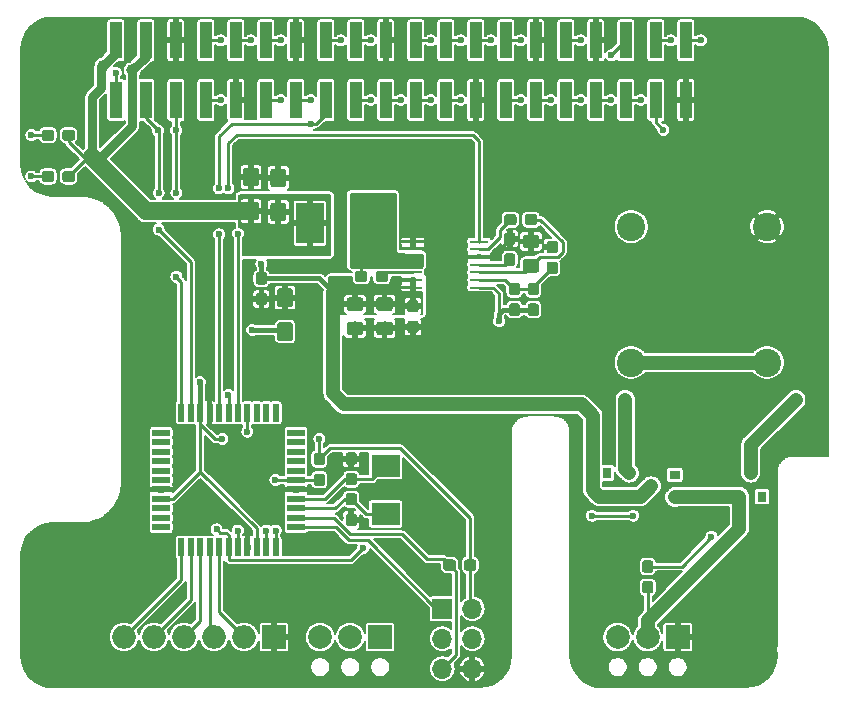
<source format=gtl>
G04 #@! TF.GenerationSoftware,KiCad,Pcbnew,(5.0.1)-3*
G04 #@! TF.CreationDate,2018-11-04T00:00:59+01:00*
G04 #@! TF.ProjectId,rpi_power,7270695F706F7765722E6B696361645F,rev?*
G04 #@! TF.SameCoordinates,Original*
G04 #@! TF.FileFunction,Copper,L1,Top,Signal*
G04 #@! TF.FilePolarity,Positive*
%FSLAX46Y46*%
G04 Gerber Fmt 4.6, Leading zero omitted, Abs format (unit mm)*
G04 Created by KiCad (PCBNEW (5.0.1)-3) date 04-Nov-18 00:00:59*
%MOMM*%
%LPD*%
G01*
G04 APERTURE LIST*
G04 #@! TA.AperFunction,ComponentPad*
%ADD10O,1.700000X1.700000*%
G04 #@! TD*
G04 #@! TA.AperFunction,ComponentPad*
%ADD11R,1.700000X1.700000*%
G04 #@! TD*
G04 #@! TA.AperFunction,ComponentPad*
%ADD12C,0.800000*%
G04 #@! TD*
G04 #@! TA.AperFunction,ComponentPad*
%ADD13C,5.800000*%
G04 #@! TD*
G04 #@! TA.AperFunction,SMDPad,CuDef*
%ADD14R,1.500000X0.550000*%
G04 #@! TD*
G04 #@! TA.AperFunction,SMDPad,CuDef*
%ADD15R,0.550000X1.500000*%
G04 #@! TD*
G04 #@! TA.AperFunction,ComponentPad*
%ADD16C,1.250000*%
G04 #@! TD*
G04 #@! TA.AperFunction,SMDPad,CuDef*
%ADD17R,1.550000X0.250000*%
G04 #@! TD*
G04 #@! TA.AperFunction,Conductor*
%ADD18R,3.400000X7.000000*%
G04 #@! TD*
G04 #@! TA.AperFunction,ComponentPad*
%ADD19O,1.998980X1.998980*%
G04 #@! TD*
G04 #@! TA.AperFunction,ComponentPad*
%ADD20R,1.998980X1.998980*%
G04 #@! TD*
G04 #@! TA.AperFunction,ComponentPad*
%ADD21C,2.000000*%
G04 #@! TD*
G04 #@! TA.AperFunction,ComponentPad*
%ADD22R,2.000000X2.000000*%
G04 #@! TD*
G04 #@! TA.AperFunction,ComponentPad*
%ADD23C,2.400000*%
G04 #@! TD*
G04 #@! TA.AperFunction,Conductor*
%ADD24C,0.100000*%
G04 #@! TD*
G04 #@! TA.AperFunction,SMDPad,CuDef*
%ADD25C,0.950000*%
G04 #@! TD*
G04 #@! TA.AperFunction,SMDPad,CuDef*
%ADD26C,1.150000*%
G04 #@! TD*
G04 #@! TA.AperFunction,SMDPad,CuDef*
%ADD27R,2.350000X3.400000*%
G04 #@! TD*
G04 #@! TA.AperFunction,SMDPad,CuDef*
%ADD28R,0.800000X0.900000*%
G04 #@! TD*
G04 #@! TA.AperFunction,SMDPad,CuDef*
%ADD29R,0.900000X0.800000*%
G04 #@! TD*
G04 #@! TA.AperFunction,SMDPad,CuDef*
%ADD30R,1.000000X3.150000*%
G04 #@! TD*
G04 #@! TA.AperFunction,SMDPad,CuDef*
%ADD31R,2.400000X1.900000*%
G04 #@! TD*
G04 #@! TA.AperFunction,SMDPad,CuDef*
%ADD32C,1.350000*%
G04 #@! TD*
G04 #@! TA.AperFunction,ViaPad*
%ADD33C,1.000000*%
G04 #@! TD*
G04 #@! TA.AperFunction,ViaPad*
%ADD34C,0.600000*%
G04 #@! TD*
G04 #@! TA.AperFunction,ViaPad*
%ADD35C,0.800000*%
G04 #@! TD*
G04 #@! TA.AperFunction,Conductor*
%ADD36C,1.200000*%
G04 #@! TD*
G04 #@! TA.AperFunction,Conductor*
%ADD37C,0.250000*%
G04 #@! TD*
G04 #@! TA.AperFunction,Conductor*
%ADD38C,0.400000*%
G04 #@! TD*
G04 #@! TA.AperFunction,Conductor*
%ADD39C,1.500000*%
G04 #@! TD*
G04 #@! TA.AperFunction,Conductor*
%ADD40C,0.750000*%
G04 #@! TD*
G04 #@! TA.AperFunction,Conductor*
%ADD41C,0.180000*%
G04 #@! TD*
G04 #@! TA.AperFunction,Conductor*
%ADD42C,0.254000*%
G04 #@! TD*
G04 APERTURE END LIST*
D10*
G04 #@! TO.P,J7,6*
G04 #@! TO.N,GND*
X155040000Y-121680000D03*
G04 #@! TO.P,J7,5*
G04 #@! TO.N,PDI_CLK*
X152500000Y-121680000D03*
G04 #@! TO.P,J7,4*
G04 #@! TO.N,N/C*
X155040000Y-119140000D03*
G04 #@! TO.P,J7,3*
X152500000Y-119140000D03*
G04 #@! TO.P,J7,2*
G04 #@! TO.N,VCC*
X155040000Y-116600000D03*
D11*
G04 #@! TO.P,J7,1*
G04 #@! TO.N,PDI_DATA*
X152500000Y-116600000D03*
G04 #@! TD*
D12*
G04 #@! TO.P,MH1,1*
G04 #@! TO.N,GND*
X121590990Y-118409010D03*
X122250000Y-120000000D03*
X121590990Y-121590990D03*
X120000000Y-122250000D03*
X118409010Y-121590990D03*
X117750000Y-120000000D03*
X118409010Y-118409010D03*
X120000000Y-117750000D03*
D13*
X120000000Y-120000000D03*
G04 #@! TD*
D12*
G04 #@! TO.P,MH2,1*
G04 #@! TO.N,GND*
X179590990Y-118409010D03*
X180250000Y-120000000D03*
X179590990Y-121590990D03*
X178000000Y-122250000D03*
X176409010Y-121590990D03*
X175750000Y-120000000D03*
X176409010Y-118409010D03*
X178000000Y-117750000D03*
D13*
X178000000Y-120000000D03*
G04 #@! TD*
D12*
G04 #@! TO.P,MH3,1*
G04 #@! TO.N,GND*
X179590990Y-69409010D03*
X180250000Y-71000000D03*
X179590990Y-72590990D03*
X178000000Y-73250000D03*
X176409010Y-72590990D03*
X175750000Y-71000000D03*
X176409010Y-69409010D03*
X178000000Y-68750000D03*
D13*
X178000000Y-71000000D03*
G04 #@! TD*
D12*
G04 #@! TO.P,MH4,1*
G04 #@! TO.N,GND*
X121590990Y-69409010D03*
X122250000Y-71000000D03*
X121590990Y-72590990D03*
X120000000Y-73250000D03*
X118409010Y-72590990D03*
X117750000Y-71000000D03*
X118409010Y-69409010D03*
X120000000Y-68750000D03*
D13*
X120000000Y-71000000D03*
G04 #@! TD*
D14*
G04 #@! TO.P,U2,44*
G04 #@! TO.N,N/C*
X140115918Y-101695740D03*
G04 #@! TO.P,U2,43*
X140115918Y-102495740D03*
G04 #@! TO.P,U2,42*
X140115918Y-103295740D03*
G04 #@! TO.P,U2,41*
X140115918Y-104095740D03*
G04 #@! TO.P,U2,40*
X140115918Y-104895740D03*
G04 #@! TO.P,U2,39*
G04 #@! TO.N,Net-(C23-Pad1)*
X140115918Y-105695740D03*
G04 #@! TO.P,U2,38*
G04 #@! TO.N,GND*
X140115918Y-106495740D03*
G04 #@! TO.P,U2,37*
G04 #@! TO.N,Net-(C20-Pad1)*
X140115918Y-107295740D03*
G04 #@! TO.P,U2,36*
G04 #@! TO.N,Net-(C19-Pad1)*
X140115918Y-108095740D03*
G04 #@! TO.P,U2,35*
G04 #@! TO.N,PDI_CLK*
X140115918Y-108895740D03*
G04 #@! TO.P,U2,34*
G04 #@! TO.N,PDI_DATA*
X140115918Y-109695740D03*
D15*
G04 #@! TO.P,U2,33*
G04 #@! TO.N,ADC3*
X138415918Y-111395740D03*
G04 #@! TO.P,U2,32*
G04 #@! TO.N,ADC2*
X137615918Y-111395740D03*
G04 #@! TO.P,U2,31*
G04 #@! TO.N,VCC*
X136815918Y-111395740D03*
G04 #@! TO.P,U2,30*
G04 #@! TO.N,GND*
X136015918Y-111395740D03*
G04 #@! TO.P,U2,29*
G04 #@! TO.N,ADC1*
X135215918Y-111395740D03*
G04 #@! TO.P,U2,28*
G04 #@! TO.N,ADC0*
X134415918Y-111395740D03*
G04 #@! TO.P,U2,27*
G04 #@! TO.N,GPIO4*
X133615918Y-111395740D03*
G04 #@! TO.P,U2,26*
G04 #@! TO.N,GPIO3*
X132815918Y-111395740D03*
G04 #@! TO.P,U2,25*
G04 #@! TO.N,GPIO2*
X132015918Y-111395740D03*
G04 #@! TO.P,U2,24*
G04 #@! TO.N,GPIO1*
X131215918Y-111395740D03*
G04 #@! TO.P,U2,23*
G04 #@! TO.N,GPIO0*
X130415918Y-111395740D03*
D14*
G04 #@! TO.P,U2,22*
G04 #@! TO.N,N/C*
X128715918Y-109695740D03*
G04 #@! TO.P,U2,21*
X128715918Y-108895740D03*
G04 #@! TO.P,U2,20*
X128715918Y-108095740D03*
G04 #@! TO.P,U2,19*
G04 #@! TO.N,VCC*
X128715918Y-107295740D03*
G04 #@! TO.P,U2,18*
G04 #@! TO.N,GND*
X128715918Y-106495740D03*
G04 #@! TO.P,U2,17*
G04 #@! TO.N,N/C*
X128715918Y-105695740D03*
G04 #@! TO.P,U2,16*
X128715918Y-104895740D03*
G04 #@! TO.P,U2,15*
X128715918Y-104095740D03*
G04 #@! TO.P,U2,14*
X128715918Y-103295740D03*
G04 #@! TO.P,U2,13*
X128715918Y-102495740D03*
G04 #@! TO.P,U2,12*
X128715918Y-101695740D03*
D15*
G04 #@! TO.P,U2,11*
G04 #@! TO.N,I2C_SCL*
X130415918Y-99995740D03*
G04 #@! TO.P,U2,10*
G04 #@! TO.N,I2C_SDA*
X131215918Y-99995740D03*
G04 #@! TO.P,U2,9*
G04 #@! TO.N,VCC*
X132015918Y-99995740D03*
G04 #@! TO.P,U2,8*
G04 #@! TO.N,GND*
X132815918Y-99995740D03*
G04 #@! TO.P,U2,7*
G04 #@! TO.N,WATCHDOG*
X133615918Y-99995740D03*
G04 #@! TO.P,U2,6*
G04 #@! TO.N,POWER_STATE*
X134415918Y-99995740D03*
G04 #@! TO.P,U2,5*
G04 #@! TO.N,ENABLE*
X135215918Y-99995740D03*
G04 #@! TO.P,U2,4*
G04 #@! TO.N,BATT+_MEASURE*
X136015918Y-99995740D03*
G04 #@! TO.P,U2,3*
G04 #@! TO.N,N/C*
X136815918Y-99995740D03*
G04 #@! TO.P,U2,2*
X137615918Y-99995740D03*
G04 #@! TO.P,U2,1*
X138415918Y-99995740D03*
G04 #@! TD*
D12*
G04 #@! TO.P,U1,15*
G04 #@! TO.N,GND*
X153422036Y-86855421D03*
X152222036Y-88055421D03*
D16*
X152222036Y-86855421D03*
X153422036Y-88055421D03*
D17*
G04 #@! TO.P,U1,1*
G04 #@! TO.N,+5V*
X155622036Y-89405421D03*
D18*
G04 #@! TD*
G04 #@! TO.N,GND*
G04 #@! TO.C,U1*
X152822036Y-87455421D03*
D17*
G04 #@! TO.P,U1,2*
G04 #@! TO.N,Net-(C9-Pad2)*
X155622036Y-88755421D03*
G04 #@! TO.P,U1,3*
G04 #@! TO.N,Net-(C6-Pad1)*
X155622036Y-88105421D03*
G04 #@! TO.P,U1,4*
G04 #@! TO.N,Net-(C7-Pad1)*
X155622036Y-87455421D03*
G04 #@! TO.P,U1,5*
G04 #@! TO.N,GND*
X155622036Y-86805421D03*
G04 #@! TO.P,U1,6*
G04 #@! TO.N,Net-(R5-Pad1)*
X155622036Y-86155421D03*
G04 #@! TO.P,U1,7*
G04 #@! TO.N,ENABLE*
X155622036Y-85505421D03*
G04 #@! TO.P,U1,8*
G04 #@! TO.N,GND*
X150022036Y-85505421D03*
G04 #@! TO.P,U1,9*
X150022036Y-86155421D03*
G04 #@! TO.P,U1,10*
G04 #@! TO.N,Net-(C8-Pad2)*
X150022036Y-86805421D03*
G04 #@! TO.P,U1,11*
X150022036Y-87455421D03*
G04 #@! TO.P,U1,12*
G04 #@! TO.N,Net-(C8-Pad1)*
X150022036Y-88105421D03*
G04 #@! TO.P,U1,13*
G04 #@! TO.N,VCOND*
X150022036Y-88755421D03*
G04 #@! TO.P,U1,14*
X150022036Y-89405421D03*
G04 #@! TD*
D19*
G04 #@! TO.P,J9,6*
G04 #@! TO.N,GPIO0*
X125550000Y-119000000D03*
G04 #@! TO.P,J9,5*
G04 #@! TO.N,GPIO1*
X128090000Y-119000000D03*
G04 #@! TO.P,J9,3*
G04 #@! TO.N,GPIO3*
X133170000Y-119000000D03*
G04 #@! TO.P,J9,2*
G04 #@! TO.N,GPIO4*
X135710000Y-119000000D03*
D20*
G04 #@! TO.P,J9,1*
G04 #@! TO.N,GND*
X138250000Y-119000000D03*
D19*
G04 #@! TO.P,J9,4*
G04 #@! TO.N,GPIO2*
X130630000Y-119000000D03*
G04 #@! TD*
D21*
G04 #@! TO.P,J1,2*
G04 #@! TO.N,+12V*
X169900000Y-119000000D03*
D22*
G04 #@! TO.P,J1,1*
G04 #@! TO.N,GND*
X172440000Y-119000000D03*
D21*
G04 #@! TO.P,J1,3*
G04 #@! TO.N,BATT+*
X167360000Y-119000000D03*
G04 #@! TD*
D23*
G04 #@! TO.P,C1,2*
G04 #@! TO.N,Net-(C1-Pad2)*
X168500000Y-95750000D03*
G04 #@! TO.P,C1,1*
G04 #@! TO.N,BATT+*
X168500000Y-84250000D03*
G04 #@! TD*
D24*
G04 #@! TO.N,GND*
G04 #@! TO.C,C19*
G36*
X145073045Y-108551144D02*
X145096100Y-108554563D01*
X145118709Y-108560227D01*
X145140653Y-108568079D01*
X145161723Y-108578044D01*
X145181714Y-108590026D01*
X145200434Y-108603910D01*
X145217704Y-108619562D01*
X145233356Y-108636832D01*
X145247240Y-108655552D01*
X145259222Y-108675543D01*
X145269187Y-108696613D01*
X145277039Y-108718557D01*
X145282703Y-108741166D01*
X145286122Y-108764221D01*
X145287266Y-108787500D01*
X145287266Y-109362500D01*
X145286122Y-109385779D01*
X145282703Y-109408834D01*
X145277039Y-109431443D01*
X145269187Y-109453387D01*
X145259222Y-109474457D01*
X145247240Y-109494448D01*
X145233356Y-109513168D01*
X145217704Y-109530438D01*
X145200434Y-109546090D01*
X145181714Y-109559974D01*
X145161723Y-109571956D01*
X145140653Y-109581921D01*
X145118709Y-109589773D01*
X145096100Y-109595437D01*
X145073045Y-109598856D01*
X145049766Y-109600000D01*
X144574766Y-109600000D01*
X144551487Y-109598856D01*
X144528432Y-109595437D01*
X144505823Y-109589773D01*
X144483879Y-109581921D01*
X144462809Y-109571956D01*
X144442818Y-109559974D01*
X144424098Y-109546090D01*
X144406828Y-109530438D01*
X144391176Y-109513168D01*
X144377292Y-109494448D01*
X144365310Y-109474457D01*
X144355345Y-109453387D01*
X144347493Y-109431443D01*
X144341829Y-109408834D01*
X144338410Y-109385779D01*
X144337266Y-109362500D01*
X144337266Y-108787500D01*
X144338410Y-108764221D01*
X144341829Y-108741166D01*
X144347493Y-108718557D01*
X144355345Y-108696613D01*
X144365310Y-108675543D01*
X144377292Y-108655552D01*
X144391176Y-108636832D01*
X144406828Y-108619562D01*
X144424098Y-108603910D01*
X144442818Y-108590026D01*
X144462809Y-108578044D01*
X144483879Y-108568079D01*
X144505823Y-108560227D01*
X144528432Y-108554563D01*
X144551487Y-108551144D01*
X144574766Y-108550000D01*
X145049766Y-108550000D01*
X145073045Y-108551144D01*
X145073045Y-108551144D01*
G37*
D25*
G04 #@! TD*
G04 #@! TO.P,C19,2*
G04 #@! TO.N,GND*
X144812266Y-109075000D03*
D24*
G04 #@! TO.N,Net-(C19-Pad1)*
G04 #@! TO.C,C19*
G36*
X145073045Y-106801144D02*
X145096100Y-106804563D01*
X145118709Y-106810227D01*
X145140653Y-106818079D01*
X145161723Y-106828044D01*
X145181714Y-106840026D01*
X145200434Y-106853910D01*
X145217704Y-106869562D01*
X145233356Y-106886832D01*
X145247240Y-106905552D01*
X145259222Y-106925543D01*
X145269187Y-106946613D01*
X145277039Y-106968557D01*
X145282703Y-106991166D01*
X145286122Y-107014221D01*
X145287266Y-107037500D01*
X145287266Y-107612500D01*
X145286122Y-107635779D01*
X145282703Y-107658834D01*
X145277039Y-107681443D01*
X145269187Y-107703387D01*
X145259222Y-107724457D01*
X145247240Y-107744448D01*
X145233356Y-107763168D01*
X145217704Y-107780438D01*
X145200434Y-107796090D01*
X145181714Y-107809974D01*
X145161723Y-107821956D01*
X145140653Y-107831921D01*
X145118709Y-107839773D01*
X145096100Y-107845437D01*
X145073045Y-107848856D01*
X145049766Y-107850000D01*
X144574766Y-107850000D01*
X144551487Y-107848856D01*
X144528432Y-107845437D01*
X144505823Y-107839773D01*
X144483879Y-107831921D01*
X144462809Y-107821956D01*
X144442818Y-107809974D01*
X144424098Y-107796090D01*
X144406828Y-107780438D01*
X144391176Y-107763168D01*
X144377292Y-107744448D01*
X144365310Y-107724457D01*
X144355345Y-107703387D01*
X144347493Y-107681443D01*
X144341829Y-107658834D01*
X144338410Y-107635779D01*
X144337266Y-107612500D01*
X144337266Y-107037500D01*
X144338410Y-107014221D01*
X144341829Y-106991166D01*
X144347493Y-106968557D01*
X144355345Y-106946613D01*
X144365310Y-106925543D01*
X144377292Y-106905552D01*
X144391176Y-106886832D01*
X144406828Y-106869562D01*
X144424098Y-106853910D01*
X144442818Y-106840026D01*
X144462809Y-106828044D01*
X144483879Y-106818079D01*
X144505823Y-106810227D01*
X144528432Y-106804563D01*
X144551487Y-106801144D01*
X144574766Y-106800000D01*
X145049766Y-106800000D01*
X145073045Y-106801144D01*
X145073045Y-106801144D01*
G37*
D25*
G04 #@! TD*
G04 #@! TO.P,C19,1*
G04 #@! TO.N,Net-(C19-Pad1)*
X144812266Y-107325000D03*
D24*
G04 #@! TO.N,GND*
G04 #@! TO.C,C20*
G36*
X145073045Y-103363419D02*
X145096100Y-103366838D01*
X145118709Y-103372502D01*
X145140653Y-103380354D01*
X145161723Y-103390319D01*
X145181714Y-103402301D01*
X145200434Y-103416185D01*
X145217704Y-103431837D01*
X145233356Y-103449107D01*
X145247240Y-103467827D01*
X145259222Y-103487818D01*
X145269187Y-103508888D01*
X145277039Y-103530832D01*
X145282703Y-103553441D01*
X145286122Y-103576496D01*
X145287266Y-103599775D01*
X145287266Y-104174775D01*
X145286122Y-104198054D01*
X145282703Y-104221109D01*
X145277039Y-104243718D01*
X145269187Y-104265662D01*
X145259222Y-104286732D01*
X145247240Y-104306723D01*
X145233356Y-104325443D01*
X145217704Y-104342713D01*
X145200434Y-104358365D01*
X145181714Y-104372249D01*
X145161723Y-104384231D01*
X145140653Y-104394196D01*
X145118709Y-104402048D01*
X145096100Y-104407712D01*
X145073045Y-104411131D01*
X145049766Y-104412275D01*
X144574766Y-104412275D01*
X144551487Y-104411131D01*
X144528432Y-104407712D01*
X144505823Y-104402048D01*
X144483879Y-104394196D01*
X144462809Y-104384231D01*
X144442818Y-104372249D01*
X144424098Y-104358365D01*
X144406828Y-104342713D01*
X144391176Y-104325443D01*
X144377292Y-104306723D01*
X144365310Y-104286732D01*
X144355345Y-104265662D01*
X144347493Y-104243718D01*
X144341829Y-104221109D01*
X144338410Y-104198054D01*
X144337266Y-104174775D01*
X144337266Y-103599775D01*
X144338410Y-103576496D01*
X144341829Y-103553441D01*
X144347493Y-103530832D01*
X144355345Y-103508888D01*
X144365310Y-103487818D01*
X144377292Y-103467827D01*
X144391176Y-103449107D01*
X144406828Y-103431837D01*
X144424098Y-103416185D01*
X144442818Y-103402301D01*
X144462809Y-103390319D01*
X144483879Y-103380354D01*
X144505823Y-103372502D01*
X144528432Y-103366838D01*
X144551487Y-103363419D01*
X144574766Y-103362275D01*
X145049766Y-103362275D01*
X145073045Y-103363419D01*
X145073045Y-103363419D01*
G37*
D25*
G04 #@! TD*
G04 #@! TO.P,C20,2*
G04 #@! TO.N,GND*
X144812266Y-103887275D03*
D24*
G04 #@! TO.N,Net-(C20-Pad1)*
G04 #@! TO.C,C20*
G36*
X145073045Y-105113419D02*
X145096100Y-105116838D01*
X145118709Y-105122502D01*
X145140653Y-105130354D01*
X145161723Y-105140319D01*
X145181714Y-105152301D01*
X145200434Y-105166185D01*
X145217704Y-105181837D01*
X145233356Y-105199107D01*
X145247240Y-105217827D01*
X145259222Y-105237818D01*
X145269187Y-105258888D01*
X145277039Y-105280832D01*
X145282703Y-105303441D01*
X145286122Y-105326496D01*
X145287266Y-105349775D01*
X145287266Y-105924775D01*
X145286122Y-105948054D01*
X145282703Y-105971109D01*
X145277039Y-105993718D01*
X145269187Y-106015662D01*
X145259222Y-106036732D01*
X145247240Y-106056723D01*
X145233356Y-106075443D01*
X145217704Y-106092713D01*
X145200434Y-106108365D01*
X145181714Y-106122249D01*
X145161723Y-106134231D01*
X145140653Y-106144196D01*
X145118709Y-106152048D01*
X145096100Y-106157712D01*
X145073045Y-106161131D01*
X145049766Y-106162275D01*
X144574766Y-106162275D01*
X144551487Y-106161131D01*
X144528432Y-106157712D01*
X144505823Y-106152048D01*
X144483879Y-106144196D01*
X144462809Y-106134231D01*
X144442818Y-106122249D01*
X144424098Y-106108365D01*
X144406828Y-106092713D01*
X144391176Y-106075443D01*
X144377292Y-106056723D01*
X144365310Y-106036732D01*
X144355345Y-106015662D01*
X144347493Y-105993718D01*
X144341829Y-105971109D01*
X144338410Y-105948054D01*
X144337266Y-105924775D01*
X144337266Y-105349775D01*
X144338410Y-105326496D01*
X144341829Y-105303441D01*
X144347493Y-105280832D01*
X144355345Y-105258888D01*
X144365310Y-105237818D01*
X144377292Y-105217827D01*
X144391176Y-105199107D01*
X144406828Y-105181837D01*
X144424098Y-105166185D01*
X144442818Y-105152301D01*
X144462809Y-105140319D01*
X144483879Y-105130354D01*
X144505823Y-105122502D01*
X144528432Y-105116838D01*
X144551487Y-105113419D01*
X144574766Y-105112275D01*
X145049766Y-105112275D01*
X145073045Y-105113419D01*
X145073045Y-105113419D01*
G37*
D25*
G04 #@! TD*
G04 #@! TO.P,C20,1*
G04 #@! TO.N,Net-(C20-Pad1)*
X144812266Y-105637275D03*
D24*
G04 #@! TO.N,Net-(C9-Pad2)*
G04 #@! TO.C,C9*
G36*
X160482815Y-89001144D02*
X160505870Y-89004563D01*
X160528479Y-89010227D01*
X160550423Y-89018079D01*
X160571493Y-89028044D01*
X160591484Y-89040026D01*
X160610204Y-89053910D01*
X160627474Y-89069562D01*
X160643126Y-89086832D01*
X160657010Y-89105552D01*
X160668992Y-89125543D01*
X160678957Y-89146613D01*
X160686809Y-89168557D01*
X160692473Y-89191166D01*
X160695892Y-89214221D01*
X160697036Y-89237500D01*
X160697036Y-89812500D01*
X160695892Y-89835779D01*
X160692473Y-89858834D01*
X160686809Y-89881443D01*
X160678957Y-89903387D01*
X160668992Y-89924457D01*
X160657010Y-89944448D01*
X160643126Y-89963168D01*
X160627474Y-89980438D01*
X160610204Y-89996090D01*
X160591484Y-90009974D01*
X160571493Y-90021956D01*
X160550423Y-90031921D01*
X160528479Y-90039773D01*
X160505870Y-90045437D01*
X160482815Y-90048856D01*
X160459536Y-90050000D01*
X159984536Y-90050000D01*
X159961257Y-90048856D01*
X159938202Y-90045437D01*
X159915593Y-90039773D01*
X159893649Y-90031921D01*
X159872579Y-90021956D01*
X159852588Y-90009974D01*
X159833868Y-89996090D01*
X159816598Y-89980438D01*
X159800946Y-89963168D01*
X159787062Y-89944448D01*
X159775080Y-89924457D01*
X159765115Y-89903387D01*
X159757263Y-89881443D01*
X159751599Y-89858834D01*
X159748180Y-89835779D01*
X159747036Y-89812500D01*
X159747036Y-89237500D01*
X159748180Y-89214221D01*
X159751599Y-89191166D01*
X159757263Y-89168557D01*
X159765115Y-89146613D01*
X159775080Y-89125543D01*
X159787062Y-89105552D01*
X159800946Y-89086832D01*
X159816598Y-89069562D01*
X159833868Y-89053910D01*
X159852588Y-89040026D01*
X159872579Y-89028044D01*
X159893649Y-89018079D01*
X159915593Y-89010227D01*
X159938202Y-89004563D01*
X159961257Y-89001144D01*
X159984536Y-89000000D01*
X160459536Y-89000000D01*
X160482815Y-89001144D01*
X160482815Y-89001144D01*
G37*
D25*
G04 #@! TD*
G04 #@! TO.P,C9,2*
G04 #@! TO.N,Net-(C9-Pad2)*
X160222036Y-89525000D03*
D24*
G04 #@! TO.N,+5V*
G04 #@! TO.C,C9*
G36*
X160482815Y-90751144D02*
X160505870Y-90754563D01*
X160528479Y-90760227D01*
X160550423Y-90768079D01*
X160571493Y-90778044D01*
X160591484Y-90790026D01*
X160610204Y-90803910D01*
X160627474Y-90819562D01*
X160643126Y-90836832D01*
X160657010Y-90855552D01*
X160668992Y-90875543D01*
X160678957Y-90896613D01*
X160686809Y-90918557D01*
X160692473Y-90941166D01*
X160695892Y-90964221D01*
X160697036Y-90987500D01*
X160697036Y-91562500D01*
X160695892Y-91585779D01*
X160692473Y-91608834D01*
X160686809Y-91631443D01*
X160678957Y-91653387D01*
X160668992Y-91674457D01*
X160657010Y-91694448D01*
X160643126Y-91713168D01*
X160627474Y-91730438D01*
X160610204Y-91746090D01*
X160591484Y-91759974D01*
X160571493Y-91771956D01*
X160550423Y-91781921D01*
X160528479Y-91789773D01*
X160505870Y-91795437D01*
X160482815Y-91798856D01*
X160459536Y-91800000D01*
X159984536Y-91800000D01*
X159961257Y-91798856D01*
X159938202Y-91795437D01*
X159915593Y-91789773D01*
X159893649Y-91781921D01*
X159872579Y-91771956D01*
X159852588Y-91759974D01*
X159833868Y-91746090D01*
X159816598Y-91730438D01*
X159800946Y-91713168D01*
X159787062Y-91694448D01*
X159775080Y-91674457D01*
X159765115Y-91653387D01*
X159757263Y-91631443D01*
X159751599Y-91608834D01*
X159748180Y-91585779D01*
X159747036Y-91562500D01*
X159747036Y-90987500D01*
X159748180Y-90964221D01*
X159751599Y-90941166D01*
X159757263Y-90918557D01*
X159765115Y-90896613D01*
X159775080Y-90875543D01*
X159787062Y-90855552D01*
X159800946Y-90836832D01*
X159816598Y-90819562D01*
X159833868Y-90803910D01*
X159852588Y-90790026D01*
X159872579Y-90778044D01*
X159893649Y-90768079D01*
X159915593Y-90760227D01*
X159938202Y-90754563D01*
X159961257Y-90751144D01*
X159984536Y-90750000D01*
X160459536Y-90750000D01*
X160482815Y-90751144D01*
X160482815Y-90751144D01*
G37*
D25*
G04 #@! TD*
G04 #@! TO.P,C9,1*
G04 #@! TO.N,+5V*
X160222036Y-91275000D03*
D24*
G04 #@! TO.N,GND*
G04 #@! TO.C,C4*
G36*
X148096541Y-92281625D02*
X148120809Y-92285225D01*
X148144608Y-92291186D01*
X148167707Y-92299451D01*
X148189886Y-92309941D01*
X148210929Y-92322553D01*
X148230635Y-92337168D01*
X148248813Y-92353644D01*
X148265289Y-92371822D01*
X148279904Y-92391528D01*
X148292516Y-92412571D01*
X148303006Y-92434750D01*
X148311271Y-92457849D01*
X148317232Y-92481648D01*
X148320832Y-92505916D01*
X148322036Y-92530420D01*
X148322036Y-93180422D01*
X148320832Y-93204926D01*
X148317232Y-93229194D01*
X148311271Y-93252993D01*
X148303006Y-93276092D01*
X148292516Y-93298271D01*
X148279904Y-93319314D01*
X148265289Y-93339020D01*
X148248813Y-93357198D01*
X148230635Y-93373674D01*
X148210929Y-93388289D01*
X148189886Y-93400901D01*
X148167707Y-93411391D01*
X148144608Y-93419656D01*
X148120809Y-93425617D01*
X148096541Y-93429217D01*
X148072037Y-93430421D01*
X147172035Y-93430421D01*
X147147531Y-93429217D01*
X147123263Y-93425617D01*
X147099464Y-93419656D01*
X147076365Y-93411391D01*
X147054186Y-93400901D01*
X147033143Y-93388289D01*
X147013437Y-93373674D01*
X146995259Y-93357198D01*
X146978783Y-93339020D01*
X146964168Y-93319314D01*
X146951556Y-93298271D01*
X146941066Y-93276092D01*
X146932801Y-93252993D01*
X146926840Y-93229194D01*
X146923240Y-93204926D01*
X146922036Y-93180422D01*
X146922036Y-92530420D01*
X146923240Y-92505916D01*
X146926840Y-92481648D01*
X146932801Y-92457849D01*
X146941066Y-92434750D01*
X146951556Y-92412571D01*
X146964168Y-92391528D01*
X146978783Y-92371822D01*
X146995259Y-92353644D01*
X147013437Y-92337168D01*
X147033143Y-92322553D01*
X147054186Y-92309941D01*
X147076365Y-92299451D01*
X147099464Y-92291186D01*
X147123263Y-92285225D01*
X147147531Y-92281625D01*
X147172035Y-92280421D01*
X148072037Y-92280421D01*
X148096541Y-92281625D01*
X148096541Y-92281625D01*
G37*
D26*
G04 #@! TD*
G04 #@! TO.P,C4,2*
G04 #@! TO.N,GND*
X147622036Y-92855421D03*
D24*
G04 #@! TO.N,VCOND*
G04 #@! TO.C,C4*
G36*
X148096541Y-90231625D02*
X148120809Y-90235225D01*
X148144608Y-90241186D01*
X148167707Y-90249451D01*
X148189886Y-90259941D01*
X148210929Y-90272553D01*
X148230635Y-90287168D01*
X148248813Y-90303644D01*
X148265289Y-90321822D01*
X148279904Y-90341528D01*
X148292516Y-90362571D01*
X148303006Y-90384750D01*
X148311271Y-90407849D01*
X148317232Y-90431648D01*
X148320832Y-90455916D01*
X148322036Y-90480420D01*
X148322036Y-91130422D01*
X148320832Y-91154926D01*
X148317232Y-91179194D01*
X148311271Y-91202993D01*
X148303006Y-91226092D01*
X148292516Y-91248271D01*
X148279904Y-91269314D01*
X148265289Y-91289020D01*
X148248813Y-91307198D01*
X148230635Y-91323674D01*
X148210929Y-91338289D01*
X148189886Y-91350901D01*
X148167707Y-91361391D01*
X148144608Y-91369656D01*
X148120809Y-91375617D01*
X148096541Y-91379217D01*
X148072037Y-91380421D01*
X147172035Y-91380421D01*
X147147531Y-91379217D01*
X147123263Y-91375617D01*
X147099464Y-91369656D01*
X147076365Y-91361391D01*
X147054186Y-91350901D01*
X147033143Y-91338289D01*
X147013437Y-91323674D01*
X146995259Y-91307198D01*
X146978783Y-91289020D01*
X146964168Y-91269314D01*
X146951556Y-91248271D01*
X146941066Y-91226092D01*
X146932801Y-91202993D01*
X146926840Y-91179194D01*
X146923240Y-91154926D01*
X146922036Y-91130422D01*
X146922036Y-90480420D01*
X146923240Y-90455916D01*
X146926840Y-90431648D01*
X146932801Y-90407849D01*
X146941066Y-90384750D01*
X146951556Y-90362571D01*
X146964168Y-90341528D01*
X146978783Y-90321822D01*
X146995259Y-90303644D01*
X147013437Y-90287168D01*
X147033143Y-90272553D01*
X147054186Y-90259941D01*
X147076365Y-90249451D01*
X147099464Y-90241186D01*
X147123263Y-90235225D01*
X147147531Y-90231625D01*
X147172035Y-90230421D01*
X148072037Y-90230421D01*
X148096541Y-90231625D01*
X148096541Y-90231625D01*
G37*
D26*
G04 #@! TD*
G04 #@! TO.P,C4,1*
G04 #@! TO.N,VCOND*
X147622036Y-90805421D03*
D24*
G04 #@! TO.N,GND*
G04 #@! TO.C,C6*
G36*
X160496541Y-84931625D02*
X160520809Y-84935225D01*
X160544608Y-84941186D01*
X160567707Y-84949451D01*
X160589886Y-84959941D01*
X160610929Y-84972553D01*
X160630635Y-84987168D01*
X160648813Y-85003644D01*
X160665289Y-85021822D01*
X160679904Y-85041528D01*
X160692516Y-85062571D01*
X160703006Y-85084750D01*
X160711271Y-85107849D01*
X160717232Y-85131648D01*
X160720832Y-85155916D01*
X160722036Y-85180420D01*
X160722036Y-85830422D01*
X160720832Y-85854926D01*
X160717232Y-85879194D01*
X160711271Y-85902993D01*
X160703006Y-85926092D01*
X160692516Y-85948271D01*
X160679904Y-85969314D01*
X160665289Y-85989020D01*
X160648813Y-86007198D01*
X160630635Y-86023674D01*
X160610929Y-86038289D01*
X160589886Y-86050901D01*
X160567707Y-86061391D01*
X160544608Y-86069656D01*
X160520809Y-86075617D01*
X160496541Y-86079217D01*
X160472037Y-86080421D01*
X159572035Y-86080421D01*
X159547531Y-86079217D01*
X159523263Y-86075617D01*
X159499464Y-86069656D01*
X159476365Y-86061391D01*
X159454186Y-86050901D01*
X159433143Y-86038289D01*
X159413437Y-86023674D01*
X159395259Y-86007198D01*
X159378783Y-85989020D01*
X159364168Y-85969314D01*
X159351556Y-85948271D01*
X159341066Y-85926092D01*
X159332801Y-85902993D01*
X159326840Y-85879194D01*
X159323240Y-85854926D01*
X159322036Y-85830422D01*
X159322036Y-85180420D01*
X159323240Y-85155916D01*
X159326840Y-85131648D01*
X159332801Y-85107849D01*
X159341066Y-85084750D01*
X159351556Y-85062571D01*
X159364168Y-85041528D01*
X159378783Y-85021822D01*
X159395259Y-85003644D01*
X159413437Y-84987168D01*
X159433143Y-84972553D01*
X159454186Y-84959941D01*
X159476365Y-84949451D01*
X159499464Y-84941186D01*
X159523263Y-84935225D01*
X159547531Y-84931625D01*
X159572035Y-84930421D01*
X160472037Y-84930421D01*
X160496541Y-84931625D01*
X160496541Y-84931625D01*
G37*
D26*
G04 #@! TD*
G04 #@! TO.P,C6,2*
G04 #@! TO.N,GND*
X160022036Y-85505421D03*
D24*
G04 #@! TO.N,Net-(C6-Pad1)*
G04 #@! TO.C,C6*
G36*
X160496541Y-86981625D02*
X160520809Y-86985225D01*
X160544608Y-86991186D01*
X160567707Y-86999451D01*
X160589886Y-87009941D01*
X160610929Y-87022553D01*
X160630635Y-87037168D01*
X160648813Y-87053644D01*
X160665289Y-87071822D01*
X160679904Y-87091528D01*
X160692516Y-87112571D01*
X160703006Y-87134750D01*
X160711271Y-87157849D01*
X160717232Y-87181648D01*
X160720832Y-87205916D01*
X160722036Y-87230420D01*
X160722036Y-87880422D01*
X160720832Y-87904926D01*
X160717232Y-87929194D01*
X160711271Y-87952993D01*
X160703006Y-87976092D01*
X160692516Y-87998271D01*
X160679904Y-88019314D01*
X160665289Y-88039020D01*
X160648813Y-88057198D01*
X160630635Y-88073674D01*
X160610929Y-88088289D01*
X160589886Y-88100901D01*
X160567707Y-88111391D01*
X160544608Y-88119656D01*
X160520809Y-88125617D01*
X160496541Y-88129217D01*
X160472037Y-88130421D01*
X159572035Y-88130421D01*
X159547531Y-88129217D01*
X159523263Y-88125617D01*
X159499464Y-88119656D01*
X159476365Y-88111391D01*
X159454186Y-88100901D01*
X159433143Y-88088289D01*
X159413437Y-88073674D01*
X159395259Y-88057198D01*
X159378783Y-88039020D01*
X159364168Y-88019314D01*
X159351556Y-87998271D01*
X159341066Y-87976092D01*
X159332801Y-87952993D01*
X159326840Y-87929194D01*
X159323240Y-87904926D01*
X159322036Y-87880422D01*
X159322036Y-87230420D01*
X159323240Y-87205916D01*
X159326840Y-87181648D01*
X159332801Y-87157849D01*
X159341066Y-87134750D01*
X159351556Y-87112571D01*
X159364168Y-87091528D01*
X159378783Y-87071822D01*
X159395259Y-87053644D01*
X159413437Y-87037168D01*
X159433143Y-87022553D01*
X159454186Y-87009941D01*
X159476365Y-86999451D01*
X159499464Y-86991186D01*
X159523263Y-86985225D01*
X159547531Y-86981625D01*
X159572035Y-86980421D01*
X160472037Y-86980421D01*
X160496541Y-86981625D01*
X160496541Y-86981625D01*
G37*
D26*
G04 #@! TD*
G04 #@! TO.P,C6,1*
G04 #@! TO.N,Net-(C6-Pad1)*
X160022036Y-87555421D03*
D24*
G04 #@! TO.N,GND*
G04 #@! TO.C,C7*
G36*
X158482815Y-84756565D02*
X158505870Y-84759984D01*
X158528479Y-84765648D01*
X158550423Y-84773500D01*
X158571493Y-84783465D01*
X158591484Y-84795447D01*
X158610204Y-84809331D01*
X158627474Y-84824983D01*
X158643126Y-84842253D01*
X158657010Y-84860973D01*
X158668992Y-84880964D01*
X158678957Y-84902034D01*
X158686809Y-84923978D01*
X158692473Y-84946587D01*
X158695892Y-84969642D01*
X158697036Y-84992921D01*
X158697036Y-85567921D01*
X158695892Y-85591200D01*
X158692473Y-85614255D01*
X158686809Y-85636864D01*
X158678957Y-85658808D01*
X158668992Y-85679878D01*
X158657010Y-85699869D01*
X158643126Y-85718589D01*
X158627474Y-85735859D01*
X158610204Y-85751511D01*
X158591484Y-85765395D01*
X158571493Y-85777377D01*
X158550423Y-85787342D01*
X158528479Y-85795194D01*
X158505870Y-85800858D01*
X158482815Y-85804277D01*
X158459536Y-85805421D01*
X157984536Y-85805421D01*
X157961257Y-85804277D01*
X157938202Y-85800858D01*
X157915593Y-85795194D01*
X157893649Y-85787342D01*
X157872579Y-85777377D01*
X157852588Y-85765395D01*
X157833868Y-85751511D01*
X157816598Y-85735859D01*
X157800946Y-85718589D01*
X157787062Y-85699869D01*
X157775080Y-85679878D01*
X157765115Y-85658808D01*
X157757263Y-85636864D01*
X157751599Y-85614255D01*
X157748180Y-85591200D01*
X157747036Y-85567921D01*
X157747036Y-84992921D01*
X157748180Y-84969642D01*
X157751599Y-84946587D01*
X157757263Y-84923978D01*
X157765115Y-84902034D01*
X157775080Y-84880964D01*
X157787062Y-84860973D01*
X157800946Y-84842253D01*
X157816598Y-84824983D01*
X157833868Y-84809331D01*
X157852588Y-84795447D01*
X157872579Y-84783465D01*
X157893649Y-84773500D01*
X157915593Y-84765648D01*
X157938202Y-84759984D01*
X157961257Y-84756565D01*
X157984536Y-84755421D01*
X158459536Y-84755421D01*
X158482815Y-84756565D01*
X158482815Y-84756565D01*
G37*
D25*
G04 #@! TD*
G04 #@! TO.P,C7,2*
G04 #@! TO.N,GND*
X158222036Y-85280421D03*
D24*
G04 #@! TO.N,Net-(C7-Pad1)*
G04 #@! TO.C,C7*
G36*
X158482815Y-86506565D02*
X158505870Y-86509984D01*
X158528479Y-86515648D01*
X158550423Y-86523500D01*
X158571493Y-86533465D01*
X158591484Y-86545447D01*
X158610204Y-86559331D01*
X158627474Y-86574983D01*
X158643126Y-86592253D01*
X158657010Y-86610973D01*
X158668992Y-86630964D01*
X158678957Y-86652034D01*
X158686809Y-86673978D01*
X158692473Y-86696587D01*
X158695892Y-86719642D01*
X158697036Y-86742921D01*
X158697036Y-87317921D01*
X158695892Y-87341200D01*
X158692473Y-87364255D01*
X158686809Y-87386864D01*
X158678957Y-87408808D01*
X158668992Y-87429878D01*
X158657010Y-87449869D01*
X158643126Y-87468589D01*
X158627474Y-87485859D01*
X158610204Y-87501511D01*
X158591484Y-87515395D01*
X158571493Y-87527377D01*
X158550423Y-87537342D01*
X158528479Y-87545194D01*
X158505870Y-87550858D01*
X158482815Y-87554277D01*
X158459536Y-87555421D01*
X157984536Y-87555421D01*
X157961257Y-87554277D01*
X157938202Y-87550858D01*
X157915593Y-87545194D01*
X157893649Y-87537342D01*
X157872579Y-87527377D01*
X157852588Y-87515395D01*
X157833868Y-87501511D01*
X157816598Y-87485859D01*
X157800946Y-87468589D01*
X157787062Y-87449869D01*
X157775080Y-87429878D01*
X157765115Y-87408808D01*
X157757263Y-87386864D01*
X157751599Y-87364255D01*
X157748180Y-87341200D01*
X157747036Y-87317921D01*
X157747036Y-86742921D01*
X157748180Y-86719642D01*
X157751599Y-86696587D01*
X157757263Y-86673978D01*
X157765115Y-86652034D01*
X157775080Y-86630964D01*
X157787062Y-86610973D01*
X157800946Y-86592253D01*
X157816598Y-86574983D01*
X157833868Y-86559331D01*
X157852588Y-86545447D01*
X157872579Y-86533465D01*
X157893649Y-86523500D01*
X157915593Y-86515648D01*
X157938202Y-86509984D01*
X157961257Y-86506565D01*
X157984536Y-86505421D01*
X158459536Y-86505421D01*
X158482815Y-86506565D01*
X158482815Y-86506565D01*
G37*
D25*
G04 #@! TD*
G04 #@! TO.P,C7,1*
G04 #@! TO.N,Net-(C7-Pad1)*
X158222036Y-87030421D03*
D24*
G04 #@! TO.N,GND*
G04 #@! TO.C,C3*
G36*
X145596541Y-92281625D02*
X145620809Y-92285225D01*
X145644608Y-92291186D01*
X145667707Y-92299451D01*
X145689886Y-92309941D01*
X145710929Y-92322553D01*
X145730635Y-92337168D01*
X145748813Y-92353644D01*
X145765289Y-92371822D01*
X145779904Y-92391528D01*
X145792516Y-92412571D01*
X145803006Y-92434750D01*
X145811271Y-92457849D01*
X145817232Y-92481648D01*
X145820832Y-92505916D01*
X145822036Y-92530420D01*
X145822036Y-93180422D01*
X145820832Y-93204926D01*
X145817232Y-93229194D01*
X145811271Y-93252993D01*
X145803006Y-93276092D01*
X145792516Y-93298271D01*
X145779904Y-93319314D01*
X145765289Y-93339020D01*
X145748813Y-93357198D01*
X145730635Y-93373674D01*
X145710929Y-93388289D01*
X145689886Y-93400901D01*
X145667707Y-93411391D01*
X145644608Y-93419656D01*
X145620809Y-93425617D01*
X145596541Y-93429217D01*
X145572037Y-93430421D01*
X144672035Y-93430421D01*
X144647531Y-93429217D01*
X144623263Y-93425617D01*
X144599464Y-93419656D01*
X144576365Y-93411391D01*
X144554186Y-93400901D01*
X144533143Y-93388289D01*
X144513437Y-93373674D01*
X144495259Y-93357198D01*
X144478783Y-93339020D01*
X144464168Y-93319314D01*
X144451556Y-93298271D01*
X144441066Y-93276092D01*
X144432801Y-93252993D01*
X144426840Y-93229194D01*
X144423240Y-93204926D01*
X144422036Y-93180422D01*
X144422036Y-92530420D01*
X144423240Y-92505916D01*
X144426840Y-92481648D01*
X144432801Y-92457849D01*
X144441066Y-92434750D01*
X144451556Y-92412571D01*
X144464168Y-92391528D01*
X144478783Y-92371822D01*
X144495259Y-92353644D01*
X144513437Y-92337168D01*
X144533143Y-92322553D01*
X144554186Y-92309941D01*
X144576365Y-92299451D01*
X144599464Y-92291186D01*
X144623263Y-92285225D01*
X144647531Y-92281625D01*
X144672035Y-92280421D01*
X145572037Y-92280421D01*
X145596541Y-92281625D01*
X145596541Y-92281625D01*
G37*
D26*
G04 #@! TD*
G04 #@! TO.P,C3,2*
G04 #@! TO.N,GND*
X145122036Y-92855421D03*
D24*
G04 #@! TO.N,VCOND*
G04 #@! TO.C,C3*
G36*
X145596541Y-90231625D02*
X145620809Y-90235225D01*
X145644608Y-90241186D01*
X145667707Y-90249451D01*
X145689886Y-90259941D01*
X145710929Y-90272553D01*
X145730635Y-90287168D01*
X145748813Y-90303644D01*
X145765289Y-90321822D01*
X145779904Y-90341528D01*
X145792516Y-90362571D01*
X145803006Y-90384750D01*
X145811271Y-90407849D01*
X145817232Y-90431648D01*
X145820832Y-90455916D01*
X145822036Y-90480420D01*
X145822036Y-91130422D01*
X145820832Y-91154926D01*
X145817232Y-91179194D01*
X145811271Y-91202993D01*
X145803006Y-91226092D01*
X145792516Y-91248271D01*
X145779904Y-91269314D01*
X145765289Y-91289020D01*
X145748813Y-91307198D01*
X145730635Y-91323674D01*
X145710929Y-91338289D01*
X145689886Y-91350901D01*
X145667707Y-91361391D01*
X145644608Y-91369656D01*
X145620809Y-91375617D01*
X145596541Y-91379217D01*
X145572037Y-91380421D01*
X144672035Y-91380421D01*
X144647531Y-91379217D01*
X144623263Y-91375617D01*
X144599464Y-91369656D01*
X144576365Y-91361391D01*
X144554186Y-91350901D01*
X144533143Y-91338289D01*
X144513437Y-91323674D01*
X144495259Y-91307198D01*
X144478783Y-91289020D01*
X144464168Y-91269314D01*
X144451556Y-91248271D01*
X144441066Y-91226092D01*
X144432801Y-91202993D01*
X144426840Y-91179194D01*
X144423240Y-91154926D01*
X144422036Y-91130422D01*
X144422036Y-90480420D01*
X144423240Y-90455916D01*
X144426840Y-90431648D01*
X144432801Y-90407849D01*
X144441066Y-90384750D01*
X144451556Y-90362571D01*
X144464168Y-90341528D01*
X144478783Y-90321822D01*
X144495259Y-90303644D01*
X144513437Y-90287168D01*
X144533143Y-90272553D01*
X144554186Y-90259941D01*
X144576365Y-90249451D01*
X144599464Y-90241186D01*
X144623263Y-90235225D01*
X144647531Y-90231625D01*
X144672035Y-90230421D01*
X145572037Y-90230421D01*
X145596541Y-90231625D01*
X145596541Y-90231625D01*
G37*
D26*
G04 #@! TD*
G04 #@! TO.P,C3,1*
G04 #@! TO.N,VCOND*
X145122036Y-90805421D03*
D24*
G04 #@! TO.N,GND*
G04 #@! TO.C,C5*
G36*
X150282815Y-92206565D02*
X150305870Y-92209984D01*
X150328479Y-92215648D01*
X150350423Y-92223500D01*
X150371493Y-92233465D01*
X150391484Y-92245447D01*
X150410204Y-92259331D01*
X150427474Y-92274983D01*
X150443126Y-92292253D01*
X150457010Y-92310973D01*
X150468992Y-92330964D01*
X150478957Y-92352034D01*
X150486809Y-92373978D01*
X150492473Y-92396587D01*
X150495892Y-92419642D01*
X150497036Y-92442921D01*
X150497036Y-93017921D01*
X150495892Y-93041200D01*
X150492473Y-93064255D01*
X150486809Y-93086864D01*
X150478957Y-93108808D01*
X150468992Y-93129878D01*
X150457010Y-93149869D01*
X150443126Y-93168589D01*
X150427474Y-93185859D01*
X150410204Y-93201511D01*
X150391484Y-93215395D01*
X150371493Y-93227377D01*
X150350423Y-93237342D01*
X150328479Y-93245194D01*
X150305870Y-93250858D01*
X150282815Y-93254277D01*
X150259536Y-93255421D01*
X149784536Y-93255421D01*
X149761257Y-93254277D01*
X149738202Y-93250858D01*
X149715593Y-93245194D01*
X149693649Y-93237342D01*
X149672579Y-93227377D01*
X149652588Y-93215395D01*
X149633868Y-93201511D01*
X149616598Y-93185859D01*
X149600946Y-93168589D01*
X149587062Y-93149869D01*
X149575080Y-93129878D01*
X149565115Y-93108808D01*
X149557263Y-93086864D01*
X149551599Y-93064255D01*
X149548180Y-93041200D01*
X149547036Y-93017921D01*
X149547036Y-92442921D01*
X149548180Y-92419642D01*
X149551599Y-92396587D01*
X149557263Y-92373978D01*
X149565115Y-92352034D01*
X149575080Y-92330964D01*
X149587062Y-92310973D01*
X149600946Y-92292253D01*
X149616598Y-92274983D01*
X149633868Y-92259331D01*
X149652588Y-92245447D01*
X149672579Y-92233465D01*
X149693649Y-92223500D01*
X149715593Y-92215648D01*
X149738202Y-92209984D01*
X149761257Y-92206565D01*
X149784536Y-92205421D01*
X150259536Y-92205421D01*
X150282815Y-92206565D01*
X150282815Y-92206565D01*
G37*
D25*
G04 #@! TD*
G04 #@! TO.P,C5,2*
G04 #@! TO.N,GND*
X150022036Y-92730421D03*
D24*
G04 #@! TO.N,VCOND*
G04 #@! TO.C,C5*
G36*
X150282815Y-90456565D02*
X150305870Y-90459984D01*
X150328479Y-90465648D01*
X150350423Y-90473500D01*
X150371493Y-90483465D01*
X150391484Y-90495447D01*
X150410204Y-90509331D01*
X150427474Y-90524983D01*
X150443126Y-90542253D01*
X150457010Y-90560973D01*
X150468992Y-90580964D01*
X150478957Y-90602034D01*
X150486809Y-90623978D01*
X150492473Y-90646587D01*
X150495892Y-90669642D01*
X150497036Y-90692921D01*
X150497036Y-91267921D01*
X150495892Y-91291200D01*
X150492473Y-91314255D01*
X150486809Y-91336864D01*
X150478957Y-91358808D01*
X150468992Y-91379878D01*
X150457010Y-91399869D01*
X150443126Y-91418589D01*
X150427474Y-91435859D01*
X150410204Y-91451511D01*
X150391484Y-91465395D01*
X150371493Y-91477377D01*
X150350423Y-91487342D01*
X150328479Y-91495194D01*
X150305870Y-91500858D01*
X150282815Y-91504277D01*
X150259536Y-91505421D01*
X149784536Y-91505421D01*
X149761257Y-91504277D01*
X149738202Y-91500858D01*
X149715593Y-91495194D01*
X149693649Y-91487342D01*
X149672579Y-91477377D01*
X149652588Y-91465395D01*
X149633868Y-91451511D01*
X149616598Y-91435859D01*
X149600946Y-91418589D01*
X149587062Y-91399869D01*
X149575080Y-91379878D01*
X149565115Y-91358808D01*
X149557263Y-91336864D01*
X149551599Y-91314255D01*
X149548180Y-91291200D01*
X149547036Y-91267921D01*
X149547036Y-90692921D01*
X149548180Y-90669642D01*
X149551599Y-90646587D01*
X149557263Y-90623978D01*
X149565115Y-90602034D01*
X149575080Y-90580964D01*
X149587062Y-90560973D01*
X149600946Y-90542253D01*
X149616598Y-90524983D01*
X149633868Y-90509331D01*
X149652588Y-90495447D01*
X149672579Y-90483465D01*
X149693649Y-90473500D01*
X149715593Y-90465648D01*
X149738202Y-90459984D01*
X149761257Y-90456565D01*
X149784536Y-90455421D01*
X150259536Y-90455421D01*
X150282815Y-90456565D01*
X150282815Y-90456565D01*
G37*
D25*
G04 #@! TD*
G04 #@! TO.P,C5,1*
G04 #@! TO.N,VCOND*
X150022036Y-90980421D03*
D24*
G04 #@! TO.N,Net-(C8-Pad2)*
G04 #@! TO.C,C8*
G36*
X145957815Y-87981565D02*
X145980870Y-87984984D01*
X146003479Y-87990648D01*
X146025423Y-87998500D01*
X146046493Y-88008465D01*
X146066484Y-88020447D01*
X146085204Y-88034331D01*
X146102474Y-88049983D01*
X146118126Y-88067253D01*
X146132010Y-88085973D01*
X146143992Y-88105964D01*
X146153957Y-88127034D01*
X146161809Y-88148978D01*
X146167473Y-88171587D01*
X146170892Y-88194642D01*
X146172036Y-88217921D01*
X146172036Y-88692921D01*
X146170892Y-88716200D01*
X146167473Y-88739255D01*
X146161809Y-88761864D01*
X146153957Y-88783808D01*
X146143992Y-88804878D01*
X146132010Y-88824869D01*
X146118126Y-88843589D01*
X146102474Y-88860859D01*
X146085204Y-88876511D01*
X146066484Y-88890395D01*
X146046493Y-88902377D01*
X146025423Y-88912342D01*
X146003479Y-88920194D01*
X145980870Y-88925858D01*
X145957815Y-88929277D01*
X145934536Y-88930421D01*
X145359536Y-88930421D01*
X145336257Y-88929277D01*
X145313202Y-88925858D01*
X145290593Y-88920194D01*
X145268649Y-88912342D01*
X145247579Y-88902377D01*
X145227588Y-88890395D01*
X145208868Y-88876511D01*
X145191598Y-88860859D01*
X145175946Y-88843589D01*
X145162062Y-88824869D01*
X145150080Y-88804878D01*
X145140115Y-88783808D01*
X145132263Y-88761864D01*
X145126599Y-88739255D01*
X145123180Y-88716200D01*
X145122036Y-88692921D01*
X145122036Y-88217921D01*
X145123180Y-88194642D01*
X145126599Y-88171587D01*
X145132263Y-88148978D01*
X145140115Y-88127034D01*
X145150080Y-88105964D01*
X145162062Y-88085973D01*
X145175946Y-88067253D01*
X145191598Y-88049983D01*
X145208868Y-88034331D01*
X145227588Y-88020447D01*
X145247579Y-88008465D01*
X145268649Y-87998500D01*
X145290593Y-87990648D01*
X145313202Y-87984984D01*
X145336257Y-87981565D01*
X145359536Y-87980421D01*
X145934536Y-87980421D01*
X145957815Y-87981565D01*
X145957815Y-87981565D01*
G37*
D25*
G04 #@! TD*
G04 #@! TO.P,C8,2*
G04 #@! TO.N,Net-(C8-Pad2)*
X145647036Y-88455421D03*
D24*
G04 #@! TO.N,Net-(C8-Pad1)*
G04 #@! TO.C,C8*
G36*
X147707815Y-87981565D02*
X147730870Y-87984984D01*
X147753479Y-87990648D01*
X147775423Y-87998500D01*
X147796493Y-88008465D01*
X147816484Y-88020447D01*
X147835204Y-88034331D01*
X147852474Y-88049983D01*
X147868126Y-88067253D01*
X147882010Y-88085973D01*
X147893992Y-88105964D01*
X147903957Y-88127034D01*
X147911809Y-88148978D01*
X147917473Y-88171587D01*
X147920892Y-88194642D01*
X147922036Y-88217921D01*
X147922036Y-88692921D01*
X147920892Y-88716200D01*
X147917473Y-88739255D01*
X147911809Y-88761864D01*
X147903957Y-88783808D01*
X147893992Y-88804878D01*
X147882010Y-88824869D01*
X147868126Y-88843589D01*
X147852474Y-88860859D01*
X147835204Y-88876511D01*
X147816484Y-88890395D01*
X147796493Y-88902377D01*
X147775423Y-88912342D01*
X147753479Y-88920194D01*
X147730870Y-88925858D01*
X147707815Y-88929277D01*
X147684536Y-88930421D01*
X147109536Y-88930421D01*
X147086257Y-88929277D01*
X147063202Y-88925858D01*
X147040593Y-88920194D01*
X147018649Y-88912342D01*
X146997579Y-88902377D01*
X146977588Y-88890395D01*
X146958868Y-88876511D01*
X146941598Y-88860859D01*
X146925946Y-88843589D01*
X146912062Y-88824869D01*
X146900080Y-88804878D01*
X146890115Y-88783808D01*
X146882263Y-88761864D01*
X146876599Y-88739255D01*
X146873180Y-88716200D01*
X146872036Y-88692921D01*
X146872036Y-88217921D01*
X146873180Y-88194642D01*
X146876599Y-88171587D01*
X146882263Y-88148978D01*
X146890115Y-88127034D01*
X146900080Y-88105964D01*
X146912062Y-88085973D01*
X146925946Y-88067253D01*
X146941598Y-88049983D01*
X146958868Y-88034331D01*
X146977588Y-88020447D01*
X146997579Y-88008465D01*
X147018649Y-87998500D01*
X147040593Y-87990648D01*
X147063202Y-87984984D01*
X147086257Y-87981565D01*
X147109536Y-87980421D01*
X147684536Y-87980421D01*
X147707815Y-87981565D01*
X147707815Y-87981565D01*
G37*
D25*
G04 #@! TD*
G04 #@! TO.P,C8,1*
G04 #@! TO.N,Net-(C8-Pad1)*
X147397036Y-88455421D03*
D27*
G04 #@! TO.P,L1,2*
G04 #@! TO.N,+5V*
X141297036Y-83955421D03*
G04 #@! TO.P,L1,1*
G04 #@! TO.N,Net-(C8-Pad2)*
X147347036Y-83955421D03*
G04 #@! TD*
D24*
G04 #@! TO.N,Net-(C9-Pad2)*
G04 #@! TO.C,R6*
G36*
X158882815Y-89001144D02*
X158905870Y-89004563D01*
X158928479Y-89010227D01*
X158950423Y-89018079D01*
X158971493Y-89028044D01*
X158991484Y-89040026D01*
X159010204Y-89053910D01*
X159027474Y-89069562D01*
X159043126Y-89086832D01*
X159057010Y-89105552D01*
X159068992Y-89125543D01*
X159078957Y-89146613D01*
X159086809Y-89168557D01*
X159092473Y-89191166D01*
X159095892Y-89214221D01*
X159097036Y-89237500D01*
X159097036Y-89812500D01*
X159095892Y-89835779D01*
X159092473Y-89858834D01*
X159086809Y-89881443D01*
X159078957Y-89903387D01*
X159068992Y-89924457D01*
X159057010Y-89944448D01*
X159043126Y-89963168D01*
X159027474Y-89980438D01*
X159010204Y-89996090D01*
X158991484Y-90009974D01*
X158971493Y-90021956D01*
X158950423Y-90031921D01*
X158928479Y-90039773D01*
X158905870Y-90045437D01*
X158882815Y-90048856D01*
X158859536Y-90050000D01*
X158384536Y-90050000D01*
X158361257Y-90048856D01*
X158338202Y-90045437D01*
X158315593Y-90039773D01*
X158293649Y-90031921D01*
X158272579Y-90021956D01*
X158252588Y-90009974D01*
X158233868Y-89996090D01*
X158216598Y-89980438D01*
X158200946Y-89963168D01*
X158187062Y-89944448D01*
X158175080Y-89924457D01*
X158165115Y-89903387D01*
X158157263Y-89881443D01*
X158151599Y-89858834D01*
X158148180Y-89835779D01*
X158147036Y-89812500D01*
X158147036Y-89237500D01*
X158148180Y-89214221D01*
X158151599Y-89191166D01*
X158157263Y-89168557D01*
X158165115Y-89146613D01*
X158175080Y-89125543D01*
X158187062Y-89105552D01*
X158200946Y-89086832D01*
X158216598Y-89069562D01*
X158233868Y-89053910D01*
X158252588Y-89040026D01*
X158272579Y-89028044D01*
X158293649Y-89018079D01*
X158315593Y-89010227D01*
X158338202Y-89004563D01*
X158361257Y-89001144D01*
X158384536Y-89000000D01*
X158859536Y-89000000D01*
X158882815Y-89001144D01*
X158882815Y-89001144D01*
G37*
D25*
G04 #@! TD*
G04 #@! TO.P,R6,2*
G04 #@! TO.N,Net-(C9-Pad2)*
X158622036Y-89525000D03*
D24*
G04 #@! TO.N,+5V*
G04 #@! TO.C,R6*
G36*
X158882815Y-90751144D02*
X158905870Y-90754563D01*
X158928479Y-90760227D01*
X158950423Y-90768079D01*
X158971493Y-90778044D01*
X158991484Y-90790026D01*
X159010204Y-90803910D01*
X159027474Y-90819562D01*
X159043126Y-90836832D01*
X159057010Y-90855552D01*
X159068992Y-90875543D01*
X159078957Y-90896613D01*
X159086809Y-90918557D01*
X159092473Y-90941166D01*
X159095892Y-90964221D01*
X159097036Y-90987500D01*
X159097036Y-91562500D01*
X159095892Y-91585779D01*
X159092473Y-91608834D01*
X159086809Y-91631443D01*
X159078957Y-91653387D01*
X159068992Y-91674457D01*
X159057010Y-91694448D01*
X159043126Y-91713168D01*
X159027474Y-91730438D01*
X159010204Y-91746090D01*
X158991484Y-91759974D01*
X158971493Y-91771956D01*
X158950423Y-91781921D01*
X158928479Y-91789773D01*
X158905870Y-91795437D01*
X158882815Y-91798856D01*
X158859536Y-91800000D01*
X158384536Y-91800000D01*
X158361257Y-91798856D01*
X158338202Y-91795437D01*
X158315593Y-91789773D01*
X158293649Y-91781921D01*
X158272579Y-91771956D01*
X158252588Y-91759974D01*
X158233868Y-91746090D01*
X158216598Y-91730438D01*
X158200946Y-91713168D01*
X158187062Y-91694448D01*
X158175080Y-91674457D01*
X158165115Y-91653387D01*
X158157263Y-91631443D01*
X158151599Y-91608834D01*
X158148180Y-91585779D01*
X158147036Y-91562500D01*
X158147036Y-90987500D01*
X158148180Y-90964221D01*
X158151599Y-90941166D01*
X158157263Y-90918557D01*
X158165115Y-90896613D01*
X158175080Y-90875543D01*
X158187062Y-90855552D01*
X158200946Y-90836832D01*
X158216598Y-90819562D01*
X158233868Y-90803910D01*
X158252588Y-90790026D01*
X158272579Y-90778044D01*
X158293649Y-90768079D01*
X158315593Y-90760227D01*
X158338202Y-90754563D01*
X158361257Y-90751144D01*
X158384536Y-90750000D01*
X158859536Y-90750000D01*
X158882815Y-90751144D01*
X158882815Y-90751144D01*
G37*
D25*
G04 #@! TD*
G04 #@! TO.P,R6,1*
G04 #@! TO.N,+5V*
X158622036Y-91275000D03*
D24*
G04 #@! TO.N,Net-(C6-Pad1)*
G04 #@! TO.C,R5*
G36*
X160332815Y-83181565D02*
X160355870Y-83184984D01*
X160378479Y-83190648D01*
X160400423Y-83198500D01*
X160421493Y-83208465D01*
X160441484Y-83220447D01*
X160460204Y-83234331D01*
X160477474Y-83249983D01*
X160493126Y-83267253D01*
X160507010Y-83285973D01*
X160518992Y-83305964D01*
X160528957Y-83327034D01*
X160536809Y-83348978D01*
X160542473Y-83371587D01*
X160545892Y-83394642D01*
X160547036Y-83417921D01*
X160547036Y-83892921D01*
X160545892Y-83916200D01*
X160542473Y-83939255D01*
X160536809Y-83961864D01*
X160528957Y-83983808D01*
X160518992Y-84004878D01*
X160507010Y-84024869D01*
X160493126Y-84043589D01*
X160477474Y-84060859D01*
X160460204Y-84076511D01*
X160441484Y-84090395D01*
X160421493Y-84102377D01*
X160400423Y-84112342D01*
X160378479Y-84120194D01*
X160355870Y-84125858D01*
X160332815Y-84129277D01*
X160309536Y-84130421D01*
X159734536Y-84130421D01*
X159711257Y-84129277D01*
X159688202Y-84125858D01*
X159665593Y-84120194D01*
X159643649Y-84112342D01*
X159622579Y-84102377D01*
X159602588Y-84090395D01*
X159583868Y-84076511D01*
X159566598Y-84060859D01*
X159550946Y-84043589D01*
X159537062Y-84024869D01*
X159525080Y-84004878D01*
X159515115Y-83983808D01*
X159507263Y-83961864D01*
X159501599Y-83939255D01*
X159498180Y-83916200D01*
X159497036Y-83892921D01*
X159497036Y-83417921D01*
X159498180Y-83394642D01*
X159501599Y-83371587D01*
X159507263Y-83348978D01*
X159515115Y-83327034D01*
X159525080Y-83305964D01*
X159537062Y-83285973D01*
X159550946Y-83267253D01*
X159566598Y-83249983D01*
X159583868Y-83234331D01*
X159602588Y-83220447D01*
X159622579Y-83208465D01*
X159643649Y-83198500D01*
X159665593Y-83190648D01*
X159688202Y-83184984D01*
X159711257Y-83181565D01*
X159734536Y-83180421D01*
X160309536Y-83180421D01*
X160332815Y-83181565D01*
X160332815Y-83181565D01*
G37*
D25*
G04 #@! TD*
G04 #@! TO.P,R5,2*
G04 #@! TO.N,Net-(C6-Pad1)*
X160022036Y-83655421D03*
D24*
G04 #@! TO.N,Net-(R5-Pad1)*
G04 #@! TO.C,R5*
G36*
X158582815Y-83181565D02*
X158605870Y-83184984D01*
X158628479Y-83190648D01*
X158650423Y-83198500D01*
X158671493Y-83208465D01*
X158691484Y-83220447D01*
X158710204Y-83234331D01*
X158727474Y-83249983D01*
X158743126Y-83267253D01*
X158757010Y-83285973D01*
X158768992Y-83305964D01*
X158778957Y-83327034D01*
X158786809Y-83348978D01*
X158792473Y-83371587D01*
X158795892Y-83394642D01*
X158797036Y-83417921D01*
X158797036Y-83892921D01*
X158795892Y-83916200D01*
X158792473Y-83939255D01*
X158786809Y-83961864D01*
X158778957Y-83983808D01*
X158768992Y-84004878D01*
X158757010Y-84024869D01*
X158743126Y-84043589D01*
X158727474Y-84060859D01*
X158710204Y-84076511D01*
X158691484Y-84090395D01*
X158671493Y-84102377D01*
X158650423Y-84112342D01*
X158628479Y-84120194D01*
X158605870Y-84125858D01*
X158582815Y-84129277D01*
X158559536Y-84130421D01*
X157984536Y-84130421D01*
X157961257Y-84129277D01*
X157938202Y-84125858D01*
X157915593Y-84120194D01*
X157893649Y-84112342D01*
X157872579Y-84102377D01*
X157852588Y-84090395D01*
X157833868Y-84076511D01*
X157816598Y-84060859D01*
X157800946Y-84043589D01*
X157787062Y-84024869D01*
X157775080Y-84004878D01*
X157765115Y-83983808D01*
X157757263Y-83961864D01*
X157751599Y-83939255D01*
X157748180Y-83916200D01*
X157747036Y-83892921D01*
X157747036Y-83417921D01*
X157748180Y-83394642D01*
X157751599Y-83371587D01*
X157757263Y-83348978D01*
X157765115Y-83327034D01*
X157775080Y-83305964D01*
X157787062Y-83285973D01*
X157800946Y-83267253D01*
X157816598Y-83249983D01*
X157833868Y-83234331D01*
X157852588Y-83220447D01*
X157872579Y-83208465D01*
X157893649Y-83198500D01*
X157915593Y-83190648D01*
X157938202Y-83184984D01*
X157961257Y-83181565D01*
X157984536Y-83180421D01*
X158559536Y-83180421D01*
X158582815Y-83181565D01*
X158582815Y-83181565D01*
G37*
D25*
G04 #@! TD*
G04 #@! TO.P,R5,1*
G04 #@! TO.N,Net-(R5-Pad1)*
X158272036Y-83655421D03*
D24*
G04 #@! TO.N,GND*
G04 #@! TO.C,R7*
G36*
X162082815Y-85456565D02*
X162105870Y-85459984D01*
X162128479Y-85465648D01*
X162150423Y-85473500D01*
X162171493Y-85483465D01*
X162191484Y-85495447D01*
X162210204Y-85509331D01*
X162227474Y-85524983D01*
X162243126Y-85542253D01*
X162257010Y-85560973D01*
X162268992Y-85580964D01*
X162278957Y-85602034D01*
X162286809Y-85623978D01*
X162292473Y-85646587D01*
X162295892Y-85669642D01*
X162297036Y-85692921D01*
X162297036Y-86267921D01*
X162295892Y-86291200D01*
X162292473Y-86314255D01*
X162286809Y-86336864D01*
X162278957Y-86358808D01*
X162268992Y-86379878D01*
X162257010Y-86399869D01*
X162243126Y-86418589D01*
X162227474Y-86435859D01*
X162210204Y-86451511D01*
X162191484Y-86465395D01*
X162171493Y-86477377D01*
X162150423Y-86487342D01*
X162128479Y-86495194D01*
X162105870Y-86500858D01*
X162082815Y-86504277D01*
X162059536Y-86505421D01*
X161584536Y-86505421D01*
X161561257Y-86504277D01*
X161538202Y-86500858D01*
X161515593Y-86495194D01*
X161493649Y-86487342D01*
X161472579Y-86477377D01*
X161452588Y-86465395D01*
X161433868Y-86451511D01*
X161416598Y-86435859D01*
X161400946Y-86418589D01*
X161387062Y-86399869D01*
X161375080Y-86379878D01*
X161365115Y-86358808D01*
X161357263Y-86336864D01*
X161351599Y-86314255D01*
X161348180Y-86291200D01*
X161347036Y-86267921D01*
X161347036Y-85692921D01*
X161348180Y-85669642D01*
X161351599Y-85646587D01*
X161357263Y-85623978D01*
X161365115Y-85602034D01*
X161375080Y-85580964D01*
X161387062Y-85560973D01*
X161400946Y-85542253D01*
X161416598Y-85524983D01*
X161433868Y-85509331D01*
X161452588Y-85495447D01*
X161472579Y-85483465D01*
X161493649Y-85473500D01*
X161515593Y-85465648D01*
X161538202Y-85459984D01*
X161561257Y-85456565D01*
X161584536Y-85455421D01*
X162059536Y-85455421D01*
X162082815Y-85456565D01*
X162082815Y-85456565D01*
G37*
D25*
G04 #@! TD*
G04 #@! TO.P,R7,2*
G04 #@! TO.N,GND*
X161822036Y-85980421D03*
D24*
G04 #@! TO.N,Net-(C9-Pad2)*
G04 #@! TO.C,R7*
G36*
X162082815Y-87206565D02*
X162105870Y-87209984D01*
X162128479Y-87215648D01*
X162150423Y-87223500D01*
X162171493Y-87233465D01*
X162191484Y-87245447D01*
X162210204Y-87259331D01*
X162227474Y-87274983D01*
X162243126Y-87292253D01*
X162257010Y-87310973D01*
X162268992Y-87330964D01*
X162278957Y-87352034D01*
X162286809Y-87373978D01*
X162292473Y-87396587D01*
X162295892Y-87419642D01*
X162297036Y-87442921D01*
X162297036Y-88017921D01*
X162295892Y-88041200D01*
X162292473Y-88064255D01*
X162286809Y-88086864D01*
X162278957Y-88108808D01*
X162268992Y-88129878D01*
X162257010Y-88149869D01*
X162243126Y-88168589D01*
X162227474Y-88185859D01*
X162210204Y-88201511D01*
X162191484Y-88215395D01*
X162171493Y-88227377D01*
X162150423Y-88237342D01*
X162128479Y-88245194D01*
X162105870Y-88250858D01*
X162082815Y-88254277D01*
X162059536Y-88255421D01*
X161584536Y-88255421D01*
X161561257Y-88254277D01*
X161538202Y-88250858D01*
X161515593Y-88245194D01*
X161493649Y-88237342D01*
X161472579Y-88227377D01*
X161452588Y-88215395D01*
X161433868Y-88201511D01*
X161416598Y-88185859D01*
X161400946Y-88168589D01*
X161387062Y-88149869D01*
X161375080Y-88129878D01*
X161365115Y-88108808D01*
X161357263Y-88086864D01*
X161351599Y-88064255D01*
X161348180Y-88041200D01*
X161347036Y-88017921D01*
X161347036Y-87442921D01*
X161348180Y-87419642D01*
X161351599Y-87396587D01*
X161357263Y-87373978D01*
X161365115Y-87352034D01*
X161375080Y-87330964D01*
X161387062Y-87310973D01*
X161400946Y-87292253D01*
X161416598Y-87274983D01*
X161433868Y-87259331D01*
X161452588Y-87245447D01*
X161472579Y-87233465D01*
X161493649Y-87223500D01*
X161515593Y-87215648D01*
X161538202Y-87209984D01*
X161561257Y-87206565D01*
X161584536Y-87205421D01*
X162059536Y-87205421D01*
X162082815Y-87206565D01*
X162082815Y-87206565D01*
G37*
D25*
G04 #@! TD*
G04 #@! TO.P,R7,1*
G04 #@! TO.N,Net-(C9-Pad2)*
X161822036Y-87730421D03*
D28*
G04 #@! TO.P,D3,1*
G04 #@! TO.N,VCOND*
X167400000Y-107100000D03*
G04 #@! TO.P,D3,*
G04 #@! TO.N,*
X166450000Y-105100000D03*
G04 #@! TO.P,D3,2*
G04 #@! TO.N,BATT+*
X168350000Y-105100000D03*
G04 #@! TD*
D23*
G04 #@! TO.P,C2,2*
G04 #@! TO.N,GND*
X180000000Y-84250000D03*
G04 #@! TO.P,C2,1*
G04 #@! TO.N,Net-(C1-Pad2)*
X180000000Y-95750000D03*
G04 #@! TD*
D24*
G04 #@! TO.N,GND*
G04 #@! TO.C,C24*
G36*
X137460779Y-89851144D02*
X137483834Y-89854563D01*
X137506443Y-89860227D01*
X137528387Y-89868079D01*
X137549457Y-89878044D01*
X137569448Y-89890026D01*
X137588168Y-89903910D01*
X137605438Y-89919562D01*
X137621090Y-89936832D01*
X137634974Y-89955552D01*
X137646956Y-89975543D01*
X137656921Y-89996613D01*
X137664773Y-90018557D01*
X137670437Y-90041166D01*
X137673856Y-90064221D01*
X137675000Y-90087500D01*
X137675000Y-90662500D01*
X137673856Y-90685779D01*
X137670437Y-90708834D01*
X137664773Y-90731443D01*
X137656921Y-90753387D01*
X137646956Y-90774457D01*
X137634974Y-90794448D01*
X137621090Y-90813168D01*
X137605438Y-90830438D01*
X137588168Y-90846090D01*
X137569448Y-90859974D01*
X137549457Y-90871956D01*
X137528387Y-90881921D01*
X137506443Y-90889773D01*
X137483834Y-90895437D01*
X137460779Y-90898856D01*
X137437500Y-90900000D01*
X136962500Y-90900000D01*
X136939221Y-90898856D01*
X136916166Y-90895437D01*
X136893557Y-90889773D01*
X136871613Y-90881921D01*
X136850543Y-90871956D01*
X136830552Y-90859974D01*
X136811832Y-90846090D01*
X136794562Y-90830438D01*
X136778910Y-90813168D01*
X136765026Y-90794448D01*
X136753044Y-90774457D01*
X136743079Y-90753387D01*
X136735227Y-90731443D01*
X136729563Y-90708834D01*
X136726144Y-90685779D01*
X136725000Y-90662500D01*
X136725000Y-90087500D01*
X136726144Y-90064221D01*
X136729563Y-90041166D01*
X136735227Y-90018557D01*
X136743079Y-89996613D01*
X136753044Y-89975543D01*
X136765026Y-89955552D01*
X136778910Y-89936832D01*
X136794562Y-89919562D01*
X136811832Y-89903910D01*
X136830552Y-89890026D01*
X136850543Y-89878044D01*
X136871613Y-89868079D01*
X136893557Y-89860227D01*
X136916166Y-89854563D01*
X136939221Y-89851144D01*
X136962500Y-89850000D01*
X137437500Y-89850000D01*
X137460779Y-89851144D01*
X137460779Y-89851144D01*
G37*
D25*
G04 #@! TD*
G04 #@! TO.P,C24,2*
G04 #@! TO.N,GND*
X137200000Y-90375000D03*
D24*
G04 #@! TO.N,VCOND*
G04 #@! TO.C,C24*
G36*
X137460779Y-88101144D02*
X137483834Y-88104563D01*
X137506443Y-88110227D01*
X137528387Y-88118079D01*
X137549457Y-88128044D01*
X137569448Y-88140026D01*
X137588168Y-88153910D01*
X137605438Y-88169562D01*
X137621090Y-88186832D01*
X137634974Y-88205552D01*
X137646956Y-88225543D01*
X137656921Y-88246613D01*
X137664773Y-88268557D01*
X137670437Y-88291166D01*
X137673856Y-88314221D01*
X137675000Y-88337500D01*
X137675000Y-88912500D01*
X137673856Y-88935779D01*
X137670437Y-88958834D01*
X137664773Y-88981443D01*
X137656921Y-89003387D01*
X137646956Y-89024457D01*
X137634974Y-89044448D01*
X137621090Y-89063168D01*
X137605438Y-89080438D01*
X137588168Y-89096090D01*
X137569448Y-89109974D01*
X137549457Y-89121956D01*
X137528387Y-89131921D01*
X137506443Y-89139773D01*
X137483834Y-89145437D01*
X137460779Y-89148856D01*
X137437500Y-89150000D01*
X136962500Y-89150000D01*
X136939221Y-89148856D01*
X136916166Y-89145437D01*
X136893557Y-89139773D01*
X136871613Y-89131921D01*
X136850543Y-89121956D01*
X136830552Y-89109974D01*
X136811832Y-89096090D01*
X136794562Y-89080438D01*
X136778910Y-89063168D01*
X136765026Y-89044448D01*
X136753044Y-89024457D01*
X136743079Y-89003387D01*
X136735227Y-88981443D01*
X136729563Y-88958834D01*
X136726144Y-88935779D01*
X136725000Y-88912500D01*
X136725000Y-88337500D01*
X136726144Y-88314221D01*
X136729563Y-88291166D01*
X136735227Y-88268557D01*
X136743079Y-88246613D01*
X136753044Y-88225543D01*
X136765026Y-88205552D01*
X136778910Y-88186832D01*
X136794562Y-88169562D01*
X136811832Y-88153910D01*
X136830552Y-88140026D01*
X136850543Y-88128044D01*
X136871613Y-88118079D01*
X136893557Y-88110227D01*
X136916166Y-88104563D01*
X136939221Y-88101144D01*
X136962500Y-88100000D01*
X137437500Y-88100000D01*
X137460779Y-88101144D01*
X137460779Y-88101144D01*
G37*
D25*
G04 #@! TD*
G04 #@! TO.P,C24,1*
G04 #@! TO.N,VCOND*
X137200000Y-88625000D03*
D28*
G04 #@! TO.P,D1,1*
G04 #@! TO.N,Net-(D1-Pad1)*
X178622036Y-105105421D03*
G04 #@! TO.P,D1,*
G04 #@! TO.N,*
X179572036Y-107105421D03*
G04 #@! TO.P,D1,2*
G04 #@! TO.N,+12V*
X177672036Y-107105421D03*
G04 #@! TD*
D29*
G04 #@! TO.P,D2,1*
G04 #@! TO.N,VCOND*
X170200000Y-106200000D03*
G04 #@! TO.P,D2,*
G04 #@! TO.N,*
X172200000Y-105250000D03*
G04 #@! TO.P,D2,2*
G04 #@! TO.N,+12V*
X172200000Y-107150000D03*
G04 #@! TD*
D24*
G04 #@! TO.N,+5V*
G04 #@! TO.C,D10*
G36*
X121185779Y-76026144D02*
X121208834Y-76029563D01*
X121231443Y-76035227D01*
X121253387Y-76043079D01*
X121274457Y-76053044D01*
X121294448Y-76065026D01*
X121313168Y-76078910D01*
X121330438Y-76094562D01*
X121346090Y-76111832D01*
X121359974Y-76130552D01*
X121371956Y-76150543D01*
X121381921Y-76171613D01*
X121389773Y-76193557D01*
X121395437Y-76216166D01*
X121398856Y-76239221D01*
X121400000Y-76262500D01*
X121400000Y-76737500D01*
X121398856Y-76760779D01*
X121395437Y-76783834D01*
X121389773Y-76806443D01*
X121381921Y-76828387D01*
X121371956Y-76849457D01*
X121359974Y-76869448D01*
X121346090Y-76888168D01*
X121330438Y-76905438D01*
X121313168Y-76921090D01*
X121294448Y-76934974D01*
X121274457Y-76946956D01*
X121253387Y-76956921D01*
X121231443Y-76964773D01*
X121208834Y-76970437D01*
X121185779Y-76973856D01*
X121162500Y-76975000D01*
X120587500Y-76975000D01*
X120564221Y-76973856D01*
X120541166Y-76970437D01*
X120518557Y-76964773D01*
X120496613Y-76956921D01*
X120475543Y-76946956D01*
X120455552Y-76934974D01*
X120436832Y-76921090D01*
X120419562Y-76905438D01*
X120403910Y-76888168D01*
X120390026Y-76869448D01*
X120378044Y-76849457D01*
X120368079Y-76828387D01*
X120360227Y-76806443D01*
X120354563Y-76783834D01*
X120351144Y-76760779D01*
X120350000Y-76737500D01*
X120350000Y-76262500D01*
X120351144Y-76239221D01*
X120354563Y-76216166D01*
X120360227Y-76193557D01*
X120368079Y-76171613D01*
X120378044Y-76150543D01*
X120390026Y-76130552D01*
X120403910Y-76111832D01*
X120419562Y-76094562D01*
X120436832Y-76078910D01*
X120455552Y-76065026D01*
X120475543Y-76053044D01*
X120496613Y-76043079D01*
X120518557Y-76035227D01*
X120541166Y-76029563D01*
X120564221Y-76026144D01*
X120587500Y-76025000D01*
X121162500Y-76025000D01*
X121185779Y-76026144D01*
X121185779Y-76026144D01*
G37*
D25*
G04 #@! TD*
G04 #@! TO.P,D10,2*
G04 #@! TO.N,+5V*
X120875000Y-76500000D03*
D24*
G04 #@! TO.N,Net-(D10-Pad1)*
G04 #@! TO.C,D10*
G36*
X119435779Y-76026144D02*
X119458834Y-76029563D01*
X119481443Y-76035227D01*
X119503387Y-76043079D01*
X119524457Y-76053044D01*
X119544448Y-76065026D01*
X119563168Y-76078910D01*
X119580438Y-76094562D01*
X119596090Y-76111832D01*
X119609974Y-76130552D01*
X119621956Y-76150543D01*
X119631921Y-76171613D01*
X119639773Y-76193557D01*
X119645437Y-76216166D01*
X119648856Y-76239221D01*
X119650000Y-76262500D01*
X119650000Y-76737500D01*
X119648856Y-76760779D01*
X119645437Y-76783834D01*
X119639773Y-76806443D01*
X119631921Y-76828387D01*
X119621956Y-76849457D01*
X119609974Y-76869448D01*
X119596090Y-76888168D01*
X119580438Y-76905438D01*
X119563168Y-76921090D01*
X119544448Y-76934974D01*
X119524457Y-76946956D01*
X119503387Y-76956921D01*
X119481443Y-76964773D01*
X119458834Y-76970437D01*
X119435779Y-76973856D01*
X119412500Y-76975000D01*
X118837500Y-76975000D01*
X118814221Y-76973856D01*
X118791166Y-76970437D01*
X118768557Y-76964773D01*
X118746613Y-76956921D01*
X118725543Y-76946956D01*
X118705552Y-76934974D01*
X118686832Y-76921090D01*
X118669562Y-76905438D01*
X118653910Y-76888168D01*
X118640026Y-76869448D01*
X118628044Y-76849457D01*
X118618079Y-76828387D01*
X118610227Y-76806443D01*
X118604563Y-76783834D01*
X118601144Y-76760779D01*
X118600000Y-76737500D01*
X118600000Y-76262500D01*
X118601144Y-76239221D01*
X118604563Y-76216166D01*
X118610227Y-76193557D01*
X118618079Y-76171613D01*
X118628044Y-76150543D01*
X118640026Y-76130552D01*
X118653910Y-76111832D01*
X118669562Y-76094562D01*
X118686832Y-76078910D01*
X118705552Y-76065026D01*
X118725543Y-76053044D01*
X118746613Y-76043079D01*
X118768557Y-76035227D01*
X118791166Y-76029563D01*
X118814221Y-76026144D01*
X118837500Y-76025000D01*
X119412500Y-76025000D01*
X119435779Y-76026144D01*
X119435779Y-76026144D01*
G37*
D25*
G04 #@! TD*
G04 #@! TO.P,D10,1*
G04 #@! TO.N,Net-(D10-Pad1)*
X119125000Y-76500000D03*
D24*
G04 #@! TO.N,+5V*
G04 #@! TO.C,D11*
G36*
X121185779Y-79526144D02*
X121208834Y-79529563D01*
X121231443Y-79535227D01*
X121253387Y-79543079D01*
X121274457Y-79553044D01*
X121294448Y-79565026D01*
X121313168Y-79578910D01*
X121330438Y-79594562D01*
X121346090Y-79611832D01*
X121359974Y-79630552D01*
X121371956Y-79650543D01*
X121381921Y-79671613D01*
X121389773Y-79693557D01*
X121395437Y-79716166D01*
X121398856Y-79739221D01*
X121400000Y-79762500D01*
X121400000Y-80237500D01*
X121398856Y-80260779D01*
X121395437Y-80283834D01*
X121389773Y-80306443D01*
X121381921Y-80328387D01*
X121371956Y-80349457D01*
X121359974Y-80369448D01*
X121346090Y-80388168D01*
X121330438Y-80405438D01*
X121313168Y-80421090D01*
X121294448Y-80434974D01*
X121274457Y-80446956D01*
X121253387Y-80456921D01*
X121231443Y-80464773D01*
X121208834Y-80470437D01*
X121185779Y-80473856D01*
X121162500Y-80475000D01*
X120587500Y-80475000D01*
X120564221Y-80473856D01*
X120541166Y-80470437D01*
X120518557Y-80464773D01*
X120496613Y-80456921D01*
X120475543Y-80446956D01*
X120455552Y-80434974D01*
X120436832Y-80421090D01*
X120419562Y-80405438D01*
X120403910Y-80388168D01*
X120390026Y-80369448D01*
X120378044Y-80349457D01*
X120368079Y-80328387D01*
X120360227Y-80306443D01*
X120354563Y-80283834D01*
X120351144Y-80260779D01*
X120350000Y-80237500D01*
X120350000Y-79762500D01*
X120351144Y-79739221D01*
X120354563Y-79716166D01*
X120360227Y-79693557D01*
X120368079Y-79671613D01*
X120378044Y-79650543D01*
X120390026Y-79630552D01*
X120403910Y-79611832D01*
X120419562Y-79594562D01*
X120436832Y-79578910D01*
X120455552Y-79565026D01*
X120475543Y-79553044D01*
X120496613Y-79543079D01*
X120518557Y-79535227D01*
X120541166Y-79529563D01*
X120564221Y-79526144D01*
X120587500Y-79525000D01*
X121162500Y-79525000D01*
X121185779Y-79526144D01*
X121185779Y-79526144D01*
G37*
D25*
G04 #@! TD*
G04 #@! TO.P,D11,2*
G04 #@! TO.N,+5V*
X120875000Y-80000000D03*
D24*
G04 #@! TO.N,Net-(D11-Pad1)*
G04 #@! TO.C,D11*
G36*
X119435779Y-79526144D02*
X119458834Y-79529563D01*
X119481443Y-79535227D01*
X119503387Y-79543079D01*
X119524457Y-79553044D01*
X119544448Y-79565026D01*
X119563168Y-79578910D01*
X119580438Y-79594562D01*
X119596090Y-79611832D01*
X119609974Y-79630552D01*
X119621956Y-79650543D01*
X119631921Y-79671613D01*
X119639773Y-79693557D01*
X119645437Y-79716166D01*
X119648856Y-79739221D01*
X119650000Y-79762500D01*
X119650000Y-80237500D01*
X119648856Y-80260779D01*
X119645437Y-80283834D01*
X119639773Y-80306443D01*
X119631921Y-80328387D01*
X119621956Y-80349457D01*
X119609974Y-80369448D01*
X119596090Y-80388168D01*
X119580438Y-80405438D01*
X119563168Y-80421090D01*
X119544448Y-80434974D01*
X119524457Y-80446956D01*
X119503387Y-80456921D01*
X119481443Y-80464773D01*
X119458834Y-80470437D01*
X119435779Y-80473856D01*
X119412500Y-80475000D01*
X118837500Y-80475000D01*
X118814221Y-80473856D01*
X118791166Y-80470437D01*
X118768557Y-80464773D01*
X118746613Y-80456921D01*
X118725543Y-80446956D01*
X118705552Y-80434974D01*
X118686832Y-80421090D01*
X118669562Y-80405438D01*
X118653910Y-80388168D01*
X118640026Y-80369448D01*
X118628044Y-80349457D01*
X118618079Y-80328387D01*
X118610227Y-80306443D01*
X118604563Y-80283834D01*
X118601144Y-80260779D01*
X118600000Y-80237500D01*
X118600000Y-79762500D01*
X118601144Y-79739221D01*
X118604563Y-79716166D01*
X118610227Y-79693557D01*
X118618079Y-79671613D01*
X118628044Y-79650543D01*
X118640026Y-79630552D01*
X118653910Y-79611832D01*
X118669562Y-79594562D01*
X118686832Y-79578910D01*
X118705552Y-79565026D01*
X118725543Y-79553044D01*
X118746613Y-79543079D01*
X118768557Y-79535227D01*
X118791166Y-79529563D01*
X118814221Y-79526144D01*
X118837500Y-79525000D01*
X119412500Y-79525000D01*
X119435779Y-79526144D01*
X119435779Y-79526144D01*
G37*
D25*
G04 #@! TD*
G04 #@! TO.P,D11,1*
G04 #@! TO.N,Net-(D11-Pad1)*
X119125000Y-80000000D03*
D24*
G04 #@! TO.N,+12V*
G04 #@! TO.C,D12*
G36*
X170160779Y-114251144D02*
X170183834Y-114254563D01*
X170206443Y-114260227D01*
X170228387Y-114268079D01*
X170249457Y-114278044D01*
X170269448Y-114290026D01*
X170288168Y-114303910D01*
X170305438Y-114319562D01*
X170321090Y-114336832D01*
X170334974Y-114355552D01*
X170346956Y-114375543D01*
X170356921Y-114396613D01*
X170364773Y-114418557D01*
X170370437Y-114441166D01*
X170373856Y-114464221D01*
X170375000Y-114487500D01*
X170375000Y-115062500D01*
X170373856Y-115085779D01*
X170370437Y-115108834D01*
X170364773Y-115131443D01*
X170356921Y-115153387D01*
X170346956Y-115174457D01*
X170334974Y-115194448D01*
X170321090Y-115213168D01*
X170305438Y-115230438D01*
X170288168Y-115246090D01*
X170269448Y-115259974D01*
X170249457Y-115271956D01*
X170228387Y-115281921D01*
X170206443Y-115289773D01*
X170183834Y-115295437D01*
X170160779Y-115298856D01*
X170137500Y-115300000D01*
X169662500Y-115300000D01*
X169639221Y-115298856D01*
X169616166Y-115295437D01*
X169593557Y-115289773D01*
X169571613Y-115281921D01*
X169550543Y-115271956D01*
X169530552Y-115259974D01*
X169511832Y-115246090D01*
X169494562Y-115230438D01*
X169478910Y-115213168D01*
X169465026Y-115194448D01*
X169453044Y-115174457D01*
X169443079Y-115153387D01*
X169435227Y-115131443D01*
X169429563Y-115108834D01*
X169426144Y-115085779D01*
X169425000Y-115062500D01*
X169425000Y-114487500D01*
X169426144Y-114464221D01*
X169429563Y-114441166D01*
X169435227Y-114418557D01*
X169443079Y-114396613D01*
X169453044Y-114375543D01*
X169465026Y-114355552D01*
X169478910Y-114336832D01*
X169494562Y-114319562D01*
X169511832Y-114303910D01*
X169530552Y-114290026D01*
X169550543Y-114278044D01*
X169571613Y-114268079D01*
X169593557Y-114260227D01*
X169616166Y-114254563D01*
X169639221Y-114251144D01*
X169662500Y-114250000D01*
X170137500Y-114250000D01*
X170160779Y-114251144D01*
X170160779Y-114251144D01*
G37*
D25*
G04 #@! TD*
G04 #@! TO.P,D12,2*
G04 #@! TO.N,+12V*
X169900000Y-114775000D03*
D24*
G04 #@! TO.N,Net-(D12-Pad1)*
G04 #@! TO.C,D12*
G36*
X170160779Y-112501144D02*
X170183834Y-112504563D01*
X170206443Y-112510227D01*
X170228387Y-112518079D01*
X170249457Y-112528044D01*
X170269448Y-112540026D01*
X170288168Y-112553910D01*
X170305438Y-112569562D01*
X170321090Y-112586832D01*
X170334974Y-112605552D01*
X170346956Y-112625543D01*
X170356921Y-112646613D01*
X170364773Y-112668557D01*
X170370437Y-112691166D01*
X170373856Y-112714221D01*
X170375000Y-112737500D01*
X170375000Y-113312500D01*
X170373856Y-113335779D01*
X170370437Y-113358834D01*
X170364773Y-113381443D01*
X170356921Y-113403387D01*
X170346956Y-113424457D01*
X170334974Y-113444448D01*
X170321090Y-113463168D01*
X170305438Y-113480438D01*
X170288168Y-113496090D01*
X170269448Y-113509974D01*
X170249457Y-113521956D01*
X170228387Y-113531921D01*
X170206443Y-113539773D01*
X170183834Y-113545437D01*
X170160779Y-113548856D01*
X170137500Y-113550000D01*
X169662500Y-113550000D01*
X169639221Y-113548856D01*
X169616166Y-113545437D01*
X169593557Y-113539773D01*
X169571613Y-113531921D01*
X169550543Y-113521956D01*
X169530552Y-113509974D01*
X169511832Y-113496090D01*
X169494562Y-113480438D01*
X169478910Y-113463168D01*
X169465026Y-113444448D01*
X169453044Y-113424457D01*
X169443079Y-113403387D01*
X169435227Y-113381443D01*
X169429563Y-113358834D01*
X169426144Y-113335779D01*
X169425000Y-113312500D01*
X169425000Y-112737500D01*
X169426144Y-112714221D01*
X169429563Y-112691166D01*
X169435227Y-112668557D01*
X169443079Y-112646613D01*
X169453044Y-112625543D01*
X169465026Y-112605552D01*
X169478910Y-112586832D01*
X169494562Y-112569562D01*
X169511832Y-112553910D01*
X169530552Y-112540026D01*
X169550543Y-112528044D01*
X169571613Y-112518079D01*
X169593557Y-112510227D01*
X169616166Y-112504563D01*
X169639221Y-112501144D01*
X169662500Y-112500000D01*
X170137500Y-112500000D01*
X170160779Y-112501144D01*
X170160779Y-112501144D01*
G37*
D25*
G04 #@! TD*
G04 #@! TO.P,D12,1*
G04 #@! TO.N,Net-(D12-Pad1)*
X169900000Y-113025000D03*
D21*
G04 #@! TO.P,J4,2*
G04 #@! TO.N,ADC2_IN*
X144700000Y-119000000D03*
D22*
G04 #@! TO.P,J4,1*
G04 #@! TO.N,ADC3_IN*
X147240000Y-119000000D03*
D21*
G04 #@! TO.P,J4,3*
G04 #@! TO.N,ADC1_IN*
X142160000Y-119000000D03*
G04 #@! TD*
D24*
G04 #@! TO.N,PDI_CLK*
G04 #@! TO.C,R48*
G36*
X153435779Y-112426144D02*
X153458834Y-112429563D01*
X153481443Y-112435227D01*
X153503387Y-112443079D01*
X153524457Y-112453044D01*
X153544448Y-112465026D01*
X153563168Y-112478910D01*
X153580438Y-112494562D01*
X153596090Y-112511832D01*
X153609974Y-112530552D01*
X153621956Y-112550543D01*
X153631921Y-112571613D01*
X153639773Y-112593557D01*
X153645437Y-112616166D01*
X153648856Y-112639221D01*
X153650000Y-112662500D01*
X153650000Y-113137500D01*
X153648856Y-113160779D01*
X153645437Y-113183834D01*
X153639773Y-113206443D01*
X153631921Y-113228387D01*
X153621956Y-113249457D01*
X153609974Y-113269448D01*
X153596090Y-113288168D01*
X153580438Y-113305438D01*
X153563168Y-113321090D01*
X153544448Y-113334974D01*
X153524457Y-113346956D01*
X153503387Y-113356921D01*
X153481443Y-113364773D01*
X153458834Y-113370437D01*
X153435779Y-113373856D01*
X153412500Y-113375000D01*
X152837500Y-113375000D01*
X152814221Y-113373856D01*
X152791166Y-113370437D01*
X152768557Y-113364773D01*
X152746613Y-113356921D01*
X152725543Y-113346956D01*
X152705552Y-113334974D01*
X152686832Y-113321090D01*
X152669562Y-113305438D01*
X152653910Y-113288168D01*
X152640026Y-113269448D01*
X152628044Y-113249457D01*
X152618079Y-113228387D01*
X152610227Y-113206443D01*
X152604563Y-113183834D01*
X152601144Y-113160779D01*
X152600000Y-113137500D01*
X152600000Y-112662500D01*
X152601144Y-112639221D01*
X152604563Y-112616166D01*
X152610227Y-112593557D01*
X152618079Y-112571613D01*
X152628044Y-112550543D01*
X152640026Y-112530552D01*
X152653910Y-112511832D01*
X152669562Y-112494562D01*
X152686832Y-112478910D01*
X152705552Y-112465026D01*
X152725543Y-112453044D01*
X152746613Y-112443079D01*
X152768557Y-112435227D01*
X152791166Y-112429563D01*
X152814221Y-112426144D01*
X152837500Y-112425000D01*
X153412500Y-112425000D01*
X153435779Y-112426144D01*
X153435779Y-112426144D01*
G37*
D25*
G04 #@! TD*
G04 #@! TO.P,R48,2*
G04 #@! TO.N,PDI_CLK*
X153125000Y-112900000D03*
D24*
G04 #@! TO.N,VCC*
G04 #@! TO.C,R48*
G36*
X155185779Y-112426144D02*
X155208834Y-112429563D01*
X155231443Y-112435227D01*
X155253387Y-112443079D01*
X155274457Y-112453044D01*
X155294448Y-112465026D01*
X155313168Y-112478910D01*
X155330438Y-112494562D01*
X155346090Y-112511832D01*
X155359974Y-112530552D01*
X155371956Y-112550543D01*
X155381921Y-112571613D01*
X155389773Y-112593557D01*
X155395437Y-112616166D01*
X155398856Y-112639221D01*
X155400000Y-112662500D01*
X155400000Y-113137500D01*
X155398856Y-113160779D01*
X155395437Y-113183834D01*
X155389773Y-113206443D01*
X155381921Y-113228387D01*
X155371956Y-113249457D01*
X155359974Y-113269448D01*
X155346090Y-113288168D01*
X155330438Y-113305438D01*
X155313168Y-113321090D01*
X155294448Y-113334974D01*
X155274457Y-113346956D01*
X155253387Y-113356921D01*
X155231443Y-113364773D01*
X155208834Y-113370437D01*
X155185779Y-113373856D01*
X155162500Y-113375000D01*
X154587500Y-113375000D01*
X154564221Y-113373856D01*
X154541166Y-113370437D01*
X154518557Y-113364773D01*
X154496613Y-113356921D01*
X154475543Y-113346956D01*
X154455552Y-113334974D01*
X154436832Y-113321090D01*
X154419562Y-113305438D01*
X154403910Y-113288168D01*
X154390026Y-113269448D01*
X154378044Y-113249457D01*
X154368079Y-113228387D01*
X154360227Y-113206443D01*
X154354563Y-113183834D01*
X154351144Y-113160779D01*
X154350000Y-113137500D01*
X154350000Y-112662500D01*
X154351144Y-112639221D01*
X154354563Y-112616166D01*
X154360227Y-112593557D01*
X154368079Y-112571613D01*
X154378044Y-112550543D01*
X154390026Y-112530552D01*
X154403910Y-112511832D01*
X154419562Y-112494562D01*
X154436832Y-112478910D01*
X154455552Y-112465026D01*
X154475543Y-112453044D01*
X154496613Y-112443079D01*
X154518557Y-112435227D01*
X154541166Y-112429563D01*
X154564221Y-112426144D01*
X154587500Y-112425000D01*
X155162500Y-112425000D01*
X155185779Y-112426144D01*
X155185779Y-112426144D01*
G37*
D25*
G04 #@! TD*
G04 #@! TO.P,R48,1*
G04 #@! TO.N,VCC*
X154875000Y-112900000D03*
D24*
G04 #@! TO.N,Net-(C23-Pad1)*
G04 #@! TO.C,R49*
G36*
X142360779Y-105151144D02*
X142383834Y-105154563D01*
X142406443Y-105160227D01*
X142428387Y-105168079D01*
X142449457Y-105178044D01*
X142469448Y-105190026D01*
X142488168Y-105203910D01*
X142505438Y-105219562D01*
X142521090Y-105236832D01*
X142534974Y-105255552D01*
X142546956Y-105275543D01*
X142556921Y-105296613D01*
X142564773Y-105318557D01*
X142570437Y-105341166D01*
X142573856Y-105364221D01*
X142575000Y-105387500D01*
X142575000Y-105962500D01*
X142573856Y-105985779D01*
X142570437Y-106008834D01*
X142564773Y-106031443D01*
X142556921Y-106053387D01*
X142546956Y-106074457D01*
X142534974Y-106094448D01*
X142521090Y-106113168D01*
X142505438Y-106130438D01*
X142488168Y-106146090D01*
X142469448Y-106159974D01*
X142449457Y-106171956D01*
X142428387Y-106181921D01*
X142406443Y-106189773D01*
X142383834Y-106195437D01*
X142360779Y-106198856D01*
X142337500Y-106200000D01*
X141862500Y-106200000D01*
X141839221Y-106198856D01*
X141816166Y-106195437D01*
X141793557Y-106189773D01*
X141771613Y-106181921D01*
X141750543Y-106171956D01*
X141730552Y-106159974D01*
X141711832Y-106146090D01*
X141694562Y-106130438D01*
X141678910Y-106113168D01*
X141665026Y-106094448D01*
X141653044Y-106074457D01*
X141643079Y-106053387D01*
X141635227Y-106031443D01*
X141629563Y-106008834D01*
X141626144Y-105985779D01*
X141625000Y-105962500D01*
X141625000Y-105387500D01*
X141626144Y-105364221D01*
X141629563Y-105341166D01*
X141635227Y-105318557D01*
X141643079Y-105296613D01*
X141653044Y-105275543D01*
X141665026Y-105255552D01*
X141678910Y-105236832D01*
X141694562Y-105219562D01*
X141711832Y-105203910D01*
X141730552Y-105190026D01*
X141750543Y-105178044D01*
X141771613Y-105168079D01*
X141793557Y-105160227D01*
X141816166Y-105154563D01*
X141839221Y-105151144D01*
X141862500Y-105150000D01*
X142337500Y-105150000D01*
X142360779Y-105151144D01*
X142360779Y-105151144D01*
G37*
D25*
G04 #@! TD*
G04 #@! TO.P,R49,2*
G04 #@! TO.N,Net-(C23-Pad1)*
X142100000Y-105675000D03*
D24*
G04 #@! TO.N,VCC*
G04 #@! TO.C,R49*
G36*
X142360779Y-103401144D02*
X142383834Y-103404563D01*
X142406443Y-103410227D01*
X142428387Y-103418079D01*
X142449457Y-103428044D01*
X142469448Y-103440026D01*
X142488168Y-103453910D01*
X142505438Y-103469562D01*
X142521090Y-103486832D01*
X142534974Y-103505552D01*
X142546956Y-103525543D01*
X142556921Y-103546613D01*
X142564773Y-103568557D01*
X142570437Y-103591166D01*
X142573856Y-103614221D01*
X142575000Y-103637500D01*
X142575000Y-104212500D01*
X142573856Y-104235779D01*
X142570437Y-104258834D01*
X142564773Y-104281443D01*
X142556921Y-104303387D01*
X142546956Y-104324457D01*
X142534974Y-104344448D01*
X142521090Y-104363168D01*
X142505438Y-104380438D01*
X142488168Y-104396090D01*
X142469448Y-104409974D01*
X142449457Y-104421956D01*
X142428387Y-104431921D01*
X142406443Y-104439773D01*
X142383834Y-104445437D01*
X142360779Y-104448856D01*
X142337500Y-104450000D01*
X141862500Y-104450000D01*
X141839221Y-104448856D01*
X141816166Y-104445437D01*
X141793557Y-104439773D01*
X141771613Y-104431921D01*
X141750543Y-104421956D01*
X141730552Y-104409974D01*
X141711832Y-104396090D01*
X141694562Y-104380438D01*
X141678910Y-104363168D01*
X141665026Y-104344448D01*
X141653044Y-104324457D01*
X141643079Y-104303387D01*
X141635227Y-104281443D01*
X141629563Y-104258834D01*
X141626144Y-104235779D01*
X141625000Y-104212500D01*
X141625000Y-103637500D01*
X141626144Y-103614221D01*
X141629563Y-103591166D01*
X141635227Y-103568557D01*
X141643079Y-103546613D01*
X141653044Y-103525543D01*
X141665026Y-103505552D01*
X141678910Y-103486832D01*
X141694562Y-103469562D01*
X141711832Y-103453910D01*
X141730552Y-103440026D01*
X141750543Y-103428044D01*
X141771613Y-103418079D01*
X141793557Y-103410227D01*
X141816166Y-103404563D01*
X141839221Y-103401144D01*
X141862500Y-103400000D01*
X142337500Y-103400000D01*
X142360779Y-103401144D01*
X142360779Y-103401144D01*
G37*
D25*
G04 #@! TD*
G04 #@! TO.P,R49,1*
G04 #@! TO.N,VCC*
X142100000Y-103925000D03*
D30*
G04 #@! TO.P,J3,40*
G04 #@! TO.N,40*
X173130000Y-68475000D03*
G04 #@! TO.P,J3,39*
G04 #@! TO.N,GND*
X173130000Y-73525000D03*
G04 #@! TO.P,J3,38*
G04 #@! TO.N,38*
X170590000Y-68475000D03*
G04 #@! TO.P,J3,37*
G04 #@! TO.N,POWER_STATE*
X170590000Y-73525000D03*
G04 #@! TO.P,J3,36*
G04 #@! TO.N,LED_RUN*
X168050000Y-68475000D03*
G04 #@! TO.P,J3,35*
G04 #@! TO.N,35*
X168050000Y-73525000D03*
G04 #@! TO.P,J3,34*
G04 #@! TO.N,GND*
X165510000Y-68475000D03*
G04 #@! TO.P,J3,33*
G04 #@! TO.N,33*
X165510000Y-73525000D03*
G04 #@! TO.P,J3,32*
G04 #@! TO.N,32*
X162970000Y-68475000D03*
G04 #@! TO.P,J3,31*
G04 #@! TO.N,31*
X162970000Y-73525000D03*
G04 #@! TO.P,J3,30*
G04 #@! TO.N,GND*
X160430000Y-68475000D03*
G04 #@! TO.P,J3,29*
G04 #@! TO.N,29*
X160430000Y-73525000D03*
G04 #@! TO.P,J3,28*
G04 #@! TO.N,28*
X157890000Y-68475000D03*
G04 #@! TO.P,J3,27*
G04 #@! TO.N,27*
X157890000Y-73525000D03*
G04 #@! TO.P,J3,26*
G04 #@! TO.N,26*
X155350000Y-68475000D03*
G04 #@! TO.P,J3,25*
G04 #@! TO.N,GND*
X155350000Y-73525000D03*
G04 #@! TO.P,J3,24*
G04 #@! TO.N,24*
X152810000Y-68475000D03*
G04 #@! TO.P,J3,23*
G04 #@! TO.N,23*
X152810000Y-73525000D03*
G04 #@! TO.P,J3,22*
G04 #@! TO.N,22*
X150270000Y-68475000D03*
G04 #@! TO.P,J3,21*
G04 #@! TO.N,21*
X150270000Y-73525000D03*
G04 #@! TO.P,J3,20*
G04 #@! TO.N,GND*
X147730000Y-68475000D03*
G04 #@! TO.P,J3,19*
G04 #@! TO.N,19*
X147730000Y-73525000D03*
G04 #@! TO.P,J3,18*
G04 #@! TO.N,18*
X145190000Y-68475000D03*
G04 #@! TO.P,J3,17*
G04 #@! TO.N,17*
X145190000Y-73525000D03*
G04 #@! TO.P,J3,16*
G04 #@! TO.N,16*
X142650000Y-68475000D03*
G04 #@! TO.P,J3,15*
G04 #@! TO.N,WATCHDOG*
X142650000Y-73525000D03*
G04 #@! TO.P,J3,14*
G04 #@! TO.N,GND*
X140110000Y-68475000D03*
G04 #@! TO.P,J3,13*
G04 #@! TO.N,13*
X140110000Y-73525000D03*
G04 #@! TO.P,J3,12*
G04 #@! TO.N,12*
X137570000Y-68475000D03*
G04 #@! TO.P,J3,11*
G04 #@! TO.N,11*
X137570000Y-73525000D03*
G04 #@! TO.P,J3,10*
G04 #@! TO.N,10*
X135030000Y-68475000D03*
G04 #@! TO.P,J3,9*
G04 #@! TO.N,GND*
X135030000Y-73525000D03*
G04 #@! TO.P,J3,8*
G04 #@! TO.N,8*
X132490000Y-68475000D03*
G04 #@! TO.P,J3,7*
G04 #@! TO.N,7*
X132490000Y-73525000D03*
G04 #@! TO.P,J3,6*
G04 #@! TO.N,GND*
X129950000Y-68475000D03*
G04 #@! TO.P,J3,5*
G04 #@! TO.N,I2C_SCL*
X129950000Y-73525000D03*
G04 #@! TO.P,J3,4*
G04 #@! TO.N,+5V*
X127410000Y-68475000D03*
G04 #@! TO.P,J3,3*
G04 #@! TO.N,I2C_SDA*
X127410000Y-73525000D03*
G04 #@! TO.P,J3,2*
G04 #@! TO.N,+5V*
X124870000Y-68475000D03*
G04 #@! TO.P,J3,1*
G04 #@! TO.N,1*
X124870000Y-73525000D03*
G04 #@! TD*
D31*
G04 #@! TO.P,Y1,2*
G04 #@! TO.N,Net-(C20-Pad1)*
X147704782Y-104483344D03*
G04 #@! TO.P,Y1,1*
G04 #@! TO.N,Net-(C19-Pad1)*
X147704782Y-108583344D03*
G04 #@! TD*
D24*
G04 #@! TO.N,+5V*
G04 #@! TO.C,C10*
G36*
X136771541Y-82144125D02*
X136795809Y-82147725D01*
X136819608Y-82153686D01*
X136842707Y-82161951D01*
X136864886Y-82172441D01*
X136885929Y-82185053D01*
X136905635Y-82199668D01*
X136923813Y-82216144D01*
X136940289Y-82234322D01*
X136954904Y-82254028D01*
X136967516Y-82275071D01*
X136978006Y-82297250D01*
X136986271Y-82320349D01*
X136992232Y-82344148D01*
X136995832Y-82368416D01*
X136997036Y-82392920D01*
X136997036Y-83467922D01*
X136995832Y-83492426D01*
X136992232Y-83516694D01*
X136986271Y-83540493D01*
X136978006Y-83563592D01*
X136967516Y-83585771D01*
X136954904Y-83606814D01*
X136940289Y-83626520D01*
X136923813Y-83644698D01*
X136905635Y-83661174D01*
X136885929Y-83675789D01*
X136864886Y-83688401D01*
X136842707Y-83698891D01*
X136819608Y-83707156D01*
X136795809Y-83713117D01*
X136771541Y-83716717D01*
X136747037Y-83717921D01*
X135897035Y-83717921D01*
X135872531Y-83716717D01*
X135848263Y-83713117D01*
X135824464Y-83707156D01*
X135801365Y-83698891D01*
X135779186Y-83688401D01*
X135758143Y-83675789D01*
X135738437Y-83661174D01*
X135720259Y-83644698D01*
X135703783Y-83626520D01*
X135689168Y-83606814D01*
X135676556Y-83585771D01*
X135666066Y-83563592D01*
X135657801Y-83540493D01*
X135651840Y-83516694D01*
X135648240Y-83492426D01*
X135647036Y-83467922D01*
X135647036Y-82392920D01*
X135648240Y-82368416D01*
X135651840Y-82344148D01*
X135657801Y-82320349D01*
X135666066Y-82297250D01*
X135676556Y-82275071D01*
X135689168Y-82254028D01*
X135703783Y-82234322D01*
X135720259Y-82216144D01*
X135738437Y-82199668D01*
X135758143Y-82185053D01*
X135779186Y-82172441D01*
X135801365Y-82161951D01*
X135824464Y-82153686D01*
X135848263Y-82147725D01*
X135872531Y-82144125D01*
X135897035Y-82142921D01*
X136747037Y-82142921D01*
X136771541Y-82144125D01*
X136771541Y-82144125D01*
G37*
D32*
G04 #@! TD*
G04 #@! TO.P,C10,1*
G04 #@! TO.N,+5V*
X136322036Y-82930421D03*
D24*
G04 #@! TO.N,GND*
G04 #@! TO.C,C10*
G36*
X136771541Y-79269125D02*
X136795809Y-79272725D01*
X136819608Y-79278686D01*
X136842707Y-79286951D01*
X136864886Y-79297441D01*
X136885929Y-79310053D01*
X136905635Y-79324668D01*
X136923813Y-79341144D01*
X136940289Y-79359322D01*
X136954904Y-79379028D01*
X136967516Y-79400071D01*
X136978006Y-79422250D01*
X136986271Y-79445349D01*
X136992232Y-79469148D01*
X136995832Y-79493416D01*
X136997036Y-79517920D01*
X136997036Y-80592922D01*
X136995832Y-80617426D01*
X136992232Y-80641694D01*
X136986271Y-80665493D01*
X136978006Y-80688592D01*
X136967516Y-80710771D01*
X136954904Y-80731814D01*
X136940289Y-80751520D01*
X136923813Y-80769698D01*
X136905635Y-80786174D01*
X136885929Y-80800789D01*
X136864886Y-80813401D01*
X136842707Y-80823891D01*
X136819608Y-80832156D01*
X136795809Y-80838117D01*
X136771541Y-80841717D01*
X136747037Y-80842921D01*
X135897035Y-80842921D01*
X135872531Y-80841717D01*
X135848263Y-80838117D01*
X135824464Y-80832156D01*
X135801365Y-80823891D01*
X135779186Y-80813401D01*
X135758143Y-80800789D01*
X135738437Y-80786174D01*
X135720259Y-80769698D01*
X135703783Y-80751520D01*
X135689168Y-80731814D01*
X135676556Y-80710771D01*
X135666066Y-80688592D01*
X135657801Y-80665493D01*
X135651840Y-80641694D01*
X135648240Y-80617426D01*
X135647036Y-80592922D01*
X135647036Y-79517920D01*
X135648240Y-79493416D01*
X135651840Y-79469148D01*
X135657801Y-79445349D01*
X135666066Y-79422250D01*
X135676556Y-79400071D01*
X135689168Y-79379028D01*
X135703783Y-79359322D01*
X135720259Y-79341144D01*
X135738437Y-79324668D01*
X135758143Y-79310053D01*
X135779186Y-79297441D01*
X135801365Y-79286951D01*
X135824464Y-79278686D01*
X135848263Y-79272725D01*
X135872531Y-79269125D01*
X135897035Y-79267921D01*
X136747037Y-79267921D01*
X136771541Y-79269125D01*
X136771541Y-79269125D01*
G37*
D32*
G04 #@! TD*
G04 #@! TO.P,C10,2*
G04 #@! TO.N,GND*
X136322036Y-80055421D03*
D24*
G04 #@! TO.N,+5V*
G04 #@! TO.C,C11*
G36*
X139071541Y-82206625D02*
X139095809Y-82210225D01*
X139119608Y-82216186D01*
X139142707Y-82224451D01*
X139164886Y-82234941D01*
X139185929Y-82247553D01*
X139205635Y-82262168D01*
X139223813Y-82278644D01*
X139240289Y-82296822D01*
X139254904Y-82316528D01*
X139267516Y-82337571D01*
X139278006Y-82359750D01*
X139286271Y-82382849D01*
X139292232Y-82406648D01*
X139295832Y-82430916D01*
X139297036Y-82455420D01*
X139297036Y-83530422D01*
X139295832Y-83554926D01*
X139292232Y-83579194D01*
X139286271Y-83602993D01*
X139278006Y-83626092D01*
X139267516Y-83648271D01*
X139254904Y-83669314D01*
X139240289Y-83689020D01*
X139223813Y-83707198D01*
X139205635Y-83723674D01*
X139185929Y-83738289D01*
X139164886Y-83750901D01*
X139142707Y-83761391D01*
X139119608Y-83769656D01*
X139095809Y-83775617D01*
X139071541Y-83779217D01*
X139047037Y-83780421D01*
X138197035Y-83780421D01*
X138172531Y-83779217D01*
X138148263Y-83775617D01*
X138124464Y-83769656D01*
X138101365Y-83761391D01*
X138079186Y-83750901D01*
X138058143Y-83738289D01*
X138038437Y-83723674D01*
X138020259Y-83707198D01*
X138003783Y-83689020D01*
X137989168Y-83669314D01*
X137976556Y-83648271D01*
X137966066Y-83626092D01*
X137957801Y-83602993D01*
X137951840Y-83579194D01*
X137948240Y-83554926D01*
X137947036Y-83530422D01*
X137947036Y-82455420D01*
X137948240Y-82430916D01*
X137951840Y-82406648D01*
X137957801Y-82382849D01*
X137966066Y-82359750D01*
X137976556Y-82337571D01*
X137989168Y-82316528D01*
X138003783Y-82296822D01*
X138020259Y-82278644D01*
X138038437Y-82262168D01*
X138058143Y-82247553D01*
X138079186Y-82234941D01*
X138101365Y-82224451D01*
X138124464Y-82216186D01*
X138148263Y-82210225D01*
X138172531Y-82206625D01*
X138197035Y-82205421D01*
X139047037Y-82205421D01*
X139071541Y-82206625D01*
X139071541Y-82206625D01*
G37*
D32*
G04 #@! TD*
G04 #@! TO.P,C11,1*
G04 #@! TO.N,+5V*
X138622036Y-82992921D03*
D24*
G04 #@! TO.N,GND*
G04 #@! TO.C,C11*
G36*
X139071541Y-79331625D02*
X139095809Y-79335225D01*
X139119608Y-79341186D01*
X139142707Y-79349451D01*
X139164886Y-79359941D01*
X139185929Y-79372553D01*
X139205635Y-79387168D01*
X139223813Y-79403644D01*
X139240289Y-79421822D01*
X139254904Y-79441528D01*
X139267516Y-79462571D01*
X139278006Y-79484750D01*
X139286271Y-79507849D01*
X139292232Y-79531648D01*
X139295832Y-79555916D01*
X139297036Y-79580420D01*
X139297036Y-80655422D01*
X139295832Y-80679926D01*
X139292232Y-80704194D01*
X139286271Y-80727993D01*
X139278006Y-80751092D01*
X139267516Y-80773271D01*
X139254904Y-80794314D01*
X139240289Y-80814020D01*
X139223813Y-80832198D01*
X139205635Y-80848674D01*
X139185929Y-80863289D01*
X139164886Y-80875901D01*
X139142707Y-80886391D01*
X139119608Y-80894656D01*
X139095809Y-80900617D01*
X139071541Y-80904217D01*
X139047037Y-80905421D01*
X138197035Y-80905421D01*
X138172531Y-80904217D01*
X138148263Y-80900617D01*
X138124464Y-80894656D01*
X138101365Y-80886391D01*
X138079186Y-80875901D01*
X138058143Y-80863289D01*
X138038437Y-80848674D01*
X138020259Y-80832198D01*
X138003783Y-80814020D01*
X137989168Y-80794314D01*
X137976556Y-80773271D01*
X137966066Y-80751092D01*
X137957801Y-80727993D01*
X137951840Y-80704194D01*
X137948240Y-80679926D01*
X137947036Y-80655422D01*
X137947036Y-79580420D01*
X137948240Y-79555916D01*
X137951840Y-79531648D01*
X137957801Y-79507849D01*
X137966066Y-79484750D01*
X137976556Y-79462571D01*
X137989168Y-79441528D01*
X138003783Y-79421822D01*
X138020259Y-79403644D01*
X138038437Y-79387168D01*
X138058143Y-79372553D01*
X138079186Y-79359941D01*
X138101365Y-79349451D01*
X138124464Y-79341186D01*
X138148263Y-79335225D01*
X138172531Y-79331625D01*
X138197035Y-79330421D01*
X139047037Y-79330421D01*
X139071541Y-79331625D01*
X139071541Y-79331625D01*
G37*
D32*
G04 #@! TD*
G04 #@! TO.P,C11,2*
G04 #@! TO.N,GND*
X138622036Y-80117921D03*
D24*
G04 #@! TO.N,VCC*
G04 #@! TO.C,C25*
G36*
X139649505Y-92351204D02*
X139673773Y-92354804D01*
X139697572Y-92360765D01*
X139720671Y-92369030D01*
X139742850Y-92379520D01*
X139763893Y-92392132D01*
X139783599Y-92406747D01*
X139801777Y-92423223D01*
X139818253Y-92441401D01*
X139832868Y-92461107D01*
X139845480Y-92482150D01*
X139855970Y-92504329D01*
X139864235Y-92527428D01*
X139870196Y-92551227D01*
X139873796Y-92575495D01*
X139875000Y-92599999D01*
X139875000Y-93675001D01*
X139873796Y-93699505D01*
X139870196Y-93723773D01*
X139864235Y-93747572D01*
X139855970Y-93770671D01*
X139845480Y-93792850D01*
X139832868Y-93813893D01*
X139818253Y-93833599D01*
X139801777Y-93851777D01*
X139783599Y-93868253D01*
X139763893Y-93882868D01*
X139742850Y-93895480D01*
X139720671Y-93905970D01*
X139697572Y-93914235D01*
X139673773Y-93920196D01*
X139649505Y-93923796D01*
X139625001Y-93925000D01*
X138774999Y-93925000D01*
X138750495Y-93923796D01*
X138726227Y-93920196D01*
X138702428Y-93914235D01*
X138679329Y-93905970D01*
X138657150Y-93895480D01*
X138636107Y-93882868D01*
X138616401Y-93868253D01*
X138598223Y-93851777D01*
X138581747Y-93833599D01*
X138567132Y-93813893D01*
X138554520Y-93792850D01*
X138544030Y-93770671D01*
X138535765Y-93747572D01*
X138529804Y-93723773D01*
X138526204Y-93699505D01*
X138525000Y-93675001D01*
X138525000Y-92599999D01*
X138526204Y-92575495D01*
X138529804Y-92551227D01*
X138535765Y-92527428D01*
X138544030Y-92504329D01*
X138554520Y-92482150D01*
X138567132Y-92461107D01*
X138581747Y-92441401D01*
X138598223Y-92423223D01*
X138616401Y-92406747D01*
X138636107Y-92392132D01*
X138657150Y-92379520D01*
X138679329Y-92369030D01*
X138702428Y-92360765D01*
X138726227Y-92354804D01*
X138750495Y-92351204D01*
X138774999Y-92350000D01*
X139625001Y-92350000D01*
X139649505Y-92351204D01*
X139649505Y-92351204D01*
G37*
D32*
G04 #@! TD*
G04 #@! TO.P,C25,1*
G04 #@! TO.N,VCC*
X139200000Y-93137500D03*
D24*
G04 #@! TO.N,GND*
G04 #@! TO.C,C25*
G36*
X139649505Y-89476204D02*
X139673773Y-89479804D01*
X139697572Y-89485765D01*
X139720671Y-89494030D01*
X139742850Y-89504520D01*
X139763893Y-89517132D01*
X139783599Y-89531747D01*
X139801777Y-89548223D01*
X139818253Y-89566401D01*
X139832868Y-89586107D01*
X139845480Y-89607150D01*
X139855970Y-89629329D01*
X139864235Y-89652428D01*
X139870196Y-89676227D01*
X139873796Y-89700495D01*
X139875000Y-89724999D01*
X139875000Y-90800001D01*
X139873796Y-90824505D01*
X139870196Y-90848773D01*
X139864235Y-90872572D01*
X139855970Y-90895671D01*
X139845480Y-90917850D01*
X139832868Y-90938893D01*
X139818253Y-90958599D01*
X139801777Y-90976777D01*
X139783599Y-90993253D01*
X139763893Y-91007868D01*
X139742850Y-91020480D01*
X139720671Y-91030970D01*
X139697572Y-91039235D01*
X139673773Y-91045196D01*
X139649505Y-91048796D01*
X139625001Y-91050000D01*
X138774999Y-91050000D01*
X138750495Y-91048796D01*
X138726227Y-91045196D01*
X138702428Y-91039235D01*
X138679329Y-91030970D01*
X138657150Y-91020480D01*
X138636107Y-91007868D01*
X138616401Y-90993253D01*
X138598223Y-90976777D01*
X138581747Y-90958599D01*
X138567132Y-90938893D01*
X138554520Y-90917850D01*
X138544030Y-90895671D01*
X138535765Y-90872572D01*
X138529804Y-90848773D01*
X138526204Y-90824505D01*
X138525000Y-90800001D01*
X138525000Y-89724999D01*
X138526204Y-89700495D01*
X138529804Y-89676227D01*
X138535765Y-89652428D01*
X138544030Y-89629329D01*
X138554520Y-89607150D01*
X138567132Y-89586107D01*
X138581747Y-89566401D01*
X138598223Y-89548223D01*
X138616401Y-89531747D01*
X138636107Y-89517132D01*
X138657150Y-89504520D01*
X138679329Y-89494030D01*
X138702428Y-89485765D01*
X138726227Y-89479804D01*
X138750495Y-89476204D01*
X138774999Y-89475000D01*
X139625001Y-89475000D01*
X139649505Y-89476204D01*
X139649505Y-89476204D01*
G37*
D32*
G04 #@! TD*
G04 #@! TO.P,C25,2*
G04 #@! TO.N,GND*
X139200000Y-90262500D03*
D33*
G04 #@! TO.N,GND*
X151800000Y-84155421D03*
X151822036Y-82155421D03*
X149822036Y-82155421D03*
X151822036Y-80155421D03*
X141822036Y-78155421D03*
X149822036Y-80155421D03*
X152222036Y-97055421D03*
X145822036Y-78155421D03*
X153822036Y-78155421D03*
X146360000Y-95500000D03*
X150222036Y-97055421D03*
X151822036Y-78155421D03*
X153822036Y-84155421D03*
X149822036Y-78155421D03*
X148860000Y-95500000D03*
X153822036Y-80155421D03*
X154222036Y-97055421D03*
X152222036Y-93055421D03*
X152222036Y-95055421D03*
X147660000Y-97055421D03*
X154222036Y-93055421D03*
X154222036Y-91055421D03*
X152222036Y-91055421D03*
X156222036Y-97055421D03*
X156222036Y-93055421D03*
X147822036Y-78155421D03*
X156222036Y-95055421D03*
X153822036Y-82155421D03*
X154222036Y-95055421D03*
X143822036Y-78155421D03*
X156170000Y-91620000D03*
D34*
X136800000Y-91900000D03*
X143300000Y-105600000D03*
D35*
X132500000Y-95500000D03*
X132500000Y-93500000D03*
X132500000Y-86000000D03*
X132500000Y-84500000D03*
X131000000Y-85500000D03*
X136500000Y-95000000D03*
X139500000Y-95000000D03*
X139500000Y-98000000D03*
X136500000Y-98000000D03*
X138000000Y-96500000D03*
X130500000Y-109500000D03*
X130500000Y-108000000D03*
X132000000Y-106375000D03*
X130500000Y-105000000D03*
X136300000Y-105675000D03*
X133800000Y-104675000D03*
X117500000Y-116500000D03*
X117500000Y-114500000D03*
X117500000Y-112500000D03*
X118000000Y-110500000D03*
X120000000Y-110000000D03*
X122000000Y-110000000D03*
X124000000Y-109500000D03*
X125500000Y-108000000D03*
X126000000Y-106000000D03*
X126000000Y-104000000D03*
X126000000Y-102000000D03*
X126000000Y-100000000D03*
X126000000Y-98000000D03*
X126000000Y-96000000D03*
X126000000Y-94000000D03*
X126000000Y-92000000D03*
X126000000Y-90000000D03*
X126000000Y-88000000D03*
X126000000Y-86000000D03*
X126000000Y-84000000D03*
X125700000Y-120900000D03*
X128200000Y-120900000D03*
X130700000Y-120900000D03*
X133200000Y-120900000D03*
X135700000Y-120900000D03*
X138200000Y-120900000D03*
X143500000Y-120600000D03*
X146000000Y-120800000D03*
X150000000Y-122100000D03*
X157000000Y-121500000D03*
X125000000Y-82500000D03*
X123500000Y-81500000D03*
X117500000Y-78225000D03*
X117500000Y-75000000D03*
X122970000Y-67925000D03*
X163750000Y-104000000D03*
X163750000Y-107000000D03*
X163750000Y-110000000D03*
X163750000Y-113000000D03*
X163750000Y-116000000D03*
X163750000Y-119000000D03*
X157500000Y-104000000D03*
X157500000Y-107000000D03*
X157500000Y-110000000D03*
X157500000Y-113000000D03*
X157500000Y-116000000D03*
X164500000Y-121500000D03*
X168570000Y-120620000D03*
X171170000Y-120820000D03*
X174250000Y-122500000D03*
X180250000Y-114500000D03*
X180250000Y-111500000D03*
X180250000Y-108500000D03*
X177250000Y-114500000D03*
X175250000Y-114500000D03*
X172750000Y-117000000D03*
X165470000Y-114525000D03*
X168970000Y-116125000D03*
X180250000Y-105000000D03*
X184250000Y-102500000D03*
X184250000Y-100000000D03*
X184250000Y-97500000D03*
X184250000Y-95000000D03*
X184250000Y-92500000D03*
X184250000Y-90000000D03*
X184250000Y-87500000D03*
X184250000Y-85000000D03*
X184250000Y-82500000D03*
X184250000Y-80000000D03*
X184250000Y-77500000D03*
X184250000Y-75000000D03*
X184250000Y-72500000D03*
X184250000Y-70000000D03*
X181750000Y-67500000D03*
X176750000Y-82500000D03*
X171750000Y-82500000D03*
X164250000Y-77500000D03*
X164300000Y-80400000D03*
X164250000Y-87500000D03*
X164250000Y-92500000D03*
X163640000Y-98060000D03*
X159310000Y-98100000D03*
X159250000Y-95000000D03*
X161750000Y-95000000D03*
X161690000Y-98080000D03*
X160900000Y-77500000D03*
X157700000Y-80800000D03*
X129250000Y-92500000D03*
X129250000Y-97500000D03*
X154250000Y-105000000D03*
X170250000Y-98500000D03*
X172250000Y-98500000D03*
X172250000Y-101500000D03*
X175422036Y-101500000D03*
X176250000Y-98500000D03*
X178250000Y-98500000D03*
X180250000Y-98500000D03*
X176250000Y-92500000D03*
X175422036Y-90505421D03*
X178250000Y-93500000D03*
X170250000Y-93500000D03*
X172250000Y-92500000D03*
X172250000Y-87500000D03*
X172250000Y-90500000D03*
X176250000Y-87500000D03*
X181250000Y-80500000D03*
X181250000Y-77500000D03*
X177250000Y-77500000D03*
X177250000Y-80500000D03*
X171250000Y-80500000D03*
X171250000Y-77500000D03*
X167250000Y-77500000D03*
X167250000Y-80500000D03*
X120250000Y-112500000D03*
X123250000Y-112500000D03*
X126700000Y-112500000D03*
X126700000Y-115200000D03*
X123250000Y-115500000D03*
X120250000Y-115500000D03*
X128900000Y-87400000D03*
D33*
X144750000Y-97055421D03*
D35*
X142000000Y-97055421D03*
X142000000Y-95305421D03*
X142000000Y-93555421D03*
X142000000Y-91805421D03*
X142000000Y-90055421D03*
X150250000Y-106055421D03*
X152250000Y-108055421D03*
X154000000Y-110055421D03*
X151750000Y-111055421D03*
X150250000Y-109555421D03*
D34*
X128750000Y-117055421D03*
X131000000Y-117305421D03*
D35*
X134450000Y-96555421D03*
X134450000Y-93355421D03*
X134450000Y-87955421D03*
X134450000Y-85555421D03*
X150650000Y-103255421D03*
D34*
X157200000Y-86400000D03*
D35*
X149622036Y-112405421D03*
X141760000Y-110600000D03*
X145100000Y-117125000D03*
X145800000Y-114405421D03*
X171300000Y-114200000D03*
X172670000Y-111720000D03*
X175672036Y-108905421D03*
X177872036Y-112405421D03*
D34*
X161700000Y-68480000D03*
X126190000Y-68420000D03*
X129442000Y-70980000D03*
X133506000Y-70980000D03*
X141380000Y-71234000D03*
X151540000Y-71234000D03*
X161700000Y-71234000D03*
X149000000Y-68440000D03*
D35*
X157700000Y-77500000D03*
D34*
X149315918Y-101115918D03*
D35*
X157500000Y-101000000D03*
X163750000Y-101000000D03*
D34*
X141380000Y-68480000D03*
X131220000Y-68480000D03*
X156620000Y-73560000D03*
X126648000Y-77624000D03*
X124170000Y-76125000D03*
D35*
X157280000Y-118400000D03*
X166290000Y-99090000D03*
D34*
G04 #@! TO.N,VCOND*
X137200000Y-87425000D03*
G04 #@! TO.N,+5V*
X157322036Y-92255421D03*
X141022036Y-86155421D03*
D33*
X123795000Y-70625000D03*
X126270000Y-71025000D03*
D34*
G04 #@! TO.N,ADC0*
X133400000Y-109875000D03*
X145800000Y-111475000D03*
G04 #@! TO.N,VCC*
X132000000Y-97400000D03*
X136400000Y-93000000D03*
X142100000Y-102225000D03*
X133900000Y-102225000D03*
G04 #@! TO.N,Net-(C23-Pad1)*
X138375000Y-105700000D03*
G04 #@! TO.N,ADC1*
X135200000Y-109975000D03*
G04 #@! TO.N,ADC2*
X137600000Y-109975000D03*
G04 #@! TO.N,ADC3*
X138400000Y-109975000D03*
D33*
G04 #@! TO.N,Net-(D1-Pad1)*
X182450000Y-98900000D03*
D34*
G04 #@! TO.N,Net-(D10-Pad1)*
X117725000Y-76500000D03*
G04 #@! TO.N,Net-(D11-Pad1)*
X117725000Y-80000000D03*
G04 #@! TO.N,Net-(D12-Pad1)*
X175300000Y-110500000D03*
G04 #@! TO.N,I2C_SDA*
X128500000Y-84500000D03*
X128500000Y-81400006D03*
X128426000Y-76095000D03*
G04 #@! TO.N,I2C_SCL*
X130000000Y-88500000D03*
X130000000Y-81400000D03*
X129980000Y-76095000D03*
G04 #@! TO.N,WATCHDOG*
X133600000Y-81005421D03*
X133615918Y-84905421D03*
X141380000Y-75552000D03*
G04 #@! TO.N,LED_RUN*
X166830000Y-69750000D03*
G04 #@! TO.N,POWER_STATE*
X171230000Y-76060000D03*
X134400000Y-98500000D03*
X165170000Y-108725000D03*
X168670000Y-108725000D03*
G04 #@! TO.N,ENABLE*
X134400000Y-81005421D03*
X135215921Y-84846339D03*
G04 #@! TO.N,40*
X174400000Y-68480000D03*
G04 #@! TO.N,38*
X171860000Y-68480000D03*
G04 #@! TO.N,35*
X169320000Y-73520000D03*
G04 #@! TO.N,33*
X166780000Y-73520000D03*
G04 #@! TO.N,32*
X164240000Y-68480000D03*
G04 #@! TO.N,31*
X164240000Y-73520000D03*
G04 #@! TO.N,29*
X161700000Y-73520000D03*
G04 #@! TO.N,28*
X159160000Y-68480000D03*
G04 #@! TO.N,27*
X159160000Y-73520000D03*
G04 #@! TO.N,26*
X156620000Y-68480000D03*
G04 #@! TO.N,24*
X154080000Y-68480000D03*
G04 #@! TO.N,23*
X154080000Y-73520000D03*
G04 #@! TO.N,22*
X151540000Y-68480000D03*
G04 #@! TO.N,21*
X151540000Y-73520000D03*
G04 #@! TO.N,19*
X149000000Y-73520000D03*
G04 #@! TO.N,18*
X146460000Y-68480000D03*
G04 #@! TO.N,16*
X143920000Y-68480000D03*
G04 #@! TO.N,13*
X141380000Y-73520000D03*
G04 #@! TO.N,12*
X138840000Y-68480000D03*
G04 #@! TO.N,11*
X138840000Y-73520000D03*
G04 #@! TO.N,10*
X136300000Y-68480000D03*
G04 #@! TO.N,8*
X133760000Y-68480000D03*
G04 #@! TO.N,7*
X133760000Y-73520000D03*
G04 #@! TO.N,17*
X146460000Y-73520000D03*
G04 #@! TO.N,1*
X124870000Y-71225000D03*
D33*
G04 #@! TO.N,BATT+*
X168000000Y-98900000D03*
D34*
G04 #@! TO.N,BATT+_MEASURE*
X136000000Y-101600000D03*
G04 #@! TD*
D36*
G04 #@! TO.N,Net-(C1-Pad2)*
X168500000Y-95750000D02*
X180000000Y-95750000D01*
D37*
G04 #@! TO.N,GND*
X155622036Y-86805421D02*
X156794579Y-86805421D01*
X156794579Y-86805421D02*
X157200000Y-86400000D01*
X157200000Y-86302457D02*
X158222036Y-85280421D01*
X157200000Y-86400000D02*
X157200000Y-86302457D01*
X160435000Y-68480000D02*
X160430000Y-68475000D01*
X161700000Y-68480000D02*
X160435000Y-68480000D01*
D36*
G04 #@! TO.N,VCOND*
X165800000Y-107100000D02*
X167400000Y-107100000D01*
X165249999Y-106549999D02*
X165800000Y-107100000D01*
X169300000Y-107100000D02*
X170200000Y-106200000D01*
X167400000Y-107100000D02*
X169300000Y-107100000D01*
X165249999Y-100249999D02*
X165249999Y-106549999D01*
X151400000Y-99300000D02*
X164300000Y-99300000D01*
X164300000Y-99300000D02*
X165249999Y-100249999D01*
X143250000Y-98364336D02*
X144185664Y-99300000D01*
X143250000Y-98364336D02*
X143250000Y-89777457D01*
X143250000Y-89777457D02*
X143822036Y-89205421D01*
X144185664Y-99300000D02*
X149818736Y-99300000D01*
X149818736Y-99300000D02*
X151400000Y-99300000D01*
D38*
X142097543Y-88625000D02*
X143250000Y-89777457D01*
X137200000Y-88625000D02*
X142097543Y-88625000D01*
X137200000Y-88625000D02*
X137200000Y-87425000D01*
D37*
G04 #@! TO.N,Net-(C6-Pad1)*
X155622036Y-88105421D02*
X159472036Y-88105421D01*
X160022036Y-87555421D02*
X160747026Y-86830431D01*
X159472036Y-88105421D02*
X160022036Y-87555421D01*
X162292536Y-86830431D02*
X162722036Y-86400931D01*
X162722036Y-86400931D02*
X162722036Y-85559911D01*
X162722036Y-85559911D02*
X160817546Y-83655421D01*
X160747026Y-86830431D02*
X162292536Y-86830431D01*
X160647036Y-83655421D02*
X160022036Y-83655421D01*
X160817546Y-83655421D02*
X160647036Y-83655421D01*
G04 #@! TO.N,Net-(C7-Pad1)*
X157797036Y-87455421D02*
X158222036Y-87030421D01*
X155622036Y-87455421D02*
X157797036Y-87455421D01*
G04 #@! TO.N,Net-(C8-Pad1)*
X150022036Y-88105421D02*
X147747036Y-88105421D01*
X147747036Y-88105421D02*
X147397036Y-88455421D01*
G04 #@! TO.N,Net-(C8-Pad2)*
X145647036Y-88455421D02*
X145647036Y-86780421D01*
D38*
G04 #@! TO.N,+5V*
X158622036Y-91305421D02*
X160197036Y-91305421D01*
X160197036Y-91305421D02*
X160222036Y-91330421D01*
D37*
X155622036Y-89405421D02*
X156822036Y-89405421D01*
X157322036Y-89905421D02*
X157322036Y-92255421D01*
X156822036Y-89405421D02*
X157322036Y-89905421D01*
D38*
X157322036Y-92255421D02*
X157322036Y-91605421D01*
X157652457Y-91275000D02*
X158622036Y-91275000D01*
X157322036Y-91605421D02*
X157652457Y-91275000D01*
D39*
X127428423Y-82930421D02*
X122870000Y-78371998D01*
X136322036Y-82930421D02*
X127428423Y-82930421D01*
D37*
X122503002Y-78371998D02*
X120875000Y-80000000D01*
X122870000Y-78371998D02*
X122503002Y-78371998D01*
X122171998Y-78371998D02*
X122870000Y-78371998D01*
X120875000Y-77075000D02*
X122171998Y-78371998D01*
X120875000Y-76500000D02*
X120875000Y-77075000D01*
D40*
X124870000Y-69550000D02*
X124870000Y-68475000D01*
X123620000Y-70800000D02*
X123795000Y-70625000D01*
X123620000Y-72523002D02*
X123620000Y-70800000D01*
X122870000Y-73273002D02*
X123620000Y-72523002D01*
X122870000Y-78371998D02*
X122870000Y-73273002D01*
X123795000Y-70625000D02*
X124870000Y-69550000D01*
X127410000Y-68475000D02*
X127410000Y-69885000D01*
X127410000Y-69885000D02*
X126270000Y-71025000D01*
X123618004Y-78371998D02*
X122870000Y-78371998D01*
X126270000Y-75720002D02*
X123618004Y-78371998D01*
X126270000Y-71025000D02*
X126270000Y-75720002D01*
D37*
G04 #@! TO.N,Net-(C9-Pad2)*
X157852457Y-88755421D02*
X158622036Y-89525000D01*
X155622036Y-88755421D02*
X157852457Y-88755421D01*
X158622036Y-89525000D02*
X160222036Y-89525000D01*
X160222036Y-89330421D02*
X161822036Y-87730421D01*
X160222036Y-89525000D02*
X160222036Y-89330421D01*
G04 #@! TO.N,ADC0*
X134415918Y-110395740D02*
X134415918Y-111395740D01*
X134195177Y-110174999D02*
X134415918Y-110395740D01*
X133699999Y-110174999D02*
X134195177Y-110174999D01*
X133400000Y-109875000D02*
X133699999Y-110174999D01*
X144804259Y-112470741D02*
X145800000Y-111475000D01*
X134490919Y-112470741D02*
X144804259Y-112470741D01*
X134415918Y-111395740D02*
X134415918Y-112395740D01*
X134415918Y-112395740D02*
X134490919Y-112470741D01*
G04 #@! TO.N,Net-(C19-Pad1)*
X146070610Y-108583344D02*
X147704782Y-108583344D01*
X144812266Y-107325000D02*
X146070610Y-108583344D01*
X141115918Y-108095740D02*
X140115918Y-108095740D01*
X143466526Y-108095740D02*
X141115918Y-108095740D01*
X144237266Y-107325000D02*
X143466526Y-108095740D01*
X144812266Y-107325000D02*
X144237266Y-107325000D01*
G04 #@! TO.N,Net-(C20-Pad1)*
X146550851Y-105637275D02*
X147704782Y-104483344D01*
X144812266Y-105637275D02*
X146550851Y-105637275D01*
X141115918Y-107295740D02*
X140115918Y-107295740D01*
X142578801Y-107295740D02*
X141115918Y-107295740D01*
X144237266Y-105637275D02*
X142578801Y-107295740D01*
X144812266Y-105637275D02*
X144237266Y-105637275D01*
G04 #@! TO.N,VCC*
X154875000Y-116435000D02*
X155040000Y-116600000D01*
X154875000Y-114300000D02*
X154875000Y-116435000D01*
X129715918Y-107295740D02*
X128715918Y-107295740D01*
X132015918Y-104995740D02*
X129715918Y-107295740D01*
X132015918Y-99995740D02*
X132015918Y-104995740D01*
X154875000Y-113725000D02*
X154875000Y-114300000D01*
X154875000Y-108918560D02*
X154875000Y-113725000D01*
X148956440Y-103000000D02*
X154875000Y-108918560D01*
X143025000Y-103000000D02*
X148956440Y-103000000D01*
X142100000Y-103925000D02*
X143025000Y-103000000D01*
D38*
X132000000Y-99979822D02*
X132015918Y-99995740D01*
X132000000Y-97400000D02*
X132000000Y-99979822D01*
X139062500Y-93000000D02*
X139200000Y-93137500D01*
X136400000Y-93000000D02*
X139062500Y-93000000D01*
D37*
X142100000Y-102225000D02*
X142100000Y-103925000D01*
X132015918Y-100995740D02*
X132015918Y-99995740D01*
X133245178Y-102225000D02*
X132015918Y-100995740D01*
X133900000Y-102225000D02*
X133245178Y-102225000D01*
X136815918Y-109795740D02*
X136815918Y-111395740D01*
X132015918Y-104995740D02*
X136815918Y-109795740D01*
G04 #@! TO.N,Net-(C23-Pad1)*
X140136658Y-105675000D02*
X140115918Y-105695740D01*
X142100000Y-105675000D02*
X140136658Y-105675000D01*
X140111658Y-105700000D02*
X140115918Y-105695740D01*
X138375000Y-105700000D02*
X140111658Y-105700000D01*
G04 #@! TO.N,ADC1*
X135200000Y-111379822D02*
X135215918Y-111395740D01*
X135200000Y-109975000D02*
X135200000Y-111379822D01*
G04 #@! TO.N,ADC2*
X137600000Y-111379822D02*
X137615918Y-111395740D01*
X137600000Y-109975000D02*
X137600000Y-111379822D01*
G04 #@! TO.N,ADC3*
X138400000Y-111379822D02*
X138415918Y-111395740D01*
X138400000Y-109975000D02*
X138400000Y-111379822D01*
D36*
G04 #@! TO.N,Net-(D1-Pad1)*
X178622036Y-102727964D02*
X178622036Y-105105421D01*
X182450000Y-98900000D02*
X178622036Y-102727964D01*
G04 #@! TO.N,+12V*
X169900000Y-117585787D02*
X177672036Y-109813751D01*
X169900000Y-119000000D02*
X169900000Y-117585787D01*
X177672036Y-109813751D02*
X177672036Y-107105421D01*
X172244579Y-107105421D02*
X172200000Y-107150000D01*
X177672036Y-107105421D02*
X172244579Y-107105421D01*
D37*
X169900000Y-114775000D02*
X169900000Y-117585787D01*
G04 #@! TO.N,Net-(D10-Pad1)*
X119125000Y-76500000D02*
X117725000Y-76500000D01*
G04 #@! TO.N,Net-(D11-Pad1)*
X117725000Y-80000000D02*
X119125000Y-80000000D01*
G04 #@! TO.N,Net-(D12-Pad1)*
X169900000Y-113025000D02*
X172775000Y-113025000D01*
X172775000Y-113025000D02*
X175300000Y-110500000D01*
G04 #@! TO.N,I2C_SDA*
X131215918Y-99995740D02*
X131215918Y-87215918D01*
X131215918Y-87215918D02*
X128799999Y-84799999D01*
X128799999Y-84799999D02*
X128500000Y-84500000D01*
X127440000Y-73580000D02*
X127440000Y-75034992D01*
X127440000Y-75034992D02*
X128200001Y-75794993D01*
X128500000Y-80975742D02*
X128500000Y-76094992D01*
X128500000Y-81400006D02*
X128500000Y-80975742D01*
X128200001Y-75794993D02*
X128500000Y-76094992D01*
G04 #@! TO.N,I2C_SCL*
X130415918Y-99995740D02*
X130415918Y-88915918D01*
X130415918Y-88915918D02*
X130000000Y-88500000D01*
X129980000Y-73580000D02*
X129980000Y-76095000D01*
X129980000Y-81380000D02*
X130000000Y-81400000D01*
X129980000Y-76095000D02*
X129980000Y-81380000D01*
G04 #@! TO.N,WATCHDOG*
X133600000Y-76600000D02*
X133600000Y-80581157D01*
X133600000Y-80581157D02*
X133600000Y-81005421D01*
X134674999Y-75525001D02*
X133600000Y-76600000D01*
X141824999Y-75525001D02*
X134674999Y-75525001D01*
X142650000Y-74700000D02*
X141824999Y-75525001D01*
X142650000Y-73625000D02*
X142650000Y-74700000D01*
X133615918Y-99995740D02*
X133615918Y-84905421D01*
G04 #@! TO.N,LED_RUN*
X166830000Y-69695000D02*
X168050000Y-68475000D01*
X166830000Y-69750000D02*
X166830000Y-69695000D01*
G04 #@! TO.N,POWER_STATE*
X134415918Y-99995740D02*
X134415918Y-98515918D01*
X134415918Y-98515918D02*
X134400000Y-98500000D01*
X165170000Y-108725000D02*
X168670000Y-108725000D01*
X170590000Y-75420000D02*
X171230000Y-76060000D01*
X170590000Y-73525000D02*
X170590000Y-75420000D01*
G04 #@! TO.N,PDI_DATA*
X143476086Y-109695740D02*
X140115918Y-109695740D01*
X144580346Y-110800000D02*
X143476086Y-109695740D01*
X146216615Y-110800000D02*
X144580346Y-110800000D01*
X152500000Y-116600000D02*
X152016615Y-116600000D01*
X152016615Y-116600000D02*
X146216615Y-110800000D01*
G04 #@! TO.N,PDI_CLK*
X152500000Y-121680000D02*
X153675001Y-120504999D01*
X143312496Y-108895740D02*
X144716756Y-110300000D01*
X140115918Y-108895740D02*
X143312496Y-108895740D01*
X144716756Y-110300000D02*
X149125000Y-110300000D01*
X153675001Y-113450001D02*
X153125000Y-112900000D01*
X153675001Y-120504999D02*
X153675001Y-113450001D01*
X151225928Y-112400928D02*
X149125000Y-110300000D01*
X152625928Y-112400928D02*
X151225928Y-112400928D01*
X153125000Y-112900000D02*
X152625928Y-112400928D01*
G04 #@! TO.N,GPIO2*
X132015918Y-117614082D02*
X130630000Y-119000000D01*
X132015918Y-111395740D02*
X132015918Y-117614082D01*
G04 #@! TO.N,GPIO0*
X130415918Y-114134082D02*
X125550000Y-119000000D01*
X130415918Y-111395740D02*
X130415918Y-114134082D01*
G04 #@! TO.N,GPIO1*
X131215918Y-115874082D02*
X128090000Y-119000000D01*
X131215918Y-111395740D02*
X131215918Y-115874082D01*
G04 #@! TO.N,GPIO3*
X132815918Y-119445918D02*
X133170000Y-119800000D01*
X132815918Y-118645918D02*
X133170000Y-119000000D01*
X132815918Y-111395740D02*
X132815918Y-118645918D01*
G04 #@! TO.N,GPIO4*
X133615918Y-116905918D02*
X135710000Y-119000000D01*
X133615918Y-111395740D02*
X133615918Y-116905918D01*
G04 #@! TO.N,Net-(R5-Pad1)*
X155622036Y-86155421D02*
X156422034Y-86155421D01*
X157422026Y-84505431D02*
X157772964Y-84154493D01*
X157772964Y-84154493D02*
X158272036Y-83655421D01*
X156422034Y-86155421D02*
X157422026Y-85155429D01*
X157422026Y-85155429D02*
X157422026Y-84505431D01*
G04 #@! TO.N,ENABLE*
X155622036Y-77022036D02*
X155100000Y-76500000D01*
X134400000Y-77200000D02*
X134400000Y-80581157D01*
X134400000Y-80581157D02*
X134400000Y-81005421D01*
X135100000Y-76500000D02*
X134400000Y-77200000D01*
X155100000Y-76500000D02*
X135100000Y-76500000D01*
X155622036Y-85505421D02*
X155622036Y-77022036D01*
X135215918Y-99995740D02*
X135215918Y-84846342D01*
X135215918Y-84846342D02*
X135215921Y-84846339D01*
G04 #@! TO.N,40*
X173130000Y-68475000D02*
X174395000Y-68475000D01*
X174395000Y-68475000D02*
X174400000Y-68480000D01*
G04 #@! TO.N,38*
X170595000Y-68480000D02*
X170590000Y-68475000D01*
X171860000Y-68480000D02*
X170595000Y-68480000D01*
G04 #@! TO.N,35*
X168050000Y-73525000D02*
X169315000Y-73525000D01*
X169315000Y-73525000D02*
X169320000Y-73520000D01*
G04 #@! TO.N,33*
X165515000Y-73520000D02*
X165510000Y-73525000D01*
X166780000Y-73520000D02*
X165515000Y-73520000D01*
G04 #@! TO.N,32*
X162970000Y-68475000D02*
X164235000Y-68475000D01*
X164235000Y-68475000D02*
X164240000Y-68480000D01*
G04 #@! TO.N,31*
X162970000Y-73525000D02*
X164235000Y-73525000D01*
X164235000Y-73525000D02*
X164240000Y-73520000D01*
G04 #@! TO.N,29*
X160435000Y-73520000D02*
X160430000Y-73525000D01*
X161700000Y-73520000D02*
X160435000Y-73520000D01*
G04 #@! TO.N,28*
X157890000Y-68475000D02*
X159155000Y-68475000D01*
X159155000Y-68475000D02*
X159160000Y-68480000D01*
G04 #@! TO.N,27*
X157890000Y-73525000D02*
X159155000Y-73525000D01*
X159155000Y-73525000D02*
X159160000Y-73520000D01*
G04 #@! TO.N,26*
X155355000Y-68480000D02*
X155350000Y-68475000D01*
X156620000Y-68480000D02*
X155355000Y-68480000D01*
G04 #@! TO.N,24*
X152810000Y-68475000D02*
X154075000Y-68475000D01*
X154075000Y-68475000D02*
X154080000Y-68480000D01*
G04 #@! TO.N,23*
X152815000Y-73520000D02*
X152810000Y-73525000D01*
X154080000Y-73520000D02*
X152815000Y-73520000D01*
G04 #@! TO.N,22*
X150275000Y-68480000D02*
X150270000Y-68475000D01*
X151540000Y-68480000D02*
X150275000Y-68480000D01*
G04 #@! TO.N,21*
X150270000Y-73525000D02*
X151535000Y-73525000D01*
X151535000Y-73525000D02*
X151540000Y-73520000D01*
G04 #@! TO.N,19*
X147735000Y-73520000D02*
X147730000Y-73525000D01*
X149000000Y-73520000D02*
X147735000Y-73520000D01*
G04 #@! TO.N,18*
X145190000Y-68475000D02*
X146455000Y-68475000D01*
X146455000Y-68475000D02*
X146460000Y-68480000D01*
G04 #@! TO.N,16*
X142655000Y-68480000D02*
X142650000Y-68475000D01*
X143920000Y-68480000D02*
X142655000Y-68480000D01*
G04 #@! TO.N,13*
X140115000Y-73520000D02*
X140110000Y-73525000D01*
X141380000Y-73520000D02*
X140115000Y-73520000D01*
G04 #@! TO.N,12*
X137570000Y-68475000D02*
X138835000Y-68475000D01*
X138835000Y-68475000D02*
X138840000Y-68480000D01*
G04 #@! TO.N,11*
X137570000Y-73525000D02*
X138835000Y-73525000D01*
X138835000Y-73525000D02*
X138840000Y-73520000D01*
G04 #@! TO.N,10*
X135035000Y-68480000D02*
X135030000Y-68475000D01*
X136300000Y-68480000D02*
X135035000Y-68480000D01*
G04 #@! TO.N,8*
X132490000Y-68475000D02*
X133755000Y-68475000D01*
X133755000Y-68475000D02*
X133760000Y-68480000D01*
G04 #@! TO.N,7*
X132490000Y-73525000D02*
X133755000Y-73525000D01*
X133755000Y-73525000D02*
X133760000Y-73520000D01*
G04 #@! TO.N,17*
X145190000Y-73525000D02*
X146455000Y-73525000D01*
X146455000Y-73525000D02*
X146460000Y-73520000D01*
G04 #@! TO.N,1*
X124870000Y-71225000D02*
X124870000Y-73525000D01*
D36*
G04 #@! TO.N,BATT+*
X168000000Y-104750000D02*
X168350000Y-105100000D01*
X168000000Y-98900000D02*
X168000000Y-104750000D01*
D37*
G04 #@! TO.N,BATT+_MEASURE*
X136000000Y-100011658D02*
X136015918Y-99995740D01*
X136000000Y-101600000D02*
X136000000Y-100011658D01*
G04 #@! TD*
D41*
G04 #@! TO.N,+5V*
G36*
X142963457Y-81555423D02*
X142998571Y-81578886D01*
X143022034Y-81614000D01*
X143032036Y-81664287D01*
X143032036Y-86546555D01*
X143022034Y-86596842D01*
X142998571Y-86631956D01*
X142963457Y-86655419D01*
X142913170Y-86665421D01*
X135630918Y-86665421D01*
X135630918Y-85265728D01*
X135674204Y-85222442D01*
X135738772Y-85125809D01*
X135783248Y-85018436D01*
X135805921Y-84904449D01*
X135805921Y-84788229D01*
X135783248Y-84674242D01*
X135738772Y-84566869D01*
X135674204Y-84470236D01*
X135592024Y-84388056D01*
X135495391Y-84323488D01*
X135388018Y-84279012D01*
X135312036Y-84263899D01*
X135312036Y-84191921D01*
X139832036Y-84191921D01*
X139832036Y-85683984D01*
X139843181Y-85740011D01*
X139865042Y-85792788D01*
X139896779Y-85840286D01*
X139937172Y-85880679D01*
X139984670Y-85912416D01*
X140037447Y-85934277D01*
X140093474Y-85945421D01*
X141060536Y-85945421D01*
X141133036Y-85872921D01*
X141133036Y-84119421D01*
X141461036Y-84119421D01*
X141461036Y-85872921D01*
X141533536Y-85945421D01*
X142500598Y-85945421D01*
X142556625Y-85934277D01*
X142609402Y-85912416D01*
X142656900Y-85880679D01*
X142697293Y-85840286D01*
X142729030Y-85792788D01*
X142750891Y-85740011D01*
X142762036Y-85683984D01*
X142762036Y-84191921D01*
X142689536Y-84119421D01*
X141461036Y-84119421D01*
X141133036Y-84119421D01*
X139904536Y-84119421D01*
X139832036Y-84191921D01*
X135312036Y-84191921D01*
X135312036Y-83166921D01*
X135357036Y-83166921D01*
X135357036Y-83746483D01*
X135368180Y-83802510D01*
X135390041Y-83855287D01*
X135421778Y-83902785D01*
X135462171Y-83943178D01*
X135509669Y-83974915D01*
X135562446Y-83996776D01*
X135618473Y-84007921D01*
X136085536Y-84007921D01*
X136158036Y-83935421D01*
X136158036Y-83094421D01*
X136486036Y-83094421D01*
X136486036Y-83935421D01*
X136558536Y-84007921D01*
X137025599Y-84007921D01*
X137081626Y-83996776D01*
X137134403Y-83974915D01*
X137181901Y-83943178D01*
X137222294Y-83902785D01*
X137254031Y-83855287D01*
X137275892Y-83802510D01*
X137287036Y-83746483D01*
X137287036Y-83229421D01*
X137657036Y-83229421D01*
X137657036Y-83808983D01*
X137668180Y-83865010D01*
X137690041Y-83917787D01*
X137721778Y-83965285D01*
X137762171Y-84005678D01*
X137809669Y-84037415D01*
X137862446Y-84059276D01*
X137918473Y-84070421D01*
X138385536Y-84070421D01*
X138458036Y-83997921D01*
X138458036Y-83156921D01*
X138786036Y-83156921D01*
X138786036Y-83997921D01*
X138858536Y-84070421D01*
X139325599Y-84070421D01*
X139381626Y-84059276D01*
X139434403Y-84037415D01*
X139481901Y-84005678D01*
X139522294Y-83965285D01*
X139554031Y-83917787D01*
X139575892Y-83865010D01*
X139587036Y-83808983D01*
X139587036Y-83229421D01*
X139514536Y-83156921D01*
X138786036Y-83156921D01*
X138458036Y-83156921D01*
X137729536Y-83156921D01*
X137657036Y-83229421D01*
X137287036Y-83229421D01*
X137287036Y-83166921D01*
X137214536Y-83094421D01*
X136486036Y-83094421D01*
X136158036Y-83094421D01*
X135429536Y-83094421D01*
X135357036Y-83166921D01*
X135312036Y-83166921D01*
X135312036Y-82114359D01*
X135357036Y-82114359D01*
X135357036Y-82693921D01*
X135429536Y-82766421D01*
X136158036Y-82766421D01*
X136158036Y-81925421D01*
X136486036Y-81925421D01*
X136486036Y-82766421D01*
X137214536Y-82766421D01*
X137287036Y-82693921D01*
X137287036Y-82176859D01*
X137657036Y-82176859D01*
X137657036Y-82756421D01*
X137729536Y-82828921D01*
X138458036Y-82828921D01*
X138458036Y-81987921D01*
X138786036Y-81987921D01*
X138786036Y-82828921D01*
X139514536Y-82828921D01*
X139587036Y-82756421D01*
X139587036Y-82226858D01*
X139832036Y-82226858D01*
X139832036Y-83718921D01*
X139904536Y-83791421D01*
X141133036Y-83791421D01*
X141133036Y-82037921D01*
X141461036Y-82037921D01*
X141461036Y-83791421D01*
X142689536Y-83791421D01*
X142762036Y-83718921D01*
X142762036Y-82226858D01*
X142750891Y-82170831D01*
X142729030Y-82118054D01*
X142697293Y-82070556D01*
X142656900Y-82030163D01*
X142609402Y-81998426D01*
X142556625Y-81976565D01*
X142500598Y-81965421D01*
X141533536Y-81965421D01*
X141461036Y-82037921D01*
X141133036Y-82037921D01*
X141060536Y-81965421D01*
X140093474Y-81965421D01*
X140037447Y-81976565D01*
X139984670Y-81998426D01*
X139937172Y-82030163D01*
X139896779Y-82070556D01*
X139865042Y-82118054D01*
X139843181Y-82170831D01*
X139832036Y-82226858D01*
X139587036Y-82226858D01*
X139587036Y-82176859D01*
X139575892Y-82120832D01*
X139554031Y-82068055D01*
X139522294Y-82020557D01*
X139481901Y-81980164D01*
X139434403Y-81948427D01*
X139381626Y-81926566D01*
X139325599Y-81915421D01*
X138858536Y-81915421D01*
X138786036Y-81987921D01*
X138458036Y-81987921D01*
X138385536Y-81915421D01*
X137918473Y-81915421D01*
X137862446Y-81926566D01*
X137809669Y-81948427D01*
X137762171Y-81980164D01*
X137721778Y-82020557D01*
X137690041Y-82068055D01*
X137668180Y-82120832D01*
X137657036Y-82176859D01*
X137287036Y-82176859D01*
X137287036Y-82114359D01*
X137275892Y-82058332D01*
X137254031Y-82005555D01*
X137222294Y-81958057D01*
X137181901Y-81917664D01*
X137134403Y-81885927D01*
X137081626Y-81864066D01*
X137025599Y-81852921D01*
X136558536Y-81852921D01*
X136486036Y-81925421D01*
X136158036Y-81925421D01*
X136085536Y-81852921D01*
X135618473Y-81852921D01*
X135562446Y-81864066D01*
X135509669Y-81885927D01*
X135462171Y-81917664D01*
X135421778Y-81958057D01*
X135390041Y-82005555D01*
X135368180Y-82058332D01*
X135357036Y-82114359D01*
X135312036Y-82114359D01*
X135312036Y-81664287D01*
X135322038Y-81614000D01*
X135345501Y-81578886D01*
X135380615Y-81555423D01*
X135430902Y-81545421D01*
X142913170Y-81545421D01*
X142963457Y-81555423D01*
X142963457Y-81555423D01*
G37*
X142963457Y-81555423D02*
X142998571Y-81578886D01*
X143022034Y-81614000D01*
X143032036Y-81664287D01*
X143032036Y-86546555D01*
X143022034Y-86596842D01*
X142998571Y-86631956D01*
X142963457Y-86655419D01*
X142913170Y-86665421D01*
X135630918Y-86665421D01*
X135630918Y-85265728D01*
X135674204Y-85222442D01*
X135738772Y-85125809D01*
X135783248Y-85018436D01*
X135805921Y-84904449D01*
X135805921Y-84788229D01*
X135783248Y-84674242D01*
X135738772Y-84566869D01*
X135674204Y-84470236D01*
X135592024Y-84388056D01*
X135495391Y-84323488D01*
X135388018Y-84279012D01*
X135312036Y-84263899D01*
X135312036Y-84191921D01*
X139832036Y-84191921D01*
X139832036Y-85683984D01*
X139843181Y-85740011D01*
X139865042Y-85792788D01*
X139896779Y-85840286D01*
X139937172Y-85880679D01*
X139984670Y-85912416D01*
X140037447Y-85934277D01*
X140093474Y-85945421D01*
X141060536Y-85945421D01*
X141133036Y-85872921D01*
X141133036Y-84119421D01*
X141461036Y-84119421D01*
X141461036Y-85872921D01*
X141533536Y-85945421D01*
X142500598Y-85945421D01*
X142556625Y-85934277D01*
X142609402Y-85912416D01*
X142656900Y-85880679D01*
X142697293Y-85840286D01*
X142729030Y-85792788D01*
X142750891Y-85740011D01*
X142762036Y-85683984D01*
X142762036Y-84191921D01*
X142689536Y-84119421D01*
X141461036Y-84119421D01*
X141133036Y-84119421D01*
X139904536Y-84119421D01*
X139832036Y-84191921D01*
X135312036Y-84191921D01*
X135312036Y-83166921D01*
X135357036Y-83166921D01*
X135357036Y-83746483D01*
X135368180Y-83802510D01*
X135390041Y-83855287D01*
X135421778Y-83902785D01*
X135462171Y-83943178D01*
X135509669Y-83974915D01*
X135562446Y-83996776D01*
X135618473Y-84007921D01*
X136085536Y-84007921D01*
X136158036Y-83935421D01*
X136158036Y-83094421D01*
X136486036Y-83094421D01*
X136486036Y-83935421D01*
X136558536Y-84007921D01*
X137025599Y-84007921D01*
X137081626Y-83996776D01*
X137134403Y-83974915D01*
X137181901Y-83943178D01*
X137222294Y-83902785D01*
X137254031Y-83855287D01*
X137275892Y-83802510D01*
X137287036Y-83746483D01*
X137287036Y-83229421D01*
X137657036Y-83229421D01*
X137657036Y-83808983D01*
X137668180Y-83865010D01*
X137690041Y-83917787D01*
X137721778Y-83965285D01*
X137762171Y-84005678D01*
X137809669Y-84037415D01*
X137862446Y-84059276D01*
X137918473Y-84070421D01*
X138385536Y-84070421D01*
X138458036Y-83997921D01*
X138458036Y-83156921D01*
X138786036Y-83156921D01*
X138786036Y-83997921D01*
X138858536Y-84070421D01*
X139325599Y-84070421D01*
X139381626Y-84059276D01*
X139434403Y-84037415D01*
X139481901Y-84005678D01*
X139522294Y-83965285D01*
X139554031Y-83917787D01*
X139575892Y-83865010D01*
X139587036Y-83808983D01*
X139587036Y-83229421D01*
X139514536Y-83156921D01*
X138786036Y-83156921D01*
X138458036Y-83156921D01*
X137729536Y-83156921D01*
X137657036Y-83229421D01*
X137287036Y-83229421D01*
X137287036Y-83166921D01*
X137214536Y-83094421D01*
X136486036Y-83094421D01*
X136158036Y-83094421D01*
X135429536Y-83094421D01*
X135357036Y-83166921D01*
X135312036Y-83166921D01*
X135312036Y-82114359D01*
X135357036Y-82114359D01*
X135357036Y-82693921D01*
X135429536Y-82766421D01*
X136158036Y-82766421D01*
X136158036Y-81925421D01*
X136486036Y-81925421D01*
X136486036Y-82766421D01*
X137214536Y-82766421D01*
X137287036Y-82693921D01*
X137287036Y-82176859D01*
X137657036Y-82176859D01*
X137657036Y-82756421D01*
X137729536Y-82828921D01*
X138458036Y-82828921D01*
X138458036Y-81987921D01*
X138786036Y-81987921D01*
X138786036Y-82828921D01*
X139514536Y-82828921D01*
X139587036Y-82756421D01*
X139587036Y-82226858D01*
X139832036Y-82226858D01*
X139832036Y-83718921D01*
X139904536Y-83791421D01*
X141133036Y-83791421D01*
X141133036Y-82037921D01*
X141461036Y-82037921D01*
X141461036Y-83791421D01*
X142689536Y-83791421D01*
X142762036Y-83718921D01*
X142762036Y-82226858D01*
X142750891Y-82170831D01*
X142729030Y-82118054D01*
X142697293Y-82070556D01*
X142656900Y-82030163D01*
X142609402Y-81998426D01*
X142556625Y-81976565D01*
X142500598Y-81965421D01*
X141533536Y-81965421D01*
X141461036Y-82037921D01*
X141133036Y-82037921D01*
X141060536Y-81965421D01*
X140093474Y-81965421D01*
X140037447Y-81976565D01*
X139984670Y-81998426D01*
X139937172Y-82030163D01*
X139896779Y-82070556D01*
X139865042Y-82118054D01*
X139843181Y-82170831D01*
X139832036Y-82226858D01*
X139587036Y-82226858D01*
X139587036Y-82176859D01*
X139575892Y-82120832D01*
X139554031Y-82068055D01*
X139522294Y-82020557D01*
X139481901Y-81980164D01*
X139434403Y-81948427D01*
X139381626Y-81926566D01*
X139325599Y-81915421D01*
X138858536Y-81915421D01*
X138786036Y-81987921D01*
X138458036Y-81987921D01*
X138385536Y-81915421D01*
X137918473Y-81915421D01*
X137862446Y-81926566D01*
X137809669Y-81948427D01*
X137762171Y-81980164D01*
X137721778Y-82020557D01*
X137690041Y-82068055D01*
X137668180Y-82120832D01*
X137657036Y-82176859D01*
X137287036Y-82176859D01*
X137287036Y-82114359D01*
X137275892Y-82058332D01*
X137254031Y-82005555D01*
X137222294Y-81958057D01*
X137181901Y-81917664D01*
X137134403Y-81885927D01*
X137081626Y-81864066D01*
X137025599Y-81852921D01*
X136558536Y-81852921D01*
X136486036Y-81925421D01*
X136158036Y-81925421D01*
X136085536Y-81852921D01*
X135618473Y-81852921D01*
X135562446Y-81864066D01*
X135509669Y-81885927D01*
X135462171Y-81917664D01*
X135421778Y-81958057D01*
X135390041Y-82005555D01*
X135368180Y-82058332D01*
X135357036Y-82114359D01*
X135312036Y-82114359D01*
X135312036Y-81664287D01*
X135322038Y-81614000D01*
X135345501Y-81578886D01*
X135380615Y-81555423D01*
X135430902Y-81545421D01*
X142913170Y-81545421D01*
X142963457Y-81555423D01*
G04 #@! TO.N,GND*
G36*
X183011466Y-66616901D02*
X183503456Y-66765441D01*
X183957215Y-67006708D01*
X184355480Y-67331525D01*
X184683063Y-67727505D01*
X184927496Y-68179576D01*
X185079465Y-68670507D01*
X185134993Y-69198821D01*
X185135000Y-69200698D01*
X185135001Y-103635000D01*
X182182069Y-103635000D01*
X182166127Y-103636570D01*
X182159937Y-103636527D01*
X182154865Y-103637024D01*
X181960768Y-103657425D01*
X181928324Y-103664084D01*
X181895868Y-103670276D01*
X181890993Y-103671747D01*
X181890987Y-103671748D01*
X181890981Y-103671750D01*
X181704551Y-103729460D01*
X181674030Y-103742290D01*
X181643381Y-103754673D01*
X181638886Y-103757063D01*
X181638881Y-103757065D01*
X181638877Y-103757068D01*
X181467205Y-103849890D01*
X181439748Y-103868409D01*
X181412096Y-103886505D01*
X181408146Y-103889725D01*
X181257769Y-104014129D01*
X181234442Y-104037619D01*
X181210823Y-104060749D01*
X181207574Y-104064675D01*
X181084224Y-104215917D01*
X181065910Y-104243482D01*
X181047227Y-104270768D01*
X181044803Y-104275251D01*
X180953178Y-104447573D01*
X180940561Y-104478184D01*
X180927540Y-104508565D01*
X180926032Y-104513433D01*
X180869623Y-104700270D01*
X180863190Y-104732757D01*
X180856320Y-104765080D01*
X180855788Y-104770139D01*
X180855786Y-104770149D01*
X180855786Y-104770158D01*
X180836742Y-104964382D01*
X180835000Y-104982070D01*
X180835001Y-119712304D01*
X180789371Y-119692560D01*
X180481931Y-120000000D01*
X180789371Y-120307440D01*
X180835001Y-120287696D01*
X180835001Y-120582138D01*
X180783099Y-121111467D01*
X180634560Y-121603454D01*
X180393289Y-122057220D01*
X180068475Y-122455480D01*
X179672496Y-122783062D01*
X179220427Y-123027495D01*
X178729488Y-123179467D01*
X178201178Y-123234993D01*
X178199302Y-123235000D01*
X166017852Y-123235000D01*
X165488533Y-123183099D01*
X164996546Y-123034560D01*
X164542780Y-122793289D01*
X164537977Y-122789371D01*
X177692560Y-122789371D01*
X177736709Y-122891402D01*
X177866899Y-122930444D01*
X178002205Y-122943337D01*
X178137425Y-122929584D01*
X178263291Y-122891402D01*
X178307440Y-122789371D01*
X178000000Y-122481931D01*
X177692560Y-122789371D01*
X164537977Y-122789371D01*
X164144520Y-122468475D01*
X163816938Y-122072496D01*
X163572505Y-121620427D01*
X163521999Y-121457267D01*
X166520000Y-121457267D01*
X166520000Y-121622733D01*
X166552281Y-121785019D01*
X166615602Y-121937889D01*
X166707530Y-122075469D01*
X166824531Y-122192470D01*
X166962111Y-122284398D01*
X167114981Y-122347719D01*
X167277267Y-122380000D01*
X167442733Y-122380000D01*
X167605019Y-122347719D01*
X167757889Y-122284398D01*
X167895469Y-122192470D01*
X168012470Y-122075469D01*
X168104398Y-121937889D01*
X168167719Y-121785019D01*
X168200000Y-121622733D01*
X168200000Y-121457267D01*
X169060000Y-121457267D01*
X169060000Y-121622733D01*
X169092281Y-121785019D01*
X169155602Y-121937889D01*
X169247530Y-122075469D01*
X169364531Y-122192470D01*
X169502111Y-122284398D01*
X169654981Y-122347719D01*
X169817267Y-122380000D01*
X169982733Y-122380000D01*
X170145019Y-122347719D01*
X170297889Y-122284398D01*
X170435469Y-122192470D01*
X170552470Y-122075469D01*
X170644398Y-121937889D01*
X170707719Y-121785019D01*
X170740000Y-121622733D01*
X170740000Y-121457267D01*
X171600000Y-121457267D01*
X171600000Y-121622733D01*
X171632281Y-121785019D01*
X171695602Y-121937889D01*
X171787530Y-122075469D01*
X171904531Y-122192470D01*
X172042111Y-122284398D01*
X172194981Y-122347719D01*
X172357267Y-122380000D01*
X172522733Y-122380000D01*
X172685019Y-122347719D01*
X172837889Y-122284398D01*
X172886069Y-122252205D01*
X177306663Y-122252205D01*
X177320416Y-122387425D01*
X177358598Y-122513291D01*
X177460629Y-122557440D01*
X177768069Y-122250000D01*
X178231931Y-122250000D01*
X178539371Y-122557440D01*
X178641402Y-122513291D01*
X178680444Y-122383101D01*
X178693337Y-122247795D01*
X178679584Y-122112575D01*
X178641402Y-121986709D01*
X178539371Y-121942560D01*
X178231931Y-122250000D01*
X177768069Y-122250000D01*
X177460629Y-121942560D01*
X177358598Y-121986709D01*
X177319556Y-122116899D01*
X177306663Y-122252205D01*
X172886069Y-122252205D01*
X172975469Y-122192470D01*
X173092470Y-122075469D01*
X173184398Y-121937889D01*
X173217342Y-121858355D01*
X175769295Y-121858355D01*
X175818449Y-121949617D01*
X175803087Y-121964979D01*
X175917391Y-122079283D01*
X175920306Y-122082812D01*
X175923632Y-122085524D01*
X176035021Y-122196913D01*
X176050139Y-122181795D01*
X176141645Y-122230705D01*
X176245010Y-122189776D01*
X176245010Y-121986924D01*
X176394869Y-121837065D01*
X176423151Y-121837065D01*
X176573010Y-121986924D01*
X176573010Y-122189776D01*
X176676375Y-122230705D01*
X176767637Y-122181551D01*
X176782999Y-122196913D01*
X176897303Y-122082609D01*
X176900832Y-122079694D01*
X176903544Y-122076368D01*
X177014933Y-121964979D01*
X176999815Y-121949861D01*
X177048725Y-121858355D01*
X177007796Y-121754990D01*
X176804944Y-121754990D01*
X176760583Y-121710629D01*
X177692560Y-121710629D01*
X178000000Y-122018069D01*
X178159714Y-121858355D01*
X178951275Y-121858355D01*
X179000429Y-121949617D01*
X178985067Y-121964979D01*
X179099371Y-122079283D01*
X179102286Y-122082812D01*
X179105612Y-122085524D01*
X179217001Y-122196913D01*
X179232119Y-122181795D01*
X179323625Y-122230705D01*
X179426990Y-122189776D01*
X179426990Y-121986924D01*
X179576849Y-121837065D01*
X179605131Y-121837065D01*
X179754990Y-121986924D01*
X179754990Y-122189776D01*
X179858355Y-122230705D01*
X179949617Y-122181551D01*
X179964979Y-122196913D01*
X180079283Y-122082609D01*
X180082812Y-122079694D01*
X180085524Y-122076368D01*
X180196913Y-121964979D01*
X180181795Y-121949861D01*
X180230705Y-121858355D01*
X180189776Y-121754990D01*
X179986924Y-121754990D01*
X179837065Y-121605131D01*
X179605131Y-121837065D01*
X179576849Y-121837065D01*
X179344915Y-121605131D01*
X179195056Y-121754990D01*
X178992204Y-121754990D01*
X178951275Y-121858355D01*
X178159714Y-121858355D01*
X178307440Y-121710629D01*
X178263291Y-121608598D01*
X178133101Y-121569556D01*
X177997795Y-121556663D01*
X177862575Y-121570416D01*
X177736709Y-121608598D01*
X177692560Y-121710629D01*
X176760583Y-121710629D01*
X176655085Y-121605131D01*
X176423151Y-121837065D01*
X176394869Y-121837065D01*
X176162935Y-121605131D01*
X176013076Y-121754990D01*
X175810224Y-121754990D01*
X175769295Y-121858355D01*
X173217342Y-121858355D01*
X173247719Y-121785019D01*
X173280000Y-121622733D01*
X173280000Y-121457267D01*
X173253417Y-121323625D01*
X175769295Y-121323625D01*
X175810224Y-121426990D01*
X176013076Y-121426990D01*
X176162935Y-121576849D01*
X176394869Y-121344915D01*
X176423151Y-121344915D01*
X176655085Y-121576849D01*
X176804944Y-121426990D01*
X177007796Y-121426990D01*
X177048725Y-121323625D01*
X178951275Y-121323625D01*
X178992204Y-121426990D01*
X179195056Y-121426990D01*
X179344915Y-121576849D01*
X179576849Y-121344915D01*
X179605131Y-121344915D01*
X179837065Y-121576849D01*
X179986924Y-121426990D01*
X180189776Y-121426990D01*
X180230705Y-121323625D01*
X180181551Y-121232363D01*
X180196913Y-121217001D01*
X180082609Y-121102697D01*
X180079694Y-121099168D01*
X180076368Y-121096456D01*
X179964979Y-120985067D01*
X179949861Y-121000185D01*
X179858355Y-120951275D01*
X179754990Y-120992204D01*
X179754990Y-121195056D01*
X179605131Y-121344915D01*
X179576849Y-121344915D01*
X179426990Y-121195056D01*
X179426990Y-120992204D01*
X179323625Y-120951275D01*
X179232363Y-121000429D01*
X179217001Y-120985067D01*
X179102697Y-121099371D01*
X179099168Y-121102286D01*
X179096456Y-121105612D01*
X178985067Y-121217001D01*
X179000185Y-121232119D01*
X178951275Y-121323625D01*
X177048725Y-121323625D01*
X176999571Y-121232363D01*
X177014933Y-121217001D01*
X176900629Y-121102697D01*
X176897714Y-121099168D01*
X176894388Y-121096456D01*
X176782999Y-120985067D01*
X176767881Y-121000185D01*
X176676375Y-120951275D01*
X176573010Y-120992204D01*
X176573010Y-121195056D01*
X176423151Y-121344915D01*
X176394869Y-121344915D01*
X176245010Y-121195056D01*
X176245010Y-120992204D01*
X176141645Y-120951275D01*
X176050383Y-121000429D01*
X176035021Y-120985067D01*
X175920717Y-121099371D01*
X175917188Y-121102286D01*
X175914476Y-121105612D01*
X175803087Y-121217001D01*
X175818205Y-121232119D01*
X175769295Y-121323625D01*
X173253417Y-121323625D01*
X173247719Y-121294981D01*
X173184398Y-121142111D01*
X173092470Y-121004531D01*
X172975469Y-120887530D01*
X172837889Y-120795602D01*
X172685019Y-120732281D01*
X172522733Y-120700000D01*
X172357267Y-120700000D01*
X172194981Y-120732281D01*
X172042111Y-120795602D01*
X171904531Y-120887530D01*
X171787530Y-121004531D01*
X171695602Y-121142111D01*
X171632281Y-121294981D01*
X171600000Y-121457267D01*
X170740000Y-121457267D01*
X170707719Y-121294981D01*
X170644398Y-121142111D01*
X170552470Y-121004531D01*
X170435469Y-120887530D01*
X170297889Y-120795602D01*
X170145019Y-120732281D01*
X169982733Y-120700000D01*
X169817267Y-120700000D01*
X169654981Y-120732281D01*
X169502111Y-120795602D01*
X169364531Y-120887530D01*
X169247530Y-121004531D01*
X169155602Y-121142111D01*
X169092281Y-121294981D01*
X169060000Y-121457267D01*
X168200000Y-121457267D01*
X168167719Y-121294981D01*
X168104398Y-121142111D01*
X168012470Y-121004531D01*
X167895469Y-120887530D01*
X167757889Y-120795602D01*
X167605019Y-120732281D01*
X167442733Y-120700000D01*
X167277267Y-120700000D01*
X167114981Y-120732281D01*
X166962111Y-120795602D01*
X166824531Y-120887530D01*
X166707530Y-121004531D01*
X166615602Y-121142111D01*
X166552281Y-121294981D01*
X166520000Y-121457267D01*
X163521999Y-121457267D01*
X163420533Y-121129488D01*
X163365007Y-120601178D01*
X163365000Y-120599302D01*
X163365000Y-120539371D01*
X175442560Y-120539371D01*
X175486709Y-120641402D01*
X175616899Y-120680444D01*
X175752205Y-120693337D01*
X175887425Y-120679584D01*
X176013291Y-120641402D01*
X176057440Y-120539371D01*
X179942560Y-120539371D01*
X179986709Y-120641402D01*
X180116899Y-120680444D01*
X180252205Y-120693337D01*
X180387425Y-120679584D01*
X180513291Y-120641402D01*
X180557440Y-120539371D01*
X180250000Y-120231931D01*
X179942560Y-120539371D01*
X176057440Y-120539371D01*
X175750000Y-120231931D01*
X175442560Y-120539371D01*
X163365000Y-120539371D01*
X163365000Y-118872946D01*
X166070000Y-118872946D01*
X166070000Y-119127054D01*
X166119574Y-119376279D01*
X166216817Y-119611044D01*
X166357991Y-119822327D01*
X166537673Y-120002009D01*
X166748956Y-120143183D01*
X166983721Y-120240426D01*
X167232946Y-120290000D01*
X167487054Y-120290000D01*
X167736279Y-120240426D01*
X167971044Y-120143183D01*
X168182327Y-120002009D01*
X168362009Y-119822327D01*
X168503183Y-119611044D01*
X168600426Y-119376279D01*
X168630000Y-119227601D01*
X168659574Y-119376279D01*
X168756817Y-119611044D01*
X168897991Y-119822327D01*
X169077673Y-120002009D01*
X169288956Y-120143183D01*
X169523721Y-120240426D01*
X169772946Y-120290000D01*
X170027054Y-120290000D01*
X170276279Y-120240426D01*
X170511044Y-120143183D01*
X170722327Y-120002009D01*
X170902009Y-119822327D01*
X171043183Y-119611044D01*
X171140426Y-119376279D01*
X171150000Y-119328147D01*
X171150000Y-120028563D01*
X171161145Y-120084590D01*
X171183006Y-120137367D01*
X171214743Y-120184865D01*
X171255136Y-120225258D01*
X171302634Y-120256995D01*
X171355411Y-120278856D01*
X171411438Y-120290000D01*
X172203500Y-120290000D01*
X172276000Y-120217500D01*
X172276000Y-119164000D01*
X172604000Y-119164000D01*
X172604000Y-120217500D01*
X172676500Y-120290000D01*
X173468562Y-120290000D01*
X173524589Y-120278856D01*
X173577366Y-120256995D01*
X173624864Y-120225258D01*
X173665257Y-120184865D01*
X173696994Y-120137367D01*
X173718855Y-120084590D01*
X173730000Y-120028563D01*
X173730000Y-120002205D01*
X175056663Y-120002205D01*
X175070416Y-120137425D01*
X175108598Y-120263291D01*
X175210629Y-120307440D01*
X175518069Y-120000000D01*
X175981931Y-120000000D01*
X176289371Y-120307440D01*
X176391402Y-120263291D01*
X176430444Y-120133101D01*
X176442916Y-120002205D01*
X179556663Y-120002205D01*
X179570416Y-120137425D01*
X179608598Y-120263291D01*
X179710629Y-120307440D01*
X180018069Y-120000000D01*
X179710629Y-119692560D01*
X179608598Y-119736709D01*
X179569556Y-119866899D01*
X179556663Y-120002205D01*
X176442916Y-120002205D01*
X176443337Y-119997795D01*
X176429584Y-119862575D01*
X176391402Y-119736709D01*
X176289371Y-119692560D01*
X175981931Y-120000000D01*
X175518069Y-120000000D01*
X175210629Y-119692560D01*
X175108598Y-119736709D01*
X175069556Y-119866899D01*
X175056663Y-120002205D01*
X173730000Y-120002205D01*
X173730000Y-119460629D01*
X175442560Y-119460629D01*
X175750000Y-119768069D01*
X176057440Y-119460629D01*
X179942560Y-119460629D01*
X180250000Y-119768069D01*
X180557440Y-119460629D01*
X180513291Y-119358598D01*
X180383101Y-119319556D01*
X180247795Y-119306663D01*
X180112575Y-119320416D01*
X179986709Y-119358598D01*
X179942560Y-119460629D01*
X176057440Y-119460629D01*
X176013291Y-119358598D01*
X175883101Y-119319556D01*
X175747795Y-119306663D01*
X175612575Y-119320416D01*
X175486709Y-119358598D01*
X175442560Y-119460629D01*
X173730000Y-119460629D01*
X173730000Y-119236500D01*
X173657500Y-119164000D01*
X172604000Y-119164000D01*
X172276000Y-119164000D01*
X172256000Y-119164000D01*
X172256000Y-118836000D01*
X172276000Y-118836000D01*
X172276000Y-117782500D01*
X172604000Y-117782500D01*
X172604000Y-118836000D01*
X173657500Y-118836000D01*
X173730000Y-118763500D01*
X173730000Y-118676375D01*
X175769295Y-118676375D01*
X175818449Y-118767637D01*
X175803087Y-118782999D01*
X175917391Y-118897303D01*
X175920306Y-118900832D01*
X175923632Y-118903544D01*
X176035021Y-119014933D01*
X176050139Y-118999815D01*
X176141645Y-119048725D01*
X176245010Y-119007796D01*
X176245010Y-118804944D01*
X176394869Y-118655085D01*
X176423151Y-118655085D01*
X176573010Y-118804944D01*
X176573010Y-119007796D01*
X176676375Y-119048725D01*
X176767637Y-118999571D01*
X176782999Y-119014933D01*
X176897303Y-118900629D01*
X176900832Y-118897714D01*
X176903544Y-118894388D01*
X177014933Y-118782999D01*
X176999815Y-118767881D01*
X177048725Y-118676375D01*
X178951275Y-118676375D01*
X179000429Y-118767637D01*
X178985067Y-118782999D01*
X179099371Y-118897303D01*
X179102286Y-118900832D01*
X179105612Y-118903544D01*
X179217001Y-119014933D01*
X179232119Y-118999815D01*
X179323625Y-119048725D01*
X179426990Y-119007796D01*
X179426990Y-118804944D01*
X179576849Y-118655085D01*
X179605131Y-118655085D01*
X179754990Y-118804944D01*
X179754990Y-119007796D01*
X179858355Y-119048725D01*
X179949617Y-118999571D01*
X179964979Y-119014933D01*
X180079283Y-118900629D01*
X180082812Y-118897714D01*
X180085524Y-118894388D01*
X180196913Y-118782999D01*
X180181795Y-118767881D01*
X180230705Y-118676375D01*
X180189776Y-118573010D01*
X179986924Y-118573010D01*
X179837065Y-118423151D01*
X179605131Y-118655085D01*
X179576849Y-118655085D01*
X179344915Y-118423151D01*
X179195056Y-118573010D01*
X178992204Y-118573010D01*
X178951275Y-118676375D01*
X177048725Y-118676375D01*
X177007796Y-118573010D01*
X176804944Y-118573010D01*
X176655085Y-118423151D01*
X176423151Y-118655085D01*
X176394869Y-118655085D01*
X176162935Y-118423151D01*
X176013076Y-118573010D01*
X175810224Y-118573010D01*
X175769295Y-118676375D01*
X173730000Y-118676375D01*
X173730000Y-118141645D01*
X175769295Y-118141645D01*
X175810224Y-118245010D01*
X176013076Y-118245010D01*
X176162935Y-118394869D01*
X176394869Y-118162935D01*
X176423151Y-118162935D01*
X176655085Y-118394869D01*
X176760583Y-118289371D01*
X177692560Y-118289371D01*
X177736709Y-118391402D01*
X177866899Y-118430444D01*
X178002205Y-118443337D01*
X178137425Y-118429584D01*
X178263291Y-118391402D01*
X178307440Y-118289371D01*
X178159714Y-118141645D01*
X178951275Y-118141645D01*
X178992204Y-118245010D01*
X179195056Y-118245010D01*
X179344915Y-118394869D01*
X179576849Y-118162935D01*
X179605131Y-118162935D01*
X179837065Y-118394869D01*
X179986924Y-118245010D01*
X180189776Y-118245010D01*
X180230705Y-118141645D01*
X180181551Y-118050383D01*
X180196913Y-118035021D01*
X180082609Y-117920717D01*
X180079694Y-117917188D01*
X180076368Y-117914476D01*
X179964979Y-117803087D01*
X179949861Y-117818205D01*
X179858355Y-117769295D01*
X179754990Y-117810224D01*
X179754990Y-118013076D01*
X179605131Y-118162935D01*
X179576849Y-118162935D01*
X179426990Y-118013076D01*
X179426990Y-117810224D01*
X179323625Y-117769295D01*
X179232363Y-117818449D01*
X179217001Y-117803087D01*
X179102697Y-117917391D01*
X179099168Y-117920306D01*
X179096456Y-117923632D01*
X178985067Y-118035021D01*
X179000185Y-118050139D01*
X178951275Y-118141645D01*
X178159714Y-118141645D01*
X178000000Y-117981931D01*
X177692560Y-118289371D01*
X176760583Y-118289371D01*
X176804944Y-118245010D01*
X177007796Y-118245010D01*
X177048725Y-118141645D01*
X176999571Y-118050383D01*
X177014933Y-118035021D01*
X176900629Y-117920717D01*
X176897714Y-117917188D01*
X176894388Y-117914476D01*
X176782999Y-117803087D01*
X176767881Y-117818205D01*
X176676375Y-117769295D01*
X176573010Y-117810224D01*
X176573010Y-118013076D01*
X176423151Y-118162935D01*
X176394869Y-118162935D01*
X176245010Y-118013076D01*
X176245010Y-117810224D01*
X176141645Y-117769295D01*
X176050383Y-117818449D01*
X176035021Y-117803087D01*
X175920717Y-117917391D01*
X175917188Y-117920306D01*
X175914476Y-117923632D01*
X175803087Y-118035021D01*
X175818205Y-118050139D01*
X175769295Y-118141645D01*
X173730000Y-118141645D01*
X173730000Y-117971437D01*
X173718855Y-117915410D01*
X173696994Y-117862633D01*
X173665257Y-117815135D01*
X173624864Y-117774742D01*
X173591135Y-117752205D01*
X177306663Y-117752205D01*
X177320416Y-117887425D01*
X177358598Y-118013291D01*
X177460629Y-118057440D01*
X177768069Y-117750000D01*
X178231931Y-117750000D01*
X178539371Y-118057440D01*
X178641402Y-118013291D01*
X178680444Y-117883101D01*
X178693337Y-117747795D01*
X178679584Y-117612575D01*
X178641402Y-117486709D01*
X178539371Y-117442560D01*
X178231931Y-117750000D01*
X177768069Y-117750000D01*
X177460629Y-117442560D01*
X177358598Y-117486709D01*
X177319556Y-117616899D01*
X177306663Y-117752205D01*
X173591135Y-117752205D01*
X173577366Y-117743005D01*
X173524589Y-117721144D01*
X173468562Y-117710000D01*
X172676500Y-117710000D01*
X172604000Y-117782500D01*
X172276000Y-117782500D01*
X172203500Y-117710000D01*
X171411438Y-117710000D01*
X171355411Y-117721144D01*
X171302634Y-117743005D01*
X171255136Y-117774742D01*
X171214743Y-117815135D01*
X171183006Y-117862633D01*
X171161145Y-117915410D01*
X171150000Y-117971437D01*
X171150000Y-118671853D01*
X171140426Y-118623721D01*
X171043183Y-118388956D01*
X170902009Y-118177673D01*
X170790000Y-118065664D01*
X170790000Y-117954437D01*
X171533808Y-117210629D01*
X177692560Y-117210629D01*
X178000000Y-117518069D01*
X178307440Y-117210629D01*
X178263291Y-117108598D01*
X178133101Y-117069556D01*
X177997795Y-117056663D01*
X177862575Y-117070416D01*
X177736709Y-117108598D01*
X177692560Y-117210629D01*
X171533808Y-117210629D01*
X178270446Y-110473991D01*
X178304406Y-110446121D01*
X178415624Y-110310601D01*
X178498267Y-110155987D01*
X178549158Y-109988221D01*
X178558832Y-109890000D01*
X178566342Y-109813751D01*
X178562036Y-109770032D01*
X178562036Y-107149140D01*
X178566342Y-107105421D01*
X178549158Y-106930951D01*
X178498267Y-106763185D01*
X178440666Y-106655421D01*
X178880633Y-106655421D01*
X178880633Y-107555421D01*
X178886232Y-107612271D01*
X178902815Y-107666936D01*
X178929743Y-107717316D01*
X178965983Y-107761474D01*
X179010141Y-107797714D01*
X179060521Y-107824642D01*
X179115186Y-107841225D01*
X179172036Y-107846824D01*
X179972036Y-107846824D01*
X180028886Y-107841225D01*
X180083551Y-107824642D01*
X180133931Y-107797714D01*
X180178089Y-107761474D01*
X180214329Y-107717316D01*
X180241257Y-107666936D01*
X180257840Y-107612271D01*
X180263439Y-107555421D01*
X180263439Y-106655421D01*
X180257840Y-106598571D01*
X180241257Y-106543906D01*
X180214329Y-106493526D01*
X180178089Y-106449368D01*
X180133931Y-106413128D01*
X180083551Y-106386200D01*
X180028886Y-106369617D01*
X179972036Y-106364018D01*
X179172036Y-106364018D01*
X179115186Y-106369617D01*
X179060521Y-106386200D01*
X179010141Y-106413128D01*
X178965983Y-106449368D01*
X178929743Y-106493526D01*
X178902815Y-106543906D01*
X178886232Y-106598571D01*
X178880633Y-106655421D01*
X178440666Y-106655421D01*
X178415624Y-106608571D01*
X178304406Y-106473051D01*
X178283331Y-106455755D01*
X178278089Y-106449368D01*
X178233931Y-106413128D01*
X178226642Y-106409232D01*
X178168886Y-106361833D01*
X178014272Y-106279190D01*
X177846506Y-106228299D01*
X177715755Y-106215421D01*
X177672036Y-106211115D01*
X177628317Y-106215421D01*
X172288294Y-106215421D01*
X172244578Y-106211115D01*
X172200862Y-106215421D01*
X172200860Y-106215421D01*
X172070109Y-106228299D01*
X171902343Y-106279190D01*
X171747729Y-106361833D01*
X171612209Y-106473051D01*
X171584336Y-106507014D01*
X171563222Y-106528128D01*
X171543947Y-106543947D01*
X171507707Y-106588105D01*
X171503809Y-106595397D01*
X171456413Y-106653151D01*
X171373770Y-106807764D01*
X171322878Y-106975530D01*
X171305694Y-107150000D01*
X171322878Y-107324470D01*
X171373770Y-107492236D01*
X171456413Y-107646849D01*
X171503808Y-107704600D01*
X171507707Y-107711895D01*
X171543947Y-107756053D01*
X171550340Y-107761299D01*
X171567631Y-107782369D01*
X171703151Y-107893587D01*
X171857764Y-107976230D01*
X172025530Y-108027122D01*
X172200000Y-108044306D01*
X172374470Y-108027122D01*
X172478973Y-107995421D01*
X176782037Y-107995421D01*
X176782036Y-109445101D01*
X175872621Y-110354516D01*
X175867327Y-110327903D01*
X175822851Y-110220530D01*
X175758283Y-110123897D01*
X175676103Y-110041717D01*
X175579470Y-109977149D01*
X175472097Y-109932673D01*
X175358110Y-109910000D01*
X175241890Y-109910000D01*
X175127903Y-109932673D01*
X175020530Y-109977149D01*
X174923897Y-110041717D01*
X174841717Y-110123897D01*
X174777149Y-110220530D01*
X174732673Y-110327903D01*
X174710000Y-110441890D01*
X174710000Y-110503102D01*
X172603102Y-112610000D01*
X170648864Y-112610000D01*
X170626143Y-112535098D01*
X170577267Y-112443657D01*
X170511491Y-112363509D01*
X170431343Y-112297733D01*
X170339902Y-112248857D01*
X170240684Y-112218760D01*
X170137500Y-112208597D01*
X169662500Y-112208597D01*
X169559316Y-112218760D01*
X169460098Y-112248857D01*
X169368657Y-112297733D01*
X169288509Y-112363509D01*
X169222733Y-112443657D01*
X169173857Y-112535098D01*
X169143760Y-112634316D01*
X169133597Y-112737500D01*
X169133597Y-113312500D01*
X169143760Y-113415684D01*
X169173857Y-113514902D01*
X169222733Y-113606343D01*
X169288509Y-113686491D01*
X169368657Y-113752267D01*
X169460098Y-113801143D01*
X169559316Y-113831240D01*
X169662500Y-113841403D01*
X170137500Y-113841403D01*
X170240684Y-113831240D01*
X170339902Y-113801143D01*
X170431343Y-113752267D01*
X170511491Y-113686491D01*
X170577267Y-113606343D01*
X170626143Y-113514902D01*
X170648864Y-113440000D01*
X172754623Y-113440000D01*
X172775000Y-113442007D01*
X172786237Y-113440900D01*
X170315000Y-115912137D01*
X170315000Y-115558697D01*
X170339902Y-115551143D01*
X170431343Y-115502267D01*
X170511491Y-115436491D01*
X170577267Y-115356343D01*
X170626143Y-115264902D01*
X170656240Y-115165684D01*
X170666403Y-115062500D01*
X170666403Y-114487500D01*
X170656240Y-114384316D01*
X170626143Y-114285098D01*
X170577267Y-114193657D01*
X170511491Y-114113509D01*
X170431343Y-114047733D01*
X170339902Y-113998857D01*
X170240684Y-113968760D01*
X170137500Y-113958597D01*
X169662500Y-113958597D01*
X169559316Y-113968760D01*
X169460098Y-113998857D01*
X169368657Y-114047733D01*
X169288509Y-114113509D01*
X169222733Y-114193657D01*
X169173857Y-114285098D01*
X169143760Y-114384316D01*
X169133597Y-114487500D01*
X169133597Y-115062500D01*
X169143760Y-115165684D01*
X169173857Y-115264902D01*
X169222733Y-115356343D01*
X169288509Y-115436491D01*
X169368657Y-115502267D01*
X169460098Y-115551143D01*
X169485000Y-115558697D01*
X169485001Y-116742136D01*
X169301586Y-116925551D01*
X169267631Y-116953417D01*
X169239765Y-116987372D01*
X169239761Y-116987376D01*
X169222020Y-117008994D01*
X169156413Y-117088937D01*
X169098612Y-117197075D01*
X169073770Y-117243551D01*
X169022878Y-117411317D01*
X169005694Y-117585787D01*
X169010001Y-117629516D01*
X169010001Y-118065663D01*
X168897991Y-118177673D01*
X168756817Y-118388956D01*
X168659574Y-118623721D01*
X168630000Y-118772399D01*
X168600426Y-118623721D01*
X168503183Y-118388956D01*
X168362009Y-118177673D01*
X168182327Y-117997991D01*
X167971044Y-117856817D01*
X167736279Y-117759574D01*
X167487054Y-117710000D01*
X167232946Y-117710000D01*
X166983721Y-117759574D01*
X166748956Y-117856817D01*
X166537673Y-117997991D01*
X166357991Y-118177673D01*
X166216817Y-118388956D01*
X166119574Y-118623721D01*
X166070000Y-118872946D01*
X163365000Y-118872946D01*
X163365000Y-108666890D01*
X164580000Y-108666890D01*
X164580000Y-108783110D01*
X164602673Y-108897097D01*
X164647149Y-109004470D01*
X164711717Y-109101103D01*
X164793897Y-109183283D01*
X164890530Y-109247851D01*
X164997903Y-109292327D01*
X165111890Y-109315000D01*
X165228110Y-109315000D01*
X165342097Y-109292327D01*
X165449470Y-109247851D01*
X165546103Y-109183283D01*
X165589386Y-109140000D01*
X168250614Y-109140000D01*
X168293897Y-109183283D01*
X168390530Y-109247851D01*
X168497903Y-109292327D01*
X168611890Y-109315000D01*
X168728110Y-109315000D01*
X168842097Y-109292327D01*
X168949470Y-109247851D01*
X169046103Y-109183283D01*
X169128283Y-109101103D01*
X169192851Y-109004470D01*
X169237327Y-108897097D01*
X169260000Y-108783110D01*
X169260000Y-108666890D01*
X169237327Y-108552903D01*
X169192851Y-108445530D01*
X169128283Y-108348897D01*
X169046103Y-108266717D01*
X168949470Y-108202149D01*
X168842097Y-108157673D01*
X168728110Y-108135000D01*
X168611890Y-108135000D01*
X168497903Y-108157673D01*
X168390530Y-108202149D01*
X168293897Y-108266717D01*
X168250614Y-108310000D01*
X165589386Y-108310000D01*
X165546103Y-108266717D01*
X165449470Y-108202149D01*
X165342097Y-108157673D01*
X165228110Y-108135000D01*
X165111890Y-108135000D01*
X164997903Y-108157673D01*
X164890530Y-108202149D01*
X164793897Y-108266717D01*
X164711717Y-108348897D01*
X164647149Y-108445530D01*
X164602673Y-108552903D01*
X164580000Y-108666890D01*
X163365000Y-108666890D01*
X163365000Y-101582069D01*
X163363430Y-101566127D01*
X163363473Y-101559937D01*
X163362976Y-101554865D01*
X163342575Y-101360768D01*
X163335916Y-101328324D01*
X163329724Y-101295868D01*
X163328252Y-101290989D01*
X163328252Y-101290987D01*
X163328250Y-101290981D01*
X163270540Y-101104551D01*
X163257710Y-101074030D01*
X163245327Y-101043381D01*
X163242935Y-101038882D01*
X163242935Y-101038881D01*
X163242932Y-101038877D01*
X163150110Y-100867205D01*
X163131591Y-100839748D01*
X163113495Y-100812096D01*
X163110275Y-100808146D01*
X162985871Y-100657769D01*
X162962381Y-100634442D01*
X162939251Y-100610823D01*
X162935325Y-100607574D01*
X162784083Y-100484224D01*
X162756518Y-100465910D01*
X162729232Y-100447227D01*
X162724749Y-100444803D01*
X162552427Y-100353178D01*
X162521816Y-100340561D01*
X162491435Y-100327540D01*
X162486567Y-100326032D01*
X162299730Y-100269623D01*
X162267243Y-100263190D01*
X162234920Y-100256320D01*
X162229861Y-100255788D01*
X162229851Y-100255786D01*
X162229842Y-100255786D01*
X162035735Y-100236753D01*
X162017931Y-100235000D01*
X159682069Y-100235000D01*
X159666127Y-100236570D01*
X159659937Y-100236527D01*
X159654865Y-100237024D01*
X159460768Y-100257425D01*
X159428324Y-100264084D01*
X159395868Y-100270276D01*
X159390993Y-100271747D01*
X159390987Y-100271748D01*
X159390981Y-100271750D01*
X159204551Y-100329460D01*
X159174030Y-100342290D01*
X159143381Y-100354673D01*
X159138886Y-100357063D01*
X159138881Y-100357065D01*
X159138877Y-100357068D01*
X158967205Y-100449890D01*
X158939748Y-100468409D01*
X158912096Y-100486505D01*
X158908146Y-100489725D01*
X158757769Y-100614129D01*
X158734442Y-100637619D01*
X158710823Y-100660749D01*
X158707574Y-100664675D01*
X158584224Y-100815917D01*
X158565910Y-100843482D01*
X158547227Y-100870768D01*
X158544803Y-100875251D01*
X158453178Y-101047573D01*
X158440561Y-101078184D01*
X158427540Y-101108565D01*
X158426032Y-101113433D01*
X158369623Y-101300270D01*
X158363190Y-101332757D01*
X158356320Y-101365080D01*
X158355788Y-101370139D01*
X158355786Y-101370149D01*
X158355786Y-101370158D01*
X158336742Y-101564382D01*
X158336742Y-101564392D01*
X158335001Y-101582069D01*
X158335000Y-120582148D01*
X158283099Y-121111467D01*
X158134560Y-121603454D01*
X157893289Y-122057220D01*
X157568475Y-122455480D01*
X157172496Y-122783062D01*
X156720427Y-123027495D01*
X156229488Y-123179467D01*
X155701178Y-123234993D01*
X155699302Y-123235000D01*
X119517852Y-123235000D01*
X118988533Y-123183099D01*
X118496546Y-123034560D01*
X118042780Y-122793289D01*
X118037977Y-122789371D01*
X119692560Y-122789371D01*
X119736709Y-122891402D01*
X119866899Y-122930444D01*
X120002205Y-122943337D01*
X120137425Y-122929584D01*
X120263291Y-122891402D01*
X120307440Y-122789371D01*
X120000000Y-122481931D01*
X119692560Y-122789371D01*
X118037977Y-122789371D01*
X117644520Y-122468475D01*
X117465607Y-122252205D01*
X119306663Y-122252205D01*
X119320416Y-122387425D01*
X119358598Y-122513291D01*
X119460629Y-122557440D01*
X119768069Y-122250000D01*
X120231931Y-122250000D01*
X120539371Y-122557440D01*
X120641402Y-122513291D01*
X120680444Y-122383101D01*
X120693337Y-122247795D01*
X120679584Y-122112575D01*
X120641402Y-121986709D01*
X120539371Y-121942560D01*
X120231931Y-122250000D01*
X119768069Y-122250000D01*
X119460629Y-121942560D01*
X119358598Y-121986709D01*
X119319556Y-122116899D01*
X119306663Y-122252205D01*
X117465607Y-122252205D01*
X117316938Y-122072496D01*
X117201153Y-121858355D01*
X117769295Y-121858355D01*
X117818449Y-121949617D01*
X117803087Y-121964979D01*
X117917391Y-122079283D01*
X117920306Y-122082812D01*
X117923632Y-122085524D01*
X118035021Y-122196913D01*
X118050139Y-122181795D01*
X118141645Y-122230705D01*
X118245010Y-122189776D01*
X118245010Y-121986924D01*
X118394869Y-121837065D01*
X118423151Y-121837065D01*
X118573010Y-121986924D01*
X118573010Y-122189776D01*
X118676375Y-122230705D01*
X118767637Y-122181551D01*
X118782999Y-122196913D01*
X118897303Y-122082609D01*
X118900832Y-122079694D01*
X118903544Y-122076368D01*
X119014933Y-121964979D01*
X118999815Y-121949861D01*
X119048725Y-121858355D01*
X119007796Y-121754990D01*
X118804944Y-121754990D01*
X118760583Y-121710629D01*
X119692560Y-121710629D01*
X120000000Y-122018069D01*
X120159714Y-121858355D01*
X120951275Y-121858355D01*
X121000429Y-121949617D01*
X120985067Y-121964979D01*
X121099371Y-122079283D01*
X121102286Y-122082812D01*
X121105612Y-122085524D01*
X121217001Y-122196913D01*
X121232119Y-122181795D01*
X121323625Y-122230705D01*
X121426990Y-122189776D01*
X121426990Y-121986924D01*
X121576849Y-121837065D01*
X121605131Y-121837065D01*
X121754990Y-121986924D01*
X121754990Y-122189776D01*
X121858355Y-122230705D01*
X121949617Y-122181551D01*
X121964979Y-122196913D01*
X122079283Y-122082609D01*
X122082812Y-122079694D01*
X122085524Y-122076368D01*
X122196913Y-121964979D01*
X122181795Y-121949861D01*
X122230705Y-121858355D01*
X122189776Y-121754990D01*
X121986924Y-121754990D01*
X121837065Y-121605131D01*
X121605131Y-121837065D01*
X121576849Y-121837065D01*
X121344915Y-121605131D01*
X121195056Y-121754990D01*
X120992204Y-121754990D01*
X120951275Y-121858355D01*
X120159714Y-121858355D01*
X120307440Y-121710629D01*
X120263291Y-121608598D01*
X120133101Y-121569556D01*
X119997795Y-121556663D01*
X119862575Y-121570416D01*
X119736709Y-121608598D01*
X119692560Y-121710629D01*
X118760583Y-121710629D01*
X118655085Y-121605131D01*
X118423151Y-121837065D01*
X118394869Y-121837065D01*
X118162935Y-121605131D01*
X118013076Y-121754990D01*
X117810224Y-121754990D01*
X117769295Y-121858355D01*
X117201153Y-121858355D01*
X117072505Y-121620427D01*
X116980629Y-121323625D01*
X117769295Y-121323625D01*
X117810224Y-121426990D01*
X118013076Y-121426990D01*
X118162935Y-121576849D01*
X118394869Y-121344915D01*
X118423151Y-121344915D01*
X118655085Y-121576849D01*
X118804944Y-121426990D01*
X119007796Y-121426990D01*
X119048725Y-121323625D01*
X120951275Y-121323625D01*
X120992204Y-121426990D01*
X121195056Y-121426990D01*
X121344915Y-121576849D01*
X121576849Y-121344915D01*
X121605131Y-121344915D01*
X121837065Y-121576849D01*
X121956647Y-121457267D01*
X141320000Y-121457267D01*
X141320000Y-121622733D01*
X141352281Y-121785019D01*
X141415602Y-121937889D01*
X141507530Y-122075469D01*
X141624531Y-122192470D01*
X141762111Y-122284398D01*
X141914981Y-122347719D01*
X142077267Y-122380000D01*
X142242733Y-122380000D01*
X142405019Y-122347719D01*
X142557889Y-122284398D01*
X142695469Y-122192470D01*
X142812470Y-122075469D01*
X142904398Y-121937889D01*
X142967719Y-121785019D01*
X143000000Y-121622733D01*
X143000000Y-121457267D01*
X143860000Y-121457267D01*
X143860000Y-121622733D01*
X143892281Y-121785019D01*
X143955602Y-121937889D01*
X144047530Y-122075469D01*
X144164531Y-122192470D01*
X144302111Y-122284398D01*
X144454981Y-122347719D01*
X144617267Y-122380000D01*
X144782733Y-122380000D01*
X144945019Y-122347719D01*
X145097889Y-122284398D01*
X145235469Y-122192470D01*
X145352470Y-122075469D01*
X145444398Y-121937889D01*
X145507719Y-121785019D01*
X145540000Y-121622733D01*
X145540000Y-121457267D01*
X146400000Y-121457267D01*
X146400000Y-121622733D01*
X146432281Y-121785019D01*
X146495602Y-121937889D01*
X146587530Y-122075469D01*
X146704531Y-122192470D01*
X146842111Y-122284398D01*
X146994981Y-122347719D01*
X147157267Y-122380000D01*
X147322733Y-122380000D01*
X147485019Y-122347719D01*
X147637889Y-122284398D01*
X147775469Y-122192470D01*
X147892470Y-122075469D01*
X147984398Y-121937889D01*
X148047719Y-121785019D01*
X148080000Y-121622733D01*
X148080000Y-121457267D01*
X148047719Y-121294981D01*
X147984398Y-121142111D01*
X147892470Y-121004531D01*
X147775469Y-120887530D01*
X147637889Y-120795602D01*
X147485019Y-120732281D01*
X147322733Y-120700000D01*
X147157267Y-120700000D01*
X146994981Y-120732281D01*
X146842111Y-120795602D01*
X146704531Y-120887530D01*
X146587530Y-121004531D01*
X146495602Y-121142111D01*
X146432281Y-121294981D01*
X146400000Y-121457267D01*
X145540000Y-121457267D01*
X145507719Y-121294981D01*
X145444398Y-121142111D01*
X145352470Y-121004531D01*
X145235469Y-120887530D01*
X145097889Y-120795602D01*
X144945019Y-120732281D01*
X144782733Y-120700000D01*
X144617267Y-120700000D01*
X144454981Y-120732281D01*
X144302111Y-120795602D01*
X144164531Y-120887530D01*
X144047530Y-121004531D01*
X143955602Y-121142111D01*
X143892281Y-121294981D01*
X143860000Y-121457267D01*
X143000000Y-121457267D01*
X142967719Y-121294981D01*
X142904398Y-121142111D01*
X142812470Y-121004531D01*
X142695469Y-120887530D01*
X142557889Y-120795602D01*
X142405019Y-120732281D01*
X142242733Y-120700000D01*
X142077267Y-120700000D01*
X141914981Y-120732281D01*
X141762111Y-120795602D01*
X141624531Y-120887530D01*
X141507530Y-121004531D01*
X141415602Y-121142111D01*
X141352281Y-121294981D01*
X141320000Y-121457267D01*
X121956647Y-121457267D01*
X121986924Y-121426990D01*
X122189776Y-121426990D01*
X122230705Y-121323625D01*
X122181551Y-121232363D01*
X122196913Y-121217001D01*
X122082609Y-121102697D01*
X122079694Y-121099168D01*
X122076368Y-121096456D01*
X121964979Y-120985067D01*
X121949861Y-121000185D01*
X121858355Y-120951275D01*
X121754990Y-120992204D01*
X121754990Y-121195056D01*
X121605131Y-121344915D01*
X121576849Y-121344915D01*
X121426990Y-121195056D01*
X121426990Y-120992204D01*
X121323625Y-120951275D01*
X121232363Y-121000429D01*
X121217001Y-120985067D01*
X121102697Y-121099371D01*
X121099168Y-121102286D01*
X121096456Y-121105612D01*
X120985067Y-121217001D01*
X121000185Y-121232119D01*
X120951275Y-121323625D01*
X119048725Y-121323625D01*
X118999571Y-121232363D01*
X119014933Y-121217001D01*
X118900629Y-121102697D01*
X118897714Y-121099168D01*
X118894388Y-121096456D01*
X118782999Y-120985067D01*
X118767881Y-121000185D01*
X118676375Y-120951275D01*
X118573010Y-120992204D01*
X118573010Y-121195056D01*
X118423151Y-121344915D01*
X118394869Y-121344915D01*
X118245010Y-121195056D01*
X118245010Y-120992204D01*
X118141645Y-120951275D01*
X118050383Y-121000429D01*
X118035021Y-120985067D01*
X117920717Y-121099371D01*
X117917188Y-121102286D01*
X117914476Y-121105612D01*
X117803087Y-121217001D01*
X117818205Y-121232119D01*
X117769295Y-121323625D01*
X116980629Y-121323625D01*
X116920533Y-121129488D01*
X116865007Y-120601178D01*
X116865000Y-120599302D01*
X116865000Y-120539371D01*
X117442560Y-120539371D01*
X117486709Y-120641402D01*
X117616899Y-120680444D01*
X117752205Y-120693337D01*
X117887425Y-120679584D01*
X118013291Y-120641402D01*
X118057440Y-120539371D01*
X121942560Y-120539371D01*
X121986709Y-120641402D01*
X122116899Y-120680444D01*
X122252205Y-120693337D01*
X122387425Y-120679584D01*
X122513291Y-120641402D01*
X122557440Y-120539371D01*
X122250000Y-120231931D01*
X121942560Y-120539371D01*
X118057440Y-120539371D01*
X117750000Y-120231931D01*
X117442560Y-120539371D01*
X116865000Y-120539371D01*
X116865000Y-120002205D01*
X117056663Y-120002205D01*
X117070416Y-120137425D01*
X117108598Y-120263291D01*
X117210629Y-120307440D01*
X117518069Y-120000000D01*
X117981931Y-120000000D01*
X118289371Y-120307440D01*
X118391402Y-120263291D01*
X118430444Y-120133101D01*
X118442916Y-120002205D01*
X121556663Y-120002205D01*
X121570416Y-120137425D01*
X121608598Y-120263291D01*
X121710629Y-120307440D01*
X122018069Y-120000000D01*
X122481931Y-120000000D01*
X122789371Y-120307440D01*
X122891402Y-120263291D01*
X122930444Y-120133101D01*
X122943337Y-119997795D01*
X122929584Y-119862575D01*
X122891402Y-119736709D01*
X122789371Y-119692560D01*
X122481931Y-120000000D01*
X122018069Y-120000000D01*
X121710629Y-119692560D01*
X121608598Y-119736709D01*
X121569556Y-119866899D01*
X121556663Y-120002205D01*
X118442916Y-120002205D01*
X118443337Y-119997795D01*
X118429584Y-119862575D01*
X118391402Y-119736709D01*
X118289371Y-119692560D01*
X117981931Y-120000000D01*
X117518069Y-120000000D01*
X117210629Y-119692560D01*
X117108598Y-119736709D01*
X117069556Y-119866899D01*
X117056663Y-120002205D01*
X116865000Y-120002205D01*
X116865000Y-119460629D01*
X117442560Y-119460629D01*
X117750000Y-119768069D01*
X118057440Y-119460629D01*
X121942560Y-119460629D01*
X122250000Y-119768069D01*
X122557440Y-119460629D01*
X122513291Y-119358598D01*
X122383101Y-119319556D01*
X122247795Y-119306663D01*
X122112575Y-119320416D01*
X121986709Y-119358598D01*
X121942560Y-119460629D01*
X118057440Y-119460629D01*
X118013291Y-119358598D01*
X117883101Y-119319556D01*
X117747795Y-119306663D01*
X117612575Y-119320416D01*
X117486709Y-119358598D01*
X117442560Y-119460629D01*
X116865000Y-119460629D01*
X116865000Y-118676375D01*
X117769295Y-118676375D01*
X117818449Y-118767637D01*
X117803087Y-118782999D01*
X117917391Y-118897303D01*
X117920306Y-118900832D01*
X117923632Y-118903544D01*
X118035021Y-119014933D01*
X118050139Y-118999815D01*
X118141645Y-119048725D01*
X118245010Y-119007796D01*
X118245010Y-118804944D01*
X118394869Y-118655085D01*
X118423151Y-118655085D01*
X118573010Y-118804944D01*
X118573010Y-119007796D01*
X118676375Y-119048725D01*
X118767637Y-118999571D01*
X118782999Y-119014933D01*
X118897303Y-118900629D01*
X118900832Y-118897714D01*
X118903544Y-118894388D01*
X119014933Y-118782999D01*
X118999815Y-118767881D01*
X119048725Y-118676375D01*
X120951275Y-118676375D01*
X121000429Y-118767637D01*
X120985067Y-118782999D01*
X121099371Y-118897303D01*
X121102286Y-118900832D01*
X121105612Y-118903544D01*
X121217001Y-119014933D01*
X121232119Y-118999815D01*
X121323625Y-119048725D01*
X121426990Y-119007796D01*
X121426990Y-118804944D01*
X121576849Y-118655085D01*
X121605131Y-118655085D01*
X121754990Y-118804944D01*
X121754990Y-119007796D01*
X121858355Y-119048725D01*
X121949617Y-118999571D01*
X121964979Y-119014933D01*
X122079283Y-118900629D01*
X122082812Y-118897714D01*
X122085524Y-118894388D01*
X122196913Y-118782999D01*
X122181795Y-118767881D01*
X122230705Y-118676375D01*
X122189776Y-118573010D01*
X121986924Y-118573010D01*
X121837065Y-118423151D01*
X121605131Y-118655085D01*
X121576849Y-118655085D01*
X121344915Y-118423151D01*
X121195056Y-118573010D01*
X120992204Y-118573010D01*
X120951275Y-118676375D01*
X119048725Y-118676375D01*
X119007796Y-118573010D01*
X118804944Y-118573010D01*
X118655085Y-118423151D01*
X118423151Y-118655085D01*
X118394869Y-118655085D01*
X118162935Y-118423151D01*
X118013076Y-118573010D01*
X117810224Y-118573010D01*
X117769295Y-118676375D01*
X116865000Y-118676375D01*
X116865000Y-118141645D01*
X117769295Y-118141645D01*
X117810224Y-118245010D01*
X118013076Y-118245010D01*
X118162935Y-118394869D01*
X118394869Y-118162935D01*
X118423151Y-118162935D01*
X118655085Y-118394869D01*
X118760583Y-118289371D01*
X119692560Y-118289371D01*
X119736709Y-118391402D01*
X119866899Y-118430444D01*
X120002205Y-118443337D01*
X120137425Y-118429584D01*
X120263291Y-118391402D01*
X120307440Y-118289371D01*
X120159714Y-118141645D01*
X120951275Y-118141645D01*
X120992204Y-118245010D01*
X121195056Y-118245010D01*
X121344915Y-118394869D01*
X121576849Y-118162935D01*
X121605131Y-118162935D01*
X121837065Y-118394869D01*
X121986924Y-118245010D01*
X122189776Y-118245010D01*
X122230705Y-118141645D01*
X122181551Y-118050383D01*
X122196913Y-118035021D01*
X122082609Y-117920717D01*
X122079694Y-117917188D01*
X122076368Y-117914476D01*
X121964979Y-117803087D01*
X121949861Y-117818205D01*
X121858355Y-117769295D01*
X121754990Y-117810224D01*
X121754990Y-118013076D01*
X121605131Y-118162935D01*
X121576849Y-118162935D01*
X121426990Y-118013076D01*
X121426990Y-117810224D01*
X121323625Y-117769295D01*
X121232363Y-117818449D01*
X121217001Y-117803087D01*
X121102697Y-117917391D01*
X121099168Y-117920306D01*
X121096456Y-117923632D01*
X120985067Y-118035021D01*
X121000185Y-118050139D01*
X120951275Y-118141645D01*
X120159714Y-118141645D01*
X120000000Y-117981931D01*
X119692560Y-118289371D01*
X118760583Y-118289371D01*
X118804944Y-118245010D01*
X119007796Y-118245010D01*
X119048725Y-118141645D01*
X118999571Y-118050383D01*
X119014933Y-118035021D01*
X118900629Y-117920717D01*
X118897714Y-117917188D01*
X118894388Y-117914476D01*
X118782999Y-117803087D01*
X118767881Y-117818205D01*
X118676375Y-117769295D01*
X118573010Y-117810224D01*
X118573010Y-118013076D01*
X118423151Y-118162935D01*
X118394869Y-118162935D01*
X118245010Y-118013076D01*
X118245010Y-117810224D01*
X118141645Y-117769295D01*
X118050383Y-117818449D01*
X118035021Y-117803087D01*
X117920717Y-117917391D01*
X117917188Y-117920306D01*
X117914476Y-117923632D01*
X117803087Y-118035021D01*
X117818205Y-118050139D01*
X117769295Y-118141645D01*
X116865000Y-118141645D01*
X116865000Y-117752205D01*
X119306663Y-117752205D01*
X119320416Y-117887425D01*
X119358598Y-118013291D01*
X119460629Y-118057440D01*
X119768069Y-117750000D01*
X120231931Y-117750000D01*
X120539371Y-118057440D01*
X120641402Y-118013291D01*
X120680444Y-117883101D01*
X120693337Y-117747795D01*
X120679584Y-117612575D01*
X120641402Y-117486709D01*
X120539371Y-117442560D01*
X120231931Y-117750000D01*
X119768069Y-117750000D01*
X119460629Y-117442560D01*
X119358598Y-117486709D01*
X119319556Y-117616899D01*
X119306663Y-117752205D01*
X116865000Y-117752205D01*
X116865000Y-117210629D01*
X119692560Y-117210629D01*
X120000000Y-117518069D01*
X120307440Y-117210629D01*
X120263291Y-117108598D01*
X120133101Y-117069556D01*
X119997795Y-117056663D01*
X119862575Y-117070416D01*
X119736709Y-117108598D01*
X119692560Y-117210629D01*
X116865000Y-117210629D01*
X116865000Y-112017852D01*
X116916901Y-111488534D01*
X117065441Y-110996544D01*
X117306708Y-110542785D01*
X117631525Y-110144520D01*
X118027505Y-109816937D01*
X118479576Y-109572504D01*
X118970507Y-109420535D01*
X119498821Y-109365007D01*
X119500698Y-109365000D01*
X122017931Y-109365000D01*
X122018563Y-109364938D01*
X122022216Y-109364925D01*
X122038087Y-109363313D01*
X122054025Y-109363424D01*
X122059097Y-109362928D01*
X122641386Y-109301727D01*
X122673827Y-109295068D01*
X122706289Y-109288875D01*
X122711160Y-109287404D01*
X122711167Y-109287403D01*
X122711173Y-109287400D01*
X123270481Y-109114265D01*
X123300994Y-109101439D01*
X123331650Y-109089053D01*
X123336141Y-109086665D01*
X123336151Y-109086661D01*
X123336159Y-109086656D01*
X123851181Y-108808185D01*
X123878643Y-108789662D01*
X123906289Y-108771571D01*
X123910232Y-108768356D01*
X123910239Y-108768351D01*
X123910245Y-108768345D01*
X124361372Y-108395140D01*
X124384699Y-108371650D01*
X124408318Y-108348520D01*
X124411567Y-108344594D01*
X124781619Y-107890866D01*
X124799971Y-107863244D01*
X124818616Y-107836014D01*
X124821036Y-107831540D01*
X124821041Y-107831532D01*
X124821044Y-107831524D01*
X125095914Y-107314567D01*
X125108525Y-107283971D01*
X125121552Y-107253576D01*
X125123060Y-107248707D01*
X125292287Y-106688200D01*
X125298713Y-106655744D01*
X125305590Y-106623389D01*
X125306123Y-106618321D01*
X125363258Y-106035618D01*
X125365000Y-106017931D01*
X125365000Y-101420740D01*
X127674515Y-101420740D01*
X127674515Y-101970740D01*
X127680114Y-102027590D01*
X127696697Y-102082255D01*
X127703905Y-102095740D01*
X127696697Y-102109225D01*
X127680114Y-102163890D01*
X127674515Y-102220740D01*
X127674515Y-102770740D01*
X127680114Y-102827590D01*
X127696697Y-102882255D01*
X127703905Y-102895740D01*
X127696697Y-102909225D01*
X127680114Y-102963890D01*
X127674515Y-103020740D01*
X127674515Y-103570740D01*
X127680114Y-103627590D01*
X127696697Y-103682255D01*
X127703905Y-103695740D01*
X127696697Y-103709225D01*
X127680114Y-103763890D01*
X127674515Y-103820740D01*
X127674515Y-104370740D01*
X127680114Y-104427590D01*
X127696697Y-104482255D01*
X127703905Y-104495740D01*
X127696697Y-104509225D01*
X127680114Y-104563890D01*
X127674515Y-104620740D01*
X127674515Y-105170740D01*
X127680114Y-105227590D01*
X127696697Y-105282255D01*
X127703905Y-105295740D01*
X127696697Y-105309225D01*
X127680114Y-105363890D01*
X127674515Y-105420740D01*
X127674515Y-105970740D01*
X127680114Y-106027590D01*
X127696697Y-106082255D01*
X127703847Y-106095631D01*
X127687063Y-106136150D01*
X127675918Y-106192177D01*
X127675918Y-106285740D01*
X127748418Y-106358240D01*
X128551918Y-106358240D01*
X128551918Y-106311740D01*
X128879918Y-106311740D01*
X128879918Y-106358240D01*
X129683418Y-106358240D01*
X129755918Y-106285740D01*
X129755918Y-106192177D01*
X129744773Y-106136150D01*
X129727989Y-106095631D01*
X129735139Y-106082255D01*
X129751722Y-106027590D01*
X129757321Y-105970740D01*
X129757321Y-105420740D01*
X129751722Y-105363890D01*
X129735139Y-105309225D01*
X129727931Y-105295740D01*
X129735139Y-105282255D01*
X129751722Y-105227590D01*
X129757321Y-105170740D01*
X129757321Y-104620740D01*
X129751722Y-104563890D01*
X129735139Y-104509225D01*
X129727931Y-104495740D01*
X129735139Y-104482255D01*
X129751722Y-104427590D01*
X129757321Y-104370740D01*
X129757321Y-103820740D01*
X129751722Y-103763890D01*
X129735139Y-103709225D01*
X129727931Y-103695740D01*
X129735139Y-103682255D01*
X129751722Y-103627590D01*
X129757321Y-103570740D01*
X129757321Y-103020740D01*
X129751722Y-102963890D01*
X129735139Y-102909225D01*
X129727931Y-102895740D01*
X129735139Y-102882255D01*
X129751722Y-102827590D01*
X129757321Y-102770740D01*
X129757321Y-102220740D01*
X129751722Y-102163890D01*
X129735139Y-102109225D01*
X129727931Y-102095740D01*
X129735139Y-102082255D01*
X129751722Y-102027590D01*
X129757321Y-101970740D01*
X129757321Y-101420740D01*
X129751722Y-101363890D01*
X129735139Y-101309225D01*
X129708211Y-101258845D01*
X129671971Y-101214687D01*
X129627813Y-101178447D01*
X129577433Y-101151519D01*
X129522768Y-101134936D01*
X129465918Y-101129337D01*
X127965918Y-101129337D01*
X127909068Y-101134936D01*
X127854403Y-101151519D01*
X127804023Y-101178447D01*
X127759865Y-101214687D01*
X127723625Y-101258845D01*
X127696697Y-101309225D01*
X127680114Y-101363890D01*
X127674515Y-101420740D01*
X125365000Y-101420740D01*
X125365000Y-84982069D01*
X125364938Y-84981437D01*
X125364925Y-84977784D01*
X125363313Y-84961912D01*
X125363424Y-84945975D01*
X125362927Y-84940903D01*
X125301727Y-84358613D01*
X125295065Y-84326158D01*
X125288875Y-84293711D01*
X125287403Y-84288833D01*
X125114265Y-83729519D01*
X125101439Y-83699006D01*
X125089053Y-83668350D01*
X125086661Y-83663850D01*
X125086661Y-83663849D01*
X125086658Y-83663845D01*
X124808185Y-83148819D01*
X124789677Y-83121380D01*
X124771571Y-83093711D01*
X124768356Y-83089768D01*
X124768351Y-83089761D01*
X124768345Y-83089755D01*
X124395140Y-82638628D01*
X124371650Y-82615301D01*
X124348520Y-82591682D01*
X124344600Y-82588439D01*
X124344594Y-82588433D01*
X124344587Y-82588429D01*
X123890866Y-82218381D01*
X123863301Y-82200067D01*
X123836015Y-82181384D01*
X123831532Y-82178960D01*
X123314568Y-81904086D01*
X123283943Y-81891463D01*
X123253575Y-81878448D01*
X123248707Y-81876940D01*
X122688199Y-81707713D01*
X122655712Y-81701280D01*
X122623389Y-81694410D01*
X122618330Y-81693878D01*
X122618320Y-81693876D01*
X122618311Y-81693876D01*
X122035735Y-81636753D01*
X122017931Y-81635000D01*
X119517852Y-81635000D01*
X118988533Y-81583099D01*
X118496546Y-81434560D01*
X118042780Y-81193289D01*
X117644520Y-80868475D01*
X117316938Y-80472496D01*
X117256766Y-80361210D01*
X117266717Y-80376103D01*
X117348897Y-80458283D01*
X117445530Y-80522851D01*
X117552903Y-80567327D01*
X117666890Y-80590000D01*
X117783110Y-80590000D01*
X117897097Y-80567327D01*
X118004470Y-80522851D01*
X118101103Y-80458283D01*
X118144386Y-80415000D01*
X118341303Y-80415000D01*
X118348857Y-80439902D01*
X118397733Y-80531343D01*
X118463509Y-80611491D01*
X118543657Y-80677267D01*
X118635098Y-80726143D01*
X118734316Y-80756240D01*
X118837500Y-80766403D01*
X119412500Y-80766403D01*
X119515684Y-80756240D01*
X119614902Y-80726143D01*
X119706343Y-80677267D01*
X119786491Y-80611491D01*
X119852267Y-80531343D01*
X119901143Y-80439902D01*
X119931240Y-80340684D01*
X119941403Y-80237500D01*
X119941403Y-79762500D01*
X119931240Y-79659316D01*
X119901143Y-79560098D01*
X119852267Y-79468657D01*
X119786491Y-79388509D01*
X119706343Y-79322733D01*
X119614902Y-79273857D01*
X119515684Y-79243760D01*
X119412500Y-79233597D01*
X118837500Y-79233597D01*
X118734316Y-79243760D01*
X118635098Y-79273857D01*
X118543657Y-79322733D01*
X118463509Y-79388509D01*
X118397733Y-79468657D01*
X118348857Y-79560098D01*
X118341303Y-79585000D01*
X118144386Y-79585000D01*
X118101103Y-79541717D01*
X118004470Y-79477149D01*
X117897097Y-79432673D01*
X117783110Y-79410000D01*
X117666890Y-79410000D01*
X117552903Y-79432673D01*
X117445530Y-79477149D01*
X117348897Y-79541717D01*
X117266717Y-79623897D01*
X117202149Y-79720530D01*
X117157673Y-79827903D01*
X117135000Y-79941890D01*
X117135000Y-80058110D01*
X117157673Y-80172097D01*
X117168023Y-80197083D01*
X117072505Y-80020427D01*
X116920533Y-79529488D01*
X116865007Y-79001178D01*
X116865000Y-78999302D01*
X116865000Y-76441890D01*
X117135000Y-76441890D01*
X117135000Y-76558110D01*
X117157673Y-76672097D01*
X117202149Y-76779470D01*
X117266717Y-76876103D01*
X117348897Y-76958283D01*
X117445530Y-77022851D01*
X117552903Y-77067327D01*
X117666890Y-77090000D01*
X117783110Y-77090000D01*
X117897097Y-77067327D01*
X118004470Y-77022851D01*
X118101103Y-76958283D01*
X118144386Y-76915000D01*
X118341303Y-76915000D01*
X118348857Y-76939902D01*
X118397733Y-77031343D01*
X118463509Y-77111491D01*
X118543657Y-77177267D01*
X118635098Y-77226143D01*
X118734316Y-77256240D01*
X118837500Y-77266403D01*
X119412500Y-77266403D01*
X119515684Y-77256240D01*
X119614902Y-77226143D01*
X119706343Y-77177267D01*
X119786491Y-77111491D01*
X119852267Y-77031343D01*
X119901143Y-76939902D01*
X119931240Y-76840684D01*
X119941403Y-76737500D01*
X119941403Y-76262500D01*
X120058597Y-76262500D01*
X120058597Y-76737500D01*
X120068760Y-76840684D01*
X120098857Y-76939902D01*
X120147733Y-77031343D01*
X120213509Y-77111491D01*
X120293657Y-77177267D01*
X120385098Y-77226143D01*
X120484316Y-77256240D01*
X120502256Y-77258007D01*
X120528271Y-77306677D01*
X120567135Y-77354033D01*
X120567140Y-77354038D01*
X120580132Y-77369869D01*
X120595963Y-77382861D01*
X121750602Y-78537500D01*
X121054505Y-79233597D01*
X120587500Y-79233597D01*
X120484316Y-79243760D01*
X120385098Y-79273857D01*
X120293657Y-79322733D01*
X120213509Y-79388509D01*
X120147733Y-79468657D01*
X120098857Y-79560098D01*
X120068760Y-79659316D01*
X120058597Y-79762500D01*
X120058597Y-80237500D01*
X120068760Y-80340684D01*
X120098857Y-80439902D01*
X120147733Y-80531343D01*
X120213509Y-80611491D01*
X120293657Y-80677267D01*
X120385098Y-80726143D01*
X120484316Y-80756240D01*
X120587500Y-80766403D01*
X121162500Y-80766403D01*
X121265684Y-80756240D01*
X121364902Y-80726143D01*
X121456343Y-80677267D01*
X121536491Y-80611491D01*
X121602267Y-80531343D01*
X121651143Y-80439902D01*
X121681240Y-80340684D01*
X121691403Y-80237500D01*
X121691403Y-79770495D01*
X122244560Y-79217339D01*
X126656907Y-83629687D01*
X126689474Y-83669370D01*
X126729157Y-83701937D01*
X126729159Y-83701939D01*
X126762767Y-83729520D01*
X126847834Y-83799333D01*
X127028507Y-83895905D01*
X127224547Y-83955373D01*
X127377332Y-83970421D01*
X127377340Y-83970421D01*
X127428423Y-83975452D01*
X127479506Y-83970421D01*
X128236773Y-83970421D01*
X128220530Y-83977149D01*
X128123897Y-84041717D01*
X128041717Y-84123897D01*
X127977149Y-84220530D01*
X127932673Y-84327903D01*
X127910000Y-84441890D01*
X127910000Y-84558110D01*
X127932673Y-84672097D01*
X127977149Y-84779470D01*
X128041717Y-84876103D01*
X128123897Y-84958283D01*
X128220530Y-85022851D01*
X128327903Y-85067327D01*
X128441890Y-85090000D01*
X128503101Y-85090000D01*
X128520965Y-85107864D01*
X128520971Y-85107869D01*
X130800919Y-87387817D01*
X130800919Y-88755842D01*
X130789781Y-88735005D01*
X130762647Y-88684240D01*
X130723783Y-88636884D01*
X130723779Y-88636880D01*
X130710787Y-88621049D01*
X130694955Y-88608056D01*
X130590000Y-88503101D01*
X130590000Y-88441890D01*
X130567327Y-88327903D01*
X130522851Y-88220530D01*
X130458283Y-88123897D01*
X130376103Y-88041717D01*
X130279470Y-87977149D01*
X130172097Y-87932673D01*
X130058110Y-87910000D01*
X129941890Y-87910000D01*
X129827903Y-87932673D01*
X129720530Y-87977149D01*
X129623897Y-88041717D01*
X129541717Y-88123897D01*
X129477149Y-88220530D01*
X129432673Y-88327903D01*
X129410000Y-88441890D01*
X129410000Y-88558110D01*
X129432673Y-88672097D01*
X129477149Y-88779470D01*
X129541717Y-88876103D01*
X129623897Y-88958283D01*
X129720530Y-89022851D01*
X129827903Y-89067327D01*
X129941890Y-89090000D01*
X130000919Y-89090000D01*
X130000918Y-98991744D01*
X129979023Y-99003447D01*
X129934865Y-99039687D01*
X129898625Y-99083845D01*
X129871697Y-99134225D01*
X129855114Y-99188890D01*
X129849515Y-99245740D01*
X129849515Y-100745740D01*
X129855114Y-100802590D01*
X129871697Y-100857255D01*
X129898625Y-100907635D01*
X129934865Y-100951793D01*
X129979023Y-100988033D01*
X130029403Y-101014961D01*
X130084068Y-101031544D01*
X130140918Y-101037143D01*
X130690918Y-101037143D01*
X130747768Y-101031544D01*
X130802433Y-101014961D01*
X130815918Y-101007753D01*
X130829403Y-101014961D01*
X130884068Y-101031544D01*
X130940918Y-101037143D01*
X131490918Y-101037143D01*
X131547768Y-101031544D01*
X131600851Y-101015441D01*
X131600918Y-101016119D01*
X131600919Y-104823841D01*
X129737469Y-106687291D01*
X129683418Y-106633240D01*
X128879918Y-106633240D01*
X128879918Y-106679740D01*
X128551918Y-106679740D01*
X128551918Y-106633240D01*
X127748418Y-106633240D01*
X127675918Y-106705740D01*
X127675918Y-106799303D01*
X127687063Y-106855330D01*
X127703847Y-106895849D01*
X127696697Y-106909225D01*
X127680114Y-106963890D01*
X127674515Y-107020740D01*
X127674515Y-107570740D01*
X127680114Y-107627590D01*
X127696697Y-107682255D01*
X127703905Y-107695740D01*
X127696697Y-107709225D01*
X127680114Y-107763890D01*
X127674515Y-107820740D01*
X127674515Y-108370740D01*
X127680114Y-108427590D01*
X127696697Y-108482255D01*
X127703905Y-108495740D01*
X127696697Y-108509225D01*
X127680114Y-108563890D01*
X127674515Y-108620740D01*
X127674515Y-109170740D01*
X127680114Y-109227590D01*
X127696697Y-109282255D01*
X127703905Y-109295740D01*
X127696697Y-109309225D01*
X127680114Y-109363890D01*
X127674515Y-109420740D01*
X127674515Y-109970740D01*
X127680114Y-110027590D01*
X127696697Y-110082255D01*
X127723625Y-110132635D01*
X127759865Y-110176793D01*
X127804023Y-110213033D01*
X127854403Y-110239961D01*
X127909068Y-110256544D01*
X127965918Y-110262143D01*
X129465918Y-110262143D01*
X129522768Y-110256544D01*
X129577433Y-110239961D01*
X129627813Y-110213033D01*
X129671971Y-110176793D01*
X129708211Y-110132635D01*
X129735139Y-110082255D01*
X129751722Y-110027590D01*
X129757321Y-109970740D01*
X129757321Y-109420740D01*
X129751722Y-109363890D01*
X129735139Y-109309225D01*
X129727931Y-109295740D01*
X129735139Y-109282255D01*
X129751722Y-109227590D01*
X129757321Y-109170740D01*
X129757321Y-108620740D01*
X129751722Y-108563890D01*
X129735139Y-108509225D01*
X129727931Y-108495740D01*
X129735139Y-108482255D01*
X129751722Y-108427590D01*
X129757321Y-108370740D01*
X129757321Y-107820740D01*
X129751722Y-107763890D01*
X129735619Y-107710807D01*
X129736295Y-107710740D01*
X129736305Y-107710740D01*
X129797272Y-107704735D01*
X129875500Y-107681005D01*
X129947595Y-107642469D01*
X130010787Y-107590609D01*
X130023784Y-107574772D01*
X132015918Y-105582638D01*
X136400918Y-109967639D01*
X136400918Y-110377410D01*
X136375508Y-110366885D01*
X136319481Y-110355740D01*
X136225918Y-110355740D01*
X136153418Y-110428240D01*
X136153418Y-111231740D01*
X136199918Y-111231740D01*
X136199918Y-111559740D01*
X136153418Y-111559740D01*
X136153418Y-111579740D01*
X135878418Y-111579740D01*
X135878418Y-111559740D01*
X135831918Y-111559740D01*
X135831918Y-111231740D01*
X135878418Y-111231740D01*
X135878418Y-110428240D01*
X135805918Y-110355740D01*
X135712355Y-110355740D01*
X135656328Y-110366885D01*
X135632724Y-110376662D01*
X135658283Y-110351103D01*
X135722851Y-110254470D01*
X135767327Y-110147097D01*
X135790000Y-110033110D01*
X135790000Y-109916890D01*
X135767327Y-109802903D01*
X135722851Y-109695530D01*
X135658283Y-109598897D01*
X135576103Y-109516717D01*
X135479470Y-109452149D01*
X135372097Y-109407673D01*
X135258110Y-109385000D01*
X135141890Y-109385000D01*
X135027903Y-109407673D01*
X134920530Y-109452149D01*
X134823897Y-109516717D01*
X134741717Y-109598897D01*
X134677149Y-109695530D01*
X134632673Y-109802903D01*
X134610000Y-109916890D01*
X134610000Y-110002924D01*
X134503041Y-109895965D01*
X134490046Y-109880130D01*
X134426854Y-109828270D01*
X134354759Y-109789734D01*
X134276531Y-109766004D01*
X134215564Y-109759999D01*
X134215554Y-109759999D01*
X134195177Y-109757992D01*
X134174800Y-109759999D01*
X133978684Y-109759999D01*
X133967327Y-109702903D01*
X133922851Y-109595530D01*
X133858283Y-109498897D01*
X133776103Y-109416717D01*
X133679470Y-109352149D01*
X133572097Y-109307673D01*
X133458110Y-109285000D01*
X133341890Y-109285000D01*
X133227903Y-109307673D01*
X133120530Y-109352149D01*
X133023897Y-109416717D01*
X132941717Y-109498897D01*
X132877149Y-109595530D01*
X132832673Y-109702903D01*
X132810000Y-109816890D01*
X132810000Y-109933110D01*
X132832673Y-110047097D01*
X132877149Y-110154470D01*
X132941717Y-110251103D01*
X133023897Y-110333283D01*
X133055407Y-110354337D01*
X132540918Y-110354337D01*
X132484068Y-110359936D01*
X132429403Y-110376519D01*
X132415918Y-110383727D01*
X132402433Y-110376519D01*
X132347768Y-110359936D01*
X132290918Y-110354337D01*
X131740918Y-110354337D01*
X131684068Y-110359936D01*
X131629403Y-110376519D01*
X131615918Y-110383727D01*
X131602433Y-110376519D01*
X131547768Y-110359936D01*
X131490918Y-110354337D01*
X130940918Y-110354337D01*
X130884068Y-110359936D01*
X130829403Y-110376519D01*
X130815918Y-110383727D01*
X130802433Y-110376519D01*
X130747768Y-110359936D01*
X130690918Y-110354337D01*
X130140918Y-110354337D01*
X130084068Y-110359936D01*
X130029403Y-110376519D01*
X129979023Y-110403447D01*
X129934865Y-110439687D01*
X129898625Y-110483845D01*
X129871697Y-110534225D01*
X129855114Y-110588890D01*
X129849515Y-110645740D01*
X129849515Y-112145740D01*
X129855114Y-112202590D01*
X129871697Y-112257255D01*
X129898625Y-112307635D01*
X129934865Y-112351793D01*
X129979023Y-112388033D01*
X130000918Y-112399736D01*
X130000919Y-113962183D01*
X126120370Y-117842732D01*
X126045854Y-117802902D01*
X125802784Y-117729168D01*
X125613346Y-117710510D01*
X125486654Y-117710510D01*
X125297216Y-117729168D01*
X125054146Y-117802902D01*
X124830132Y-117922641D01*
X124633781Y-118083781D01*
X124472641Y-118280132D01*
X124352902Y-118504146D01*
X124279168Y-118747216D01*
X124254271Y-119000000D01*
X124279168Y-119252784D01*
X124352902Y-119495854D01*
X124472641Y-119719868D01*
X124633781Y-119916219D01*
X124830132Y-120077359D01*
X125054146Y-120197098D01*
X125297216Y-120270832D01*
X125486654Y-120289490D01*
X125613346Y-120289490D01*
X125802784Y-120270832D01*
X126045854Y-120197098D01*
X126269868Y-120077359D01*
X126466219Y-119916219D01*
X126627359Y-119719868D01*
X126747098Y-119495854D01*
X126820000Y-119255527D01*
X126892902Y-119495854D01*
X127012641Y-119719868D01*
X127173781Y-119916219D01*
X127370132Y-120077359D01*
X127594146Y-120197098D01*
X127837216Y-120270832D01*
X128026654Y-120289490D01*
X128153346Y-120289490D01*
X128342784Y-120270832D01*
X128585854Y-120197098D01*
X128809868Y-120077359D01*
X129006219Y-119916219D01*
X129167359Y-119719868D01*
X129287098Y-119495854D01*
X129360000Y-119255527D01*
X129432902Y-119495854D01*
X129552641Y-119719868D01*
X129713781Y-119916219D01*
X129910132Y-120077359D01*
X130134146Y-120197098D01*
X130377216Y-120270832D01*
X130566654Y-120289490D01*
X130693346Y-120289490D01*
X130882784Y-120270832D01*
X131125854Y-120197098D01*
X131349868Y-120077359D01*
X131546219Y-119916219D01*
X131707359Y-119719868D01*
X131827098Y-119495854D01*
X131900000Y-119255527D01*
X131972902Y-119495854D01*
X132092641Y-119719868D01*
X132253781Y-119916219D01*
X132450132Y-120077359D01*
X132674146Y-120197098D01*
X132917216Y-120270832D01*
X133106654Y-120289490D01*
X133233346Y-120289490D01*
X133422784Y-120270832D01*
X133665854Y-120197098D01*
X133889868Y-120077359D01*
X134086219Y-119916219D01*
X134247359Y-119719868D01*
X134367098Y-119495854D01*
X134440000Y-119255527D01*
X134512902Y-119495854D01*
X134632641Y-119719868D01*
X134793781Y-119916219D01*
X134990132Y-120077359D01*
X135214146Y-120197098D01*
X135457216Y-120270832D01*
X135646654Y-120289490D01*
X135773346Y-120289490D01*
X135962784Y-120270832D01*
X136205854Y-120197098D01*
X136429868Y-120077359D01*
X136626219Y-119916219D01*
X136787359Y-119719868D01*
X136907098Y-119495854D01*
X136960510Y-119319777D01*
X136960510Y-120028053D01*
X136971655Y-120084080D01*
X136993516Y-120136857D01*
X137025253Y-120184355D01*
X137065646Y-120224748D01*
X137113144Y-120256485D01*
X137165921Y-120278346D01*
X137221948Y-120289490D01*
X138013500Y-120289490D01*
X138086000Y-120216990D01*
X138086000Y-119164000D01*
X138414000Y-119164000D01*
X138414000Y-120216990D01*
X138486500Y-120289490D01*
X139278052Y-120289490D01*
X139334079Y-120278346D01*
X139386856Y-120256485D01*
X139434354Y-120224748D01*
X139474747Y-120184355D01*
X139506484Y-120136857D01*
X139528345Y-120084080D01*
X139539490Y-120028053D01*
X139539490Y-119236500D01*
X139466990Y-119164000D01*
X138414000Y-119164000D01*
X138086000Y-119164000D01*
X138066000Y-119164000D01*
X138066000Y-118872946D01*
X140870000Y-118872946D01*
X140870000Y-119127054D01*
X140919574Y-119376279D01*
X141016817Y-119611044D01*
X141157991Y-119822327D01*
X141337673Y-120002009D01*
X141548956Y-120143183D01*
X141783721Y-120240426D01*
X142032946Y-120290000D01*
X142287054Y-120290000D01*
X142536279Y-120240426D01*
X142771044Y-120143183D01*
X142982327Y-120002009D01*
X143162009Y-119822327D01*
X143303183Y-119611044D01*
X143400426Y-119376279D01*
X143430000Y-119227601D01*
X143459574Y-119376279D01*
X143556817Y-119611044D01*
X143697991Y-119822327D01*
X143877673Y-120002009D01*
X144088956Y-120143183D01*
X144323721Y-120240426D01*
X144572946Y-120290000D01*
X144827054Y-120290000D01*
X145076279Y-120240426D01*
X145311044Y-120143183D01*
X145522327Y-120002009D01*
X145702009Y-119822327D01*
X145843183Y-119611044D01*
X145940426Y-119376279D01*
X145948597Y-119335201D01*
X145948597Y-120000000D01*
X145954196Y-120056850D01*
X145970779Y-120111515D01*
X145997707Y-120161895D01*
X146033947Y-120206053D01*
X146078105Y-120242293D01*
X146128485Y-120269221D01*
X146183150Y-120285804D01*
X146240000Y-120291403D01*
X148240000Y-120291403D01*
X148296850Y-120285804D01*
X148351515Y-120269221D01*
X148401895Y-120242293D01*
X148446053Y-120206053D01*
X148482293Y-120161895D01*
X148509221Y-120111515D01*
X148525804Y-120056850D01*
X148531403Y-120000000D01*
X148531403Y-118000000D01*
X148525804Y-117943150D01*
X148509221Y-117888485D01*
X148482293Y-117838105D01*
X148446053Y-117793947D01*
X148401895Y-117757707D01*
X148351515Y-117730779D01*
X148296850Y-117714196D01*
X148240000Y-117708597D01*
X146240000Y-117708597D01*
X146183150Y-117714196D01*
X146128485Y-117730779D01*
X146078105Y-117757707D01*
X146033947Y-117793947D01*
X145997707Y-117838105D01*
X145970779Y-117888485D01*
X145954196Y-117943150D01*
X145948597Y-118000000D01*
X145948597Y-118664799D01*
X145940426Y-118623721D01*
X145843183Y-118388956D01*
X145702009Y-118177673D01*
X145522327Y-117997991D01*
X145311044Y-117856817D01*
X145076279Y-117759574D01*
X144827054Y-117710000D01*
X144572946Y-117710000D01*
X144323721Y-117759574D01*
X144088956Y-117856817D01*
X143877673Y-117997991D01*
X143697991Y-118177673D01*
X143556817Y-118388956D01*
X143459574Y-118623721D01*
X143430000Y-118772399D01*
X143400426Y-118623721D01*
X143303183Y-118388956D01*
X143162009Y-118177673D01*
X142982327Y-117997991D01*
X142771044Y-117856817D01*
X142536279Y-117759574D01*
X142287054Y-117710000D01*
X142032946Y-117710000D01*
X141783721Y-117759574D01*
X141548956Y-117856817D01*
X141337673Y-117997991D01*
X141157991Y-118177673D01*
X141016817Y-118388956D01*
X140919574Y-118623721D01*
X140870000Y-118872946D01*
X138066000Y-118872946D01*
X138066000Y-118836000D01*
X138086000Y-118836000D01*
X138086000Y-117783010D01*
X138414000Y-117783010D01*
X138414000Y-118836000D01*
X139466990Y-118836000D01*
X139539490Y-118763500D01*
X139539490Y-117971947D01*
X139528345Y-117915920D01*
X139506484Y-117863143D01*
X139474747Y-117815645D01*
X139434354Y-117775252D01*
X139386856Y-117743515D01*
X139334079Y-117721654D01*
X139278052Y-117710510D01*
X138486500Y-117710510D01*
X138414000Y-117783010D01*
X138086000Y-117783010D01*
X138013500Y-117710510D01*
X137221948Y-117710510D01*
X137165921Y-117721654D01*
X137113144Y-117743515D01*
X137065646Y-117775252D01*
X137025253Y-117815645D01*
X136993516Y-117863143D01*
X136971655Y-117915920D01*
X136960510Y-117971947D01*
X136960510Y-118680223D01*
X136907098Y-118504146D01*
X136787359Y-118280132D01*
X136626219Y-118083781D01*
X136429868Y-117922641D01*
X136205854Y-117802902D01*
X135962784Y-117729168D01*
X135773346Y-117710510D01*
X135646654Y-117710510D01*
X135457216Y-117729168D01*
X135214146Y-117802902D01*
X135139630Y-117842732D01*
X134030918Y-116734020D01*
X134030918Y-112555817D01*
X134069189Y-112627417D01*
X134108053Y-112674773D01*
X134108058Y-112674778D01*
X134121050Y-112690609D01*
X134136883Y-112703603D01*
X134183050Y-112749769D01*
X134196050Y-112765610D01*
X134259242Y-112817470D01*
X134331337Y-112856006D01*
X134409565Y-112879736D01*
X134470532Y-112885741D01*
X134470542Y-112885741D01*
X134490918Y-112887748D01*
X134511295Y-112885741D01*
X144783882Y-112885741D01*
X144804259Y-112887748D01*
X144824636Y-112885741D01*
X144824646Y-112885741D01*
X144885613Y-112879736D01*
X144963841Y-112856006D01*
X145035936Y-112817470D01*
X145099128Y-112765610D01*
X145112125Y-112749773D01*
X145796898Y-112065000D01*
X145858110Y-112065000D01*
X145972097Y-112042327D01*
X146079470Y-111997851D01*
X146176103Y-111933283D01*
X146258283Y-111851103D01*
X146322851Y-111754470D01*
X146367327Y-11164
... [415437 chars truncated]
</source>
